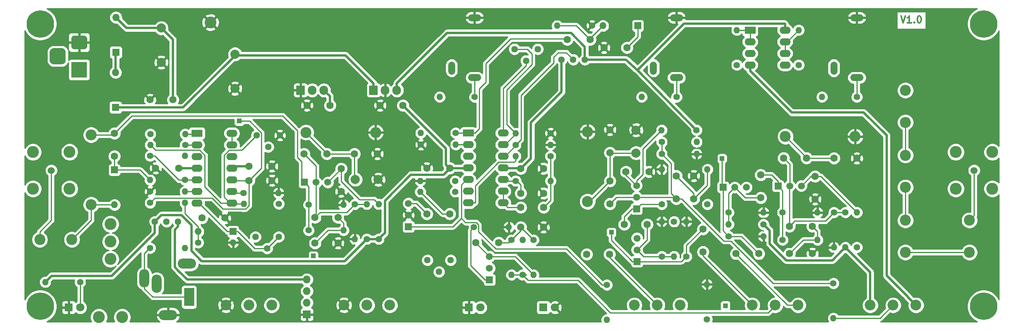
<source format=gbr>
G04 #@! TF.GenerationSoftware,KiCad,Pcbnew,5.1.5-5.1.5*
G04 #@! TF.CreationDate,2020-10-27T19:45:11+01:00*
G04 #@! TF.ProjectId,theresynth,74686572-6573-4796-9e74-682e6b696361,rev?*
G04 #@! TF.SameCoordinates,Original*
G04 #@! TF.FileFunction,Copper,L1,Top*
G04 #@! TF.FilePolarity,Positive*
%FSLAX46Y46*%
G04 Gerber Fmt 4.6, Leading zero omitted, Abs format (unit mm)*
G04 Created by KiCad (PCBNEW 5.1.5-5.1.5) date 2020-10-27 19:45:11*
%MOMM*%
%LPD*%
G04 APERTURE LIST*
%ADD10C,0.300000*%
%ADD11C,1.440000*%
%ADD12O,1.400000X1.400000*%
%ADD13C,1.400000*%
%ADD14O,1.500000X1.500000*%
%ADD15R,1.500000X1.500000*%
%ADD16O,1.700000X1.700000*%
%ADD17R,1.700000X1.700000*%
%ADD18C,0.800000*%
%ADD19C,6.000000*%
%ADD20R,1.000000X1.000000*%
%ADD21C,2.340000*%
%ADD22O,2.400000X1.600000*%
%ADD23R,2.400000X1.600000*%
%ADD24C,1.600000*%
%ADD25C,2.600000*%
%ADD26O,4.000000X2.200000*%
%ADD27O,2.200000X4.000000*%
%ADD28R,2.200000X4.000000*%
%ADD29O,1.905000X2.000000*%
%ADD30R,1.905000X2.000000*%
%ADD31C,2.000000*%
%ADD32C,1.800000*%
%ADD33R,1.800000X1.800000*%
%ADD34O,1.600000X1.600000*%
%ADD35R,1.600000X1.600000*%
%ADD36O,1.500000X2.900000*%
%ADD37O,2.900000X1.500000*%
%ADD38C,1.500000*%
%ADD39C,2.400000*%
%ADD40O,2.400000X2.400000*%
%ADD41C,1.524000*%
%ADD42C,0.100000*%
%ADD43R,3.500000X3.500000*%
%ADD44C,0.250000*%
%ADD45C,0.500000*%
%ADD46C,0.254000*%
G04 APERTURE END LIST*
D10*
X235934285Y-62068571D02*
X236434285Y-63568571D01*
X236934285Y-62068571D01*
X238220000Y-63568571D02*
X237362857Y-63568571D01*
X237791428Y-63568571D02*
X237791428Y-62068571D01*
X237648571Y-62282857D01*
X237505714Y-62425714D01*
X237362857Y-62497142D01*
X238862857Y-63425714D02*
X238934285Y-63497142D01*
X238862857Y-63568571D01*
X238791428Y-63497142D01*
X238862857Y-63425714D01*
X238862857Y-63568571D01*
X239862857Y-62068571D02*
X240005714Y-62068571D01*
X240148571Y-62140000D01*
X240220000Y-62211428D01*
X240291428Y-62354285D01*
X240362857Y-62640000D01*
X240362857Y-62997142D01*
X240291428Y-63282857D01*
X240220000Y-63425714D01*
X240148571Y-63497142D01*
X240005714Y-63568571D01*
X239862857Y-63568571D01*
X239720000Y-63497142D01*
X239648571Y-63425714D01*
X239577142Y-63282857D01*
X239505714Y-62997142D01*
X239505714Y-62640000D01*
X239577142Y-62354285D01*
X239648571Y-62211428D01*
X239720000Y-62140000D01*
X239862857Y-62068571D01*
D11*
X132530000Y-115420000D03*
X135070000Y-117960000D03*
X137610000Y-115420000D03*
X94980000Y-110320000D03*
X97520000Y-112860000D03*
X100060000Y-110320000D03*
X151550000Y-69300000D03*
X154090000Y-71840000D03*
X156630000Y-69300000D03*
X95250000Y-88140000D03*
X97790000Y-90680000D03*
X100330000Y-88140000D03*
D12*
X90120000Y-111570000D03*
D13*
X82500000Y-111570000D03*
D14*
X82480000Y-109170000D03*
D15*
X90100000Y-109170000D03*
D14*
X64200000Y-103320000D03*
D15*
X64200000Y-95700000D03*
D14*
X170870000Y-64200000D03*
D15*
X178490000Y-64200000D03*
D16*
X106200000Y-119650000D03*
X106200000Y-122190000D03*
X106200000Y-124730000D03*
D17*
X106200000Y-127270000D03*
D18*
X49590990Y-62209010D03*
X48000000Y-61550000D03*
X46409010Y-62209010D03*
X45750000Y-63800000D03*
X46409010Y-65390990D03*
X48000000Y-66050000D03*
X49590990Y-65390990D03*
X50250000Y-63800000D03*
D19*
X48000000Y-63800000D03*
D18*
X255590990Y-62209010D03*
X254000000Y-61550000D03*
X252409010Y-62209010D03*
X251750000Y-63800000D03*
X252409010Y-65390990D03*
X254000000Y-66050000D03*
X255590990Y-65390990D03*
X256250000Y-63800000D03*
D19*
X254000000Y-63800000D03*
D18*
X255590990Y-123909010D03*
X254000000Y-123250000D03*
X252409010Y-123909010D03*
X251750000Y-125500000D03*
X252409010Y-127090990D03*
X254000000Y-127750000D03*
X255590990Y-127090990D03*
X256250000Y-125500000D03*
D19*
X254000000Y-125500000D03*
D18*
X49590990Y-123909010D03*
X48000000Y-123250000D03*
X46409010Y-123909010D03*
X45750000Y-125500000D03*
X46409010Y-127090990D03*
X48000000Y-127750000D03*
X49590990Y-127090990D03*
X50250000Y-125500000D03*
D19*
X48000000Y-125500000D03*
D12*
X221200000Y-128090000D03*
D13*
X221200000Y-120470000D03*
D20*
X91430000Y-85040000D03*
X107630000Y-114480000D03*
X197600000Y-125350000D03*
X172710000Y-109340000D03*
X196880000Y-93200000D03*
D21*
X114320000Y-125250000D03*
X119320000Y-125250000D03*
X124320000Y-125250000D03*
D12*
X200100000Y-65150000D03*
D13*
X200100000Y-72770000D03*
D22*
X210620000Y-65170000D03*
X203000000Y-72790000D03*
X210620000Y-67710000D03*
X203000000Y-70250000D03*
X210620000Y-70250000D03*
X203000000Y-67710000D03*
X210620000Y-72790000D03*
D23*
X203000000Y-65170000D03*
D22*
X149080000Y-87660000D03*
X141460000Y-102900000D03*
X149080000Y-90200000D03*
X141460000Y-100360000D03*
X149080000Y-92740000D03*
X141460000Y-97820000D03*
X149080000Y-95280000D03*
X141460000Y-95280000D03*
X149080000Y-97820000D03*
X141460000Y-92740000D03*
X149080000Y-100360000D03*
X141460000Y-90200000D03*
X149080000Y-102900000D03*
D23*
X141460000Y-87660000D03*
D12*
X79630000Y-92650000D03*
D13*
X72010000Y-92650000D03*
D24*
X167300000Y-114140000D03*
X172300000Y-114140000D03*
D25*
X63340000Y-107550000D03*
X63340000Y-111360000D03*
X63340000Y-115170000D03*
X65880000Y-127870000D03*
X60800000Y-127870000D03*
D12*
X79640000Y-87860000D03*
D13*
X72020000Y-87860000D03*
D12*
X72020000Y-90244999D03*
D13*
X79640000Y-90244999D03*
D12*
X193680000Y-95580000D03*
D13*
X193680000Y-103200000D03*
D24*
X172400000Y-86940000D03*
X172400000Y-91940000D03*
D21*
X88530000Y-125250000D03*
X93530000Y-125250000D03*
X98530000Y-125250000D03*
D26*
X75910000Y-127380000D03*
D27*
X70710000Y-119380000D03*
X73410000Y-120580000D03*
D26*
X80010000Y-116180000D03*
D28*
X80510000Y-123480000D03*
D22*
X89830000Y-87700000D03*
X82210000Y-102940000D03*
X89830000Y-90240000D03*
X82210000Y-100400000D03*
X89830000Y-92780000D03*
X82210000Y-97860000D03*
X89830000Y-95320000D03*
X82210000Y-95320000D03*
X89830000Y-97860000D03*
X82210000Y-92780000D03*
X89830000Y-100400000D03*
X82210000Y-90240000D03*
X89830000Y-102940000D03*
D23*
X82210000Y-87700000D03*
D12*
X79620000Y-112770000D03*
D13*
X72000000Y-112770000D03*
D29*
X109910000Y-78280000D03*
X107370000Y-78280000D03*
D30*
X104830000Y-78280000D03*
D29*
X125850000Y-78280000D03*
X123310000Y-78280000D03*
D30*
X120770000Y-78280000D03*
D25*
X85160000Y-63490000D03*
D31*
X178100000Y-87000000D03*
X178100000Y-92000000D03*
X121800000Y-97800000D03*
X116800000Y-97800000D03*
D12*
X49080000Y-120200000D03*
D13*
X56700000Y-120200000D03*
D32*
X56740000Y-125750000D03*
D33*
X54200000Y-125750000D03*
D12*
X131100000Y-87640000D03*
D13*
X138720000Y-87640000D03*
D12*
X151810000Y-87720000D03*
D13*
X159430000Y-87720000D03*
D11*
X166920000Y-71600000D03*
X164380000Y-71600000D03*
X161840000Y-71600000D03*
D12*
X213600000Y-65150000D03*
D13*
X213600000Y-72770000D03*
D32*
X160380000Y-125750000D03*
D33*
X157840000Y-125750000D03*
D11*
X73020000Y-107000000D03*
X75560000Y-107000000D03*
X78100000Y-107000000D03*
D24*
X98600000Y-94900000D03*
X93600000Y-94900000D03*
X73200000Y-95300000D03*
X78200000Y-95300000D03*
X157900000Y-95400000D03*
X152900000Y-95400000D03*
X132400000Y-95300000D03*
X137400000Y-95300000D03*
X175900000Y-96100000D03*
X180900000Y-96100000D03*
X217200000Y-97100000D03*
X217200000Y-102100000D03*
D34*
X64500000Y-62380000D03*
D35*
X64500000Y-70000000D03*
D34*
X64450000Y-74430000D03*
D35*
X64450000Y-82050000D03*
D12*
X100020000Y-100750000D03*
D13*
X92400000Y-100750000D03*
D12*
X218680000Y-79770000D03*
D13*
X226300000Y-79770000D03*
D12*
X179320000Y-79770000D03*
D13*
X186940000Y-79770000D03*
D12*
X159410000Y-90220000D03*
D13*
X151790000Y-90220000D03*
D12*
X159420000Y-98100000D03*
D13*
X151800000Y-98100000D03*
D12*
X160870000Y-64200000D03*
D13*
X168490000Y-64200000D03*
D12*
X151780000Y-92700000D03*
D13*
X159400000Y-92700000D03*
D36*
X221293500Y-73450000D03*
D37*
X226310000Y-75550000D03*
X226310000Y-62450000D03*
D36*
X181913500Y-73450000D03*
D37*
X186930000Y-75550000D03*
X186930000Y-62450000D03*
D24*
X157900000Y-103900000D03*
X152900000Y-103900000D03*
X171090000Y-69000000D03*
X176090000Y-69000000D03*
X157900000Y-100800000D03*
X152900000Y-100800000D03*
X163070000Y-67220000D03*
X168070000Y-67220000D03*
D15*
X105700000Y-98400000D03*
D38*
X110780000Y-98400000D03*
X108240000Y-98400000D03*
D15*
X128400000Y-108100000D03*
D38*
X128400000Y-103020000D03*
X128400000Y-105560000D03*
D15*
X146100000Y-119700000D03*
D38*
X146100000Y-114620000D03*
X146100000Y-117160000D03*
D15*
X178300000Y-115700000D03*
D38*
X178300000Y-110620000D03*
X178300000Y-113160000D03*
D15*
X197100000Y-99500000D03*
D38*
X202180000Y-99500000D03*
X199640000Y-99500000D03*
D15*
X178200000Y-104200000D03*
D38*
X178200000Y-99120000D03*
X178200000Y-101660000D03*
D15*
X209100000Y-99200000D03*
D38*
X214180000Y-99200000D03*
X211640000Y-99200000D03*
D32*
X144140000Y-125750000D03*
D33*
X141600000Y-125750000D03*
D12*
X135210000Y-79770000D03*
D13*
X142830000Y-79770000D03*
D12*
X79620000Y-102900000D03*
D13*
X72000000Y-102900000D03*
D12*
X79620000Y-100400000D03*
D13*
X72000000Y-100400000D03*
D12*
X71980000Y-97900000D03*
D13*
X79600000Y-97900000D03*
D12*
X92480000Y-103100000D03*
D13*
X100100000Y-103100000D03*
D12*
X114220000Y-103300000D03*
D13*
X106600000Y-103300000D03*
D12*
X121900000Y-103180000D03*
D13*
X121900000Y-110800000D03*
D12*
X114220000Y-108900000D03*
D13*
X106600000Y-108900000D03*
D12*
X119300000Y-103180000D03*
D13*
X119300000Y-110800000D03*
D12*
X116700000Y-110820000D03*
D13*
X116700000Y-103200000D03*
D39*
X54900000Y-110900000D03*
X47900000Y-110900000D03*
D40*
X59100000Y-88060000D03*
D39*
X59100000Y-103300000D03*
D40*
X121240000Y-87500000D03*
D39*
X106000000Y-87500000D03*
D36*
X137823500Y-73450000D03*
D37*
X142840000Y-75550000D03*
X142840000Y-62450000D03*
D24*
X98600000Y-98000000D03*
X93600000Y-98000000D03*
X88300000Y-106200000D03*
X83300000Y-106200000D03*
X64200000Y-92700000D03*
X64200000Y-87700000D03*
X113700000Y-95400000D03*
X113700000Y-100400000D03*
X113000000Y-111700000D03*
X108000000Y-111700000D03*
X113000000Y-106100000D03*
X108000000Y-106100000D03*
X110600000Y-92200000D03*
X105600000Y-92200000D03*
X121600000Y-92200000D03*
X116600000Y-92200000D03*
D25*
X46400000Y-91800000D03*
X54400000Y-91800000D03*
X54400000Y-99800000D03*
X46400000Y-99800000D03*
D41*
X50400000Y-95800000D03*
G04 #@! TA.AperFunction,ComponentPad*
D42*
G36*
X52760765Y-69104213D02*
G01*
X52845704Y-69116813D01*
X52928999Y-69137677D01*
X53009848Y-69166605D01*
X53087472Y-69203319D01*
X53161124Y-69247464D01*
X53230094Y-69298616D01*
X53293718Y-69356282D01*
X53351384Y-69419906D01*
X53402536Y-69488876D01*
X53446681Y-69562528D01*
X53483395Y-69640152D01*
X53512323Y-69721001D01*
X53533187Y-69804296D01*
X53545787Y-69889235D01*
X53550000Y-69975000D01*
X53550000Y-71725000D01*
X53545787Y-71810765D01*
X53533187Y-71895704D01*
X53512323Y-71978999D01*
X53483395Y-72059848D01*
X53446681Y-72137472D01*
X53402536Y-72211124D01*
X53351384Y-72280094D01*
X53293718Y-72343718D01*
X53230094Y-72401384D01*
X53161124Y-72452536D01*
X53087472Y-72496681D01*
X53009848Y-72533395D01*
X52928999Y-72562323D01*
X52845704Y-72583187D01*
X52760765Y-72595787D01*
X52675000Y-72600000D01*
X50925000Y-72600000D01*
X50839235Y-72595787D01*
X50754296Y-72583187D01*
X50671001Y-72562323D01*
X50590152Y-72533395D01*
X50512528Y-72496681D01*
X50438876Y-72452536D01*
X50369906Y-72401384D01*
X50306282Y-72343718D01*
X50248616Y-72280094D01*
X50197464Y-72211124D01*
X50153319Y-72137472D01*
X50116605Y-72059848D01*
X50087677Y-71978999D01*
X50066813Y-71895704D01*
X50054213Y-71810765D01*
X50050000Y-71725000D01*
X50050000Y-69975000D01*
X50054213Y-69889235D01*
X50066813Y-69804296D01*
X50087677Y-69721001D01*
X50116605Y-69640152D01*
X50153319Y-69562528D01*
X50197464Y-69488876D01*
X50248616Y-69419906D01*
X50306282Y-69356282D01*
X50369906Y-69298616D01*
X50438876Y-69247464D01*
X50512528Y-69203319D01*
X50590152Y-69166605D01*
X50671001Y-69137677D01*
X50754296Y-69116813D01*
X50839235Y-69104213D01*
X50925000Y-69100000D01*
X52675000Y-69100000D01*
X52760765Y-69104213D01*
G37*
G04 #@! TD.AperFunction*
G04 #@! TA.AperFunction,ComponentPad*
G36*
X57573513Y-66353611D02*
G01*
X57646318Y-66364411D01*
X57717714Y-66382295D01*
X57787013Y-66407090D01*
X57853548Y-66438559D01*
X57916678Y-66476398D01*
X57975795Y-66520242D01*
X58030330Y-66569670D01*
X58079758Y-66624205D01*
X58123602Y-66683322D01*
X58161441Y-66746452D01*
X58192910Y-66812987D01*
X58217705Y-66882286D01*
X58235589Y-66953682D01*
X58246389Y-67026487D01*
X58250000Y-67100000D01*
X58250000Y-68600000D01*
X58246389Y-68673513D01*
X58235589Y-68746318D01*
X58217705Y-68817714D01*
X58192910Y-68887013D01*
X58161441Y-68953548D01*
X58123602Y-69016678D01*
X58079758Y-69075795D01*
X58030330Y-69130330D01*
X57975795Y-69179758D01*
X57916678Y-69223602D01*
X57853548Y-69261441D01*
X57787013Y-69292910D01*
X57717714Y-69317705D01*
X57646318Y-69335589D01*
X57573513Y-69346389D01*
X57500000Y-69350000D01*
X55500000Y-69350000D01*
X55426487Y-69346389D01*
X55353682Y-69335589D01*
X55282286Y-69317705D01*
X55212987Y-69292910D01*
X55146452Y-69261441D01*
X55083322Y-69223602D01*
X55024205Y-69179758D01*
X54969670Y-69130330D01*
X54920242Y-69075795D01*
X54876398Y-69016678D01*
X54838559Y-68953548D01*
X54807090Y-68887013D01*
X54782295Y-68817714D01*
X54764411Y-68746318D01*
X54753611Y-68673513D01*
X54750000Y-68600000D01*
X54750000Y-67100000D01*
X54753611Y-67026487D01*
X54764411Y-66953682D01*
X54782295Y-66882286D01*
X54807090Y-66812987D01*
X54838559Y-66746452D01*
X54876398Y-66683322D01*
X54920242Y-66624205D01*
X54969670Y-66569670D01*
X55024205Y-66520242D01*
X55083322Y-66476398D01*
X55146452Y-66438559D01*
X55212987Y-66407090D01*
X55282286Y-66382295D01*
X55353682Y-66364411D01*
X55426487Y-66353611D01*
X55500000Y-66350000D01*
X57500000Y-66350000D01*
X57573513Y-66353611D01*
G37*
G04 #@! TD.AperFunction*
D43*
X56500000Y-73850000D03*
D31*
X74420000Y-64720000D03*
X74420000Y-72220000D03*
X90520000Y-77920000D03*
X90520000Y-70420000D03*
D24*
X76960000Y-80380000D03*
X71960000Y-80380000D03*
X111250000Y-81590000D03*
X106250000Y-81590000D03*
X122200000Y-81620000D03*
X127200000Y-81620000D03*
X132400000Y-105300000D03*
X137400000Y-105300000D03*
D21*
X177720000Y-125250000D03*
X182720000Y-125250000D03*
X187720000Y-125250000D03*
X203470000Y-125250000D03*
X208470000Y-125250000D03*
X213470000Y-125250000D03*
X229220000Y-125250000D03*
X234220000Y-125250000D03*
X239220000Y-125250000D03*
D12*
X130980000Y-98100000D03*
D13*
X138600000Y-98100000D03*
D12*
X130980000Y-100470000D03*
D13*
X138600000Y-100470000D03*
D12*
X171710000Y-128440000D03*
D13*
X171710000Y-120820000D03*
D12*
X138730000Y-90190000D03*
D13*
X131110000Y-90190000D03*
D12*
X193580000Y-120700000D03*
D13*
X193580000Y-128320000D03*
D12*
X150320000Y-108200000D03*
D13*
X142700000Y-108200000D03*
D12*
X155700000Y-118620000D03*
D13*
X155700000Y-111000000D03*
D12*
X153300000Y-110980000D03*
D13*
X153300000Y-118600000D03*
D12*
X150900000Y-118620000D03*
D13*
X150900000Y-111000000D03*
D12*
X189100000Y-106980000D03*
D13*
X189100000Y-114600000D03*
D12*
X205920000Y-110200000D03*
D13*
X198300000Y-110200000D03*
D12*
X183700000Y-106980000D03*
D13*
X183700000Y-114600000D03*
D12*
X186400000Y-114600000D03*
D13*
X186400000Y-106980000D03*
D12*
X205920000Y-105000000D03*
D13*
X198300000Y-105000000D03*
D12*
X198280000Y-107600000D03*
D13*
X205900000Y-107600000D03*
D12*
X183700000Y-95580000D03*
D13*
X183700000Y-103200000D03*
D12*
X183680000Y-87000000D03*
D13*
X191300000Y-87000000D03*
D12*
X191320000Y-89600000D03*
D13*
X183700000Y-89600000D03*
D12*
X191320000Y-92200000D03*
D13*
X183700000Y-92200000D03*
D12*
X217720000Y-111000000D03*
D13*
X210100000Y-111000000D03*
D12*
X217720000Y-105000000D03*
D13*
X210100000Y-105000000D03*
D12*
X221300000Y-112620000D03*
D13*
X221300000Y-105000000D03*
D12*
X223800000Y-112620000D03*
D13*
X223800000Y-105000000D03*
D12*
X226300000Y-104980000D03*
D13*
X226300000Y-112600000D03*
D39*
X236900000Y-106700000D03*
X236900000Y-113700000D03*
X236900000Y-92500000D03*
X236900000Y-99500000D03*
X250900000Y-113700000D03*
X250900000Y-106700000D03*
D40*
X167500000Y-87360000D03*
D39*
X167500000Y-102600000D03*
X236900000Y-78300000D03*
X236900000Y-85300000D03*
D40*
X225940000Y-88400000D03*
D39*
X210700000Y-88400000D03*
D24*
X143100000Y-111600000D03*
X148100000Y-111600000D03*
X157900000Y-108200000D03*
X152900000Y-108200000D03*
X192700000Y-108600000D03*
X192700000Y-113600000D03*
X199900000Y-114000000D03*
X204900000Y-114000000D03*
X175500000Y-107600000D03*
X180500000Y-107600000D03*
X205300000Y-96800000D03*
X205300000Y-101800000D03*
X190700000Y-97000000D03*
X190700000Y-102000000D03*
X186900000Y-97000000D03*
X186900000Y-102000000D03*
X172400000Y-98100000D03*
X172400000Y-103100000D03*
X216600000Y-114000000D03*
X211600000Y-114000000D03*
X216600000Y-108000000D03*
X211600000Y-108000000D03*
X210300000Y-93100000D03*
X215300000Y-93100000D03*
X226300000Y-93150000D03*
X221300000Y-93150000D03*
D25*
X247900000Y-91800000D03*
X255900000Y-91800000D03*
X255900000Y-99800000D03*
X247900000Y-99800000D03*
D41*
X251900000Y-95800000D03*
D18*
X158900000Y-79370000D03*
X146630000Y-79370000D03*
X207500000Y-84170000D03*
X159600000Y-115770000D03*
X151000000Y-125670000D03*
D44*
X251900000Y-105700000D02*
X250900000Y-106700000D01*
X251900000Y-95800000D02*
X251900000Y-105700000D01*
X167900000Y-102600000D02*
X167500000Y-102600000D01*
X172400000Y-98100000D02*
X167900000Y-102600000D01*
X172400000Y-98100000D02*
X172400000Y-91900000D01*
X172500000Y-92000000D02*
X172400000Y-91900000D01*
X178100000Y-92000000D02*
X172500000Y-92000000D01*
X82120000Y-92700000D02*
X82200000Y-92780000D01*
X173840000Y-101660000D02*
X178200000Y-101660000D01*
X172400000Y-103100000D02*
X173840000Y-101660000D01*
X186560000Y-101660000D02*
X186900000Y-102000000D01*
X178200000Y-101660000D02*
X186560000Y-101660000D01*
X186100001Y-101200001D02*
X186900000Y-102000000D01*
X185774999Y-100874999D02*
X186100001Y-101200001D01*
X185774999Y-94274999D02*
X185774999Y-100874999D01*
X183700000Y-92200000D02*
X185774999Y-94274999D01*
X183700000Y-91210051D02*
X183700000Y-89600000D01*
X183700000Y-92200000D02*
X183700000Y-91210051D01*
X188031370Y-102000000D02*
X186900000Y-102000000D01*
X197256371Y-111225001D02*
X188031370Y-102000000D01*
X198790003Y-111225001D02*
X197256371Y-111225001D01*
X208035002Y-120470000D02*
X198790003Y-111225001D01*
X221200000Y-120470000D02*
X208035002Y-120470000D01*
X190700000Y-100800000D02*
X186900000Y-97000000D01*
X190700000Y-102000000D02*
X190700000Y-100800000D01*
X193680000Y-99020000D02*
X190700000Y-102000000D01*
X193680000Y-95580000D02*
X193680000Y-99020000D01*
X226300000Y-104968630D02*
X226300000Y-104980000D01*
X216280000Y-97100000D02*
X217200000Y-97100000D01*
X214180000Y-99200000D02*
X216280000Y-97100000D01*
X218420000Y-97100000D02*
X226300000Y-104980000D01*
X217200000Y-97100000D02*
X218420000Y-97100000D01*
X178200000Y-98700000D02*
X178200000Y-99120000D01*
X182980001Y-87699999D02*
X183680000Y-87000000D01*
X179574999Y-91105001D02*
X182980001Y-87699999D01*
X179574999Y-96684341D02*
X179574999Y-91105001D01*
X178200000Y-98059340D02*
X179574999Y-96684341D01*
X178200000Y-99120000D02*
X178200000Y-98059340D01*
X175900000Y-96820000D02*
X175900000Y-96100000D01*
X178200000Y-99120000D02*
X175900000Y-96820000D01*
X210100000Y-100200000D02*
X209100000Y-99200000D01*
X210100000Y-105000000D02*
X210100000Y-100200000D01*
X210100000Y-105989949D02*
X210100000Y-111000000D01*
X210100000Y-105000000D02*
X210100000Y-105989949D01*
X207700000Y-96800000D02*
X206431370Y-96800000D01*
X206431370Y-96800000D02*
X205300000Y-96800000D01*
X209100000Y-98200000D02*
X207700000Y-96800000D01*
X209100000Y-99200000D02*
X209100000Y-98200000D01*
X201940000Y-101800000D02*
X199640000Y-99500000D01*
X205300000Y-101800000D02*
X201940000Y-101800000D01*
X198280000Y-105020000D02*
X198300000Y-105000000D01*
X198280000Y-107600000D02*
X198280000Y-105020000D01*
X198300000Y-100840000D02*
X199640000Y-99500000D01*
X198300000Y-105000000D02*
X198300000Y-100840000D01*
X175500000Y-106468630D02*
X175500000Y-107600000D01*
X175500000Y-105900000D02*
X175500000Y-106468630D01*
X177200000Y-104200000D02*
X175500000Y-105900000D01*
X178200000Y-104200000D02*
X177200000Y-104200000D01*
X179200000Y-103200000D02*
X178200000Y-104200000D01*
X183700000Y-103200000D02*
X179200000Y-103200000D01*
X180500000Y-110960000D02*
X180500000Y-107600000D01*
X178300000Y-113160000D02*
X180500000Y-110960000D01*
X179740000Y-114600000D02*
X178300000Y-113160000D01*
X183700000Y-114600000D02*
X179740000Y-114600000D01*
X183700000Y-114600000D02*
X186400000Y-114600000D01*
X197100000Y-109000000D02*
X198300000Y-110200000D01*
X197100000Y-99500000D02*
X197100000Y-109000000D01*
X201100000Y-110200000D02*
X204900000Y-114000000D01*
X198300000Y-110200000D02*
X201100000Y-110200000D01*
X196880000Y-99280000D02*
X197100000Y-99500000D01*
X196880000Y-93200000D02*
X196880000Y-99280000D01*
X189100000Y-112200000D02*
X192700000Y-108600000D01*
X189100000Y-114600000D02*
X189100000Y-112200000D01*
X188000000Y-115700000D02*
X189100000Y-114600000D01*
X178300000Y-115700000D02*
X188000000Y-115700000D01*
X177300000Y-115700000D02*
X178300000Y-115700000D01*
X172710000Y-111110000D02*
X177300000Y-115700000D01*
X172710000Y-109340000D02*
X172710000Y-111110000D01*
X236900000Y-90802944D02*
X236900000Y-85300000D01*
X236900000Y-92500000D02*
X236900000Y-90802944D01*
X250900000Y-113700000D02*
X236900000Y-113700000D01*
X236900000Y-105002944D02*
X236900000Y-99500000D01*
X236900000Y-106700000D02*
X236900000Y-105002944D01*
X150300000Y-111600000D02*
X150900000Y-111000000D01*
X148100000Y-111600000D02*
X150300000Y-111600000D01*
X152900000Y-109000000D02*
X152900000Y-108200000D01*
X150900000Y-111000000D02*
X152900000Y-109000000D01*
X155000001Y-110300001D02*
X152900000Y-108200000D01*
X155700000Y-111000000D02*
X155000001Y-110300001D01*
D45*
X137480000Y-95320000D02*
X137400000Y-95400000D01*
X141300000Y-95320000D02*
X137480000Y-95320000D01*
X78220000Y-95320000D02*
X78200000Y-95300000D01*
X82200000Y-95320000D02*
X78220000Y-95320000D01*
X121900000Y-110800000D02*
X119300000Y-110800000D01*
X223100001Y-113319999D02*
X223800000Y-112620000D01*
X210903999Y-115450001D02*
X220969999Y-115450001D01*
X207270001Y-111816003D02*
X210903999Y-115450001D01*
X207270001Y-108970001D02*
X207270001Y-111816003D01*
X220969999Y-115450001D02*
X223100001Y-113319999D01*
X205900000Y-107600000D02*
X207270001Y-108970001D01*
X127999999Y-82419999D02*
X127200000Y-81620000D01*
X136600001Y-91020001D02*
X127999999Y-82419999D01*
X136600001Y-94600001D02*
X136600001Y-91020001D01*
X137400000Y-95400000D02*
X136600001Y-94600001D01*
X122599999Y-110100001D02*
X121900000Y-110800000D01*
X136050000Y-96750000D02*
X128903998Y-96750000D01*
X128903998Y-96750000D02*
X123250001Y-102403997D01*
X137400000Y-95400000D02*
X136050000Y-96750000D01*
X123250001Y-102403997D02*
X123250001Y-109449999D01*
X123250001Y-109449999D02*
X122599999Y-110100001D01*
X166920000Y-71600000D02*
X175900000Y-71600000D01*
X229220000Y-118040000D02*
X223800000Y-112620000D01*
X229220000Y-125250000D02*
X229220000Y-118040000D01*
X210469999Y-63719999D02*
X188550001Y-63719999D01*
X188550001Y-63719999D02*
X178400000Y-73870000D01*
X210620000Y-65170000D02*
X210620000Y-63870000D01*
X210620000Y-63870000D02*
X210469999Y-63719999D01*
X178400000Y-73870000D02*
X191300000Y-87000000D01*
X175900000Y-71600000D02*
X178400000Y-73870000D01*
X73020000Y-109460000D02*
X73020000Y-107000000D01*
X63630001Y-118849999D02*
X73020000Y-109460000D01*
X50430001Y-118849999D02*
X63630001Y-118849999D01*
X49080000Y-120200000D02*
X50430001Y-118849999D01*
X166920000Y-68790000D02*
X166920000Y-70581767D01*
X163899999Y-65769999D02*
X166920000Y-68790000D01*
X136860001Y-65769999D02*
X163899999Y-65769999D01*
X166920000Y-70581767D02*
X166920000Y-71600000D01*
X125850000Y-76780000D02*
X136860001Y-65769999D01*
X125850000Y-78280000D02*
X125850000Y-76780000D01*
X83260001Y-115630001D02*
X114469999Y-115630001D01*
X114469999Y-115630001D02*
X119300000Y-110800000D01*
X81029999Y-113399999D02*
X83260001Y-115630001D01*
X81029999Y-107799999D02*
X81029999Y-113399999D01*
X78800000Y-105570000D02*
X81029999Y-107799999D01*
X74450000Y-105570000D02*
X78800000Y-105570000D01*
X73020000Y-107000000D02*
X74450000Y-105570000D01*
D44*
X142000001Y-108899999D02*
X142700000Y-108200000D01*
X141974999Y-108925001D02*
X142000001Y-108899999D01*
X141974999Y-116574999D02*
X141974999Y-108925001D01*
X145100000Y-119700000D02*
X141974999Y-116574999D01*
X146100000Y-119700000D02*
X145100000Y-119700000D01*
X153280000Y-118620000D02*
X153300000Y-118600000D01*
X150900000Y-118620000D02*
X153280000Y-118620000D01*
X153300000Y-118600000D02*
X154162998Y-118600000D01*
X153300000Y-118600000D02*
X154525001Y-119825001D01*
X154525001Y-119825001D02*
X165455001Y-119825001D01*
X165455001Y-119825001D02*
X172500000Y-126870000D01*
X172500000Y-126870000D02*
X172527999Y-126885001D01*
X172527999Y-126885001D02*
X206974999Y-126885001D01*
X206974999Y-126885001D02*
X207300001Y-126559999D01*
X207300001Y-126559999D02*
X208470000Y-125390000D01*
X152880000Y-95320000D02*
X152900000Y-95300000D01*
D45*
X148940000Y-95300000D02*
X148920000Y-95320000D01*
X152900000Y-95300000D02*
X148940000Y-95300000D01*
X90240000Y-94900000D02*
X89820000Y-95320000D01*
X93600000Y-94900000D02*
X90240000Y-94900000D01*
X111250000Y-79620000D02*
X109910000Y-78280000D01*
X111250000Y-81590000D02*
X111250000Y-79620000D01*
X155125008Y-93174992D02*
X152900000Y-95400000D01*
X155125008Y-85375615D02*
X155125008Y-93174992D01*
X161840000Y-71600000D02*
X161840000Y-78660623D01*
X161840000Y-78660623D02*
X155125008Y-85375615D01*
X237399999Y-123429999D02*
X237399999Y-123369999D01*
X239220000Y-125250000D02*
X237399999Y-123429999D01*
X237399999Y-123369999D02*
X232800000Y-118770000D01*
X232800000Y-118770000D02*
X232800000Y-88170000D01*
X232800000Y-88170000D02*
X227800000Y-83170000D01*
X203000000Y-74090000D02*
X203000000Y-72790000D01*
X212080000Y-83170000D02*
X203000000Y-74090000D01*
X227800000Y-83170000D02*
X212080000Y-83170000D01*
X78100000Y-117644887D02*
X77359990Y-116904877D01*
X78100000Y-108018233D02*
X78100000Y-107000000D01*
X78100000Y-117670000D02*
X78100000Y-117644887D01*
X80080000Y-119650000D02*
X78100000Y-117670000D01*
X77359990Y-108758243D02*
X78100000Y-108018233D01*
X77359990Y-116904877D02*
X77359990Y-108758243D01*
X106200000Y-119650000D02*
X80080000Y-119650000D01*
D44*
X50400000Y-96877630D02*
X50400000Y-95800000D01*
X50400000Y-106702944D02*
X50400000Y-96877630D01*
X47900000Y-109202944D02*
X50400000Y-106702944D01*
X47900000Y-110900000D02*
X47900000Y-109202944D01*
X215300000Y-93000000D02*
X215300000Y-93100000D01*
X210700000Y-88400000D02*
X215300000Y-93000000D01*
X221250000Y-93100000D02*
X221300000Y-93150000D01*
X215300000Y-93100000D02*
X221250000Y-93100000D01*
X211640000Y-94440000D02*
X210300000Y-93100000D01*
X211640000Y-99200000D02*
X211640000Y-94440000D01*
X211600000Y-99240000D02*
X211640000Y-99200000D01*
X211600000Y-108000000D02*
X211600000Y-99240000D01*
X222810051Y-105000000D02*
X221300000Y-105000000D01*
X223800000Y-105000000D02*
X222810051Y-105000000D01*
X212725001Y-106874999D02*
X212399999Y-107200001D01*
X212399999Y-107200001D02*
X211600000Y-108000000D01*
X219425001Y-106874999D02*
X212725001Y-106874999D01*
X221300000Y-105000000D02*
X219425001Y-106874999D01*
X214600000Y-111000000D02*
X211600000Y-114000000D01*
X217720000Y-111000000D02*
X214600000Y-111000000D01*
X217720000Y-109120000D02*
X216600000Y-108000000D01*
X217720000Y-111000000D02*
X217720000Y-109120000D01*
X213470000Y-125250000D02*
X211150000Y-125250000D01*
X200699999Y-114799999D02*
X199900000Y-114000000D01*
X211150000Y-125250000D02*
X200699999Y-114799999D01*
X202920000Y-124840000D02*
X203470000Y-125390000D01*
X192700000Y-114480000D02*
X192700000Y-113600000D01*
X203470000Y-125250000D02*
X192700000Y-114480000D01*
X128400000Y-103020000D02*
X130120000Y-103020000D01*
X130120000Y-103020000D02*
X132400000Y-105300000D01*
X90300000Y-92300000D02*
X89820000Y-92780000D01*
X150080000Y-103900000D02*
X149080000Y-102900000D01*
X152900000Y-103900000D02*
X150080000Y-103900000D01*
X149080000Y-101850000D02*
X149080000Y-100360000D01*
X149080000Y-102900000D02*
X149080000Y-101850000D01*
X186940000Y-75560000D02*
X186930000Y-75550000D01*
X186940000Y-79770000D02*
X186940000Y-75560000D01*
X168070000Y-67000000D02*
X168070000Y-67220000D01*
X170870000Y-64200000D02*
X168070000Y-67000000D01*
X165050000Y-64200000D02*
X160870000Y-64200000D01*
X168070000Y-67220000D02*
X165050000Y-64200000D01*
X226300000Y-75560000D02*
X226310000Y-75550000D01*
X226300000Y-79770000D02*
X226300000Y-75560000D01*
X82160000Y-97900000D02*
X82200000Y-97860000D01*
X82170000Y-97900000D02*
X82210000Y-97860000D01*
X79600000Y-97900000D02*
X82170000Y-97900000D01*
X78610051Y-97900000D02*
X79600000Y-97900000D01*
X78249949Y-97900000D02*
X78610051Y-97900000D01*
X72999949Y-92650000D02*
X78249949Y-97900000D01*
X72010000Y-92650000D02*
X72999949Y-92650000D01*
X82210000Y-97860000D02*
X82610000Y-97860000D01*
D45*
X64450000Y-70050000D02*
X64500000Y-70000000D01*
X64450000Y-74430000D02*
X64450000Y-70050000D01*
D44*
X142830000Y-75560000D02*
X142840000Y-75550000D01*
X142830000Y-79770000D02*
X142830000Y-75560000D01*
X178490000Y-66600000D02*
X176090000Y-69000000D01*
X178490000Y-64200000D02*
X178490000Y-66600000D01*
X151790000Y-90430000D02*
X151790000Y-90220000D01*
X149480000Y-92740000D02*
X151790000Y-90430000D01*
X149080000Y-92740000D02*
X149480000Y-92740000D01*
X163660001Y-70880001D02*
X164380000Y-71600000D01*
X162850000Y-70070000D02*
X163660001Y-70880001D01*
X160100000Y-71070000D02*
X161100000Y-70070000D01*
X160100000Y-72270000D02*
X160100000Y-71070000D01*
X161100000Y-70070000D02*
X162850000Y-70070000D01*
X152960009Y-79409991D02*
X160100000Y-72270000D01*
X152960009Y-89049991D02*
X152960009Y-79409991D01*
X151790000Y-90220000D02*
X152960009Y-89049991D01*
X210620000Y-70250000D02*
X210620000Y-67710000D01*
X211040000Y-67710000D02*
X210620000Y-67710000D01*
X213600000Y-65150000D02*
X211040000Y-67710000D01*
X56740000Y-120240000D02*
X56700000Y-120200000D01*
X56740000Y-125750000D02*
X56740000Y-120240000D01*
X203000000Y-66660000D02*
X203000000Y-65170000D01*
X203000000Y-67710000D02*
X203000000Y-66660000D01*
X200120000Y-65170000D02*
X200100000Y-65150000D01*
X203000000Y-65170000D02*
X200120000Y-65170000D01*
X172300000Y-114830000D02*
X172300000Y-114140000D01*
X182720000Y-125250000D02*
X172300000Y-114830000D01*
X135810000Y-105300000D02*
X130980000Y-100470000D01*
X137400000Y-105300000D02*
X135810000Y-105300000D01*
X138740000Y-87660000D02*
X138720000Y-87640000D01*
X141460000Y-87660000D02*
X138740000Y-87660000D01*
X142910000Y-87660000D02*
X141460000Y-87660000D01*
X143855001Y-86714999D02*
X142910000Y-87660000D01*
X143855001Y-78014999D02*
X143855001Y-86714999D01*
X162910000Y-67060000D02*
X150710000Y-67060000D01*
X145300000Y-72470000D02*
X145300000Y-76570000D01*
X163070000Y-67220000D02*
X162910000Y-67060000D01*
X150710000Y-67060000D02*
X145300000Y-72470000D01*
X145300000Y-76570000D02*
X143855001Y-78014999D01*
X151760000Y-97860000D02*
X151800000Y-97900000D01*
X152900000Y-99000000D02*
X151800000Y-97900000D01*
X152900000Y-100600000D02*
X152900000Y-99000000D01*
X149360000Y-98100000D02*
X149080000Y-97820000D01*
X151800000Y-98100000D02*
X149360000Y-98100000D01*
X159420000Y-102380000D02*
X159420000Y-98100000D01*
X157900000Y-103900000D02*
X159420000Y-102380000D01*
X159420000Y-92720000D02*
X159400000Y-92700000D01*
X159420000Y-98100000D02*
X159420000Y-92720000D01*
X64200000Y-94650000D02*
X64200000Y-92700000D01*
X64200000Y-95700000D02*
X64200000Y-94650000D01*
X69780000Y-95700000D02*
X71980000Y-97900000D01*
X64200000Y-95700000D02*
X69780000Y-95700000D01*
X89960000Y-98000000D02*
X89820000Y-97860000D01*
X89970000Y-98000000D02*
X89830000Y-97860000D01*
X93600000Y-98000000D02*
X89970000Y-98000000D01*
X93600000Y-103460000D02*
X93600000Y-99131370D01*
X93405001Y-103652001D02*
X93407999Y-103652001D01*
X91882998Y-104180000D02*
X91887999Y-104185001D01*
X93600000Y-99131370D02*
X93600000Y-98000000D01*
X87910000Y-104180000D02*
X91882998Y-104180000D01*
X85544990Y-101814990D02*
X87910000Y-104180000D01*
X92872001Y-104185001D02*
X93405001Y-103652001D01*
X91887999Y-104185001D02*
X92872001Y-104185001D01*
X81344006Y-101814990D02*
X85544990Y-101814990D01*
X93407999Y-103652001D02*
X93600000Y-103460000D01*
X81338996Y-101820000D02*
X81344006Y-101814990D01*
X73080000Y-101820000D02*
X81338996Y-101820000D01*
X72000000Y-102900000D02*
X73080000Y-101820000D01*
X96295001Y-87638399D02*
X96295001Y-95304999D01*
X91430000Y-85040000D02*
X93696602Y-85040000D01*
X94399999Y-97200001D02*
X93600000Y-98000000D01*
X96295001Y-95304999D02*
X94399999Y-97200001D01*
X93696602Y-85040000D02*
X96295001Y-87638399D01*
D45*
X120770000Y-76780000D02*
X120770000Y-78280000D01*
X114660000Y-70670000D02*
X120770000Y-76780000D01*
X90580000Y-70670000D02*
X114660000Y-70670000D01*
X64450000Y-82050000D02*
X79200000Y-82050000D01*
X79200000Y-82050000D02*
X90580000Y-70670000D01*
X66840000Y-64720000D02*
X74420000Y-64720000D01*
X64500000Y-62380000D02*
X66840000Y-64720000D01*
X76960000Y-67260000D02*
X76960000Y-80380000D01*
X74420000Y-64720000D02*
X76960000Y-67260000D01*
D44*
X64180000Y-103300000D02*
X64200000Y-103320000D01*
X59100000Y-103300000D02*
X64180000Y-103300000D01*
X59100000Y-106700000D02*
X54900000Y-110900000D01*
X59100000Y-103300000D02*
X59100000Y-106700000D01*
X79660000Y-102940000D02*
X79620000Y-102900000D01*
X79620000Y-103889949D02*
X79620000Y-102900000D01*
X79620000Y-105249340D02*
X79620000Y-103889949D01*
X82480000Y-108109340D02*
X79620000Y-105249340D01*
X82480000Y-109170000D02*
X82480000Y-108109340D01*
X82480000Y-111550000D02*
X82500000Y-111570000D01*
X82480000Y-109170000D02*
X82480000Y-111550000D01*
X70710000Y-121630000D02*
X70710000Y-119380000D01*
X72560000Y-123480000D02*
X70710000Y-121630000D01*
X80510000Y-123480000D02*
X72560000Y-123480000D01*
X70710000Y-113960000D02*
X70710000Y-119380000D01*
X72000000Y-112670000D02*
X70710000Y-113960000D01*
X138740000Y-90200000D02*
X138730000Y-90190000D01*
X141460000Y-90200000D02*
X138740000Y-90200000D01*
X142910000Y-102900000D02*
X141460000Y-102900000D01*
X142985010Y-102824990D02*
X142910000Y-102900000D01*
X142985010Y-99101143D02*
X142985010Y-102824990D01*
X151514959Y-93954990D02*
X148131163Y-93954990D01*
X148131163Y-93954990D02*
X142985010Y-99101143D01*
X151780000Y-93689949D02*
X151514959Y-93954990D01*
X151780000Y-92700000D02*
X151780000Y-93689949D01*
X149480000Y-90200000D02*
X151810000Y-87870000D01*
X151810000Y-87870000D02*
X151810000Y-87720000D01*
X149080000Y-90200000D02*
X149480000Y-90200000D01*
X154330000Y-69300000D02*
X155370000Y-70340000D01*
X151550000Y-69300000D02*
X154330000Y-69300000D01*
X155370000Y-70340000D02*
X155370000Y-72680000D01*
X149850000Y-85760000D02*
X151810000Y-87720000D01*
X149850000Y-78200000D02*
X149850000Y-85760000D01*
X155370000Y-72680000D02*
X149850000Y-78200000D01*
X149080000Y-87660000D02*
X149080000Y-79000000D01*
X149080000Y-77868233D02*
X149080000Y-79000000D01*
X154090000Y-72858233D02*
X149080000Y-77868233D01*
X154090000Y-71840000D02*
X154090000Y-72858233D01*
X79644999Y-90240000D02*
X79640000Y-90244999D01*
X82210000Y-90240000D02*
X79644999Y-90240000D01*
X139934990Y-106254990D02*
X140850000Y-107170000D01*
X141060000Y-97820000D02*
X139934990Y-98945010D01*
X139934990Y-98945010D02*
X139934990Y-106254990D01*
X141460000Y-97820000D02*
X141060000Y-97820000D01*
X143192001Y-107174999D02*
X140850000Y-107170000D01*
X143725001Y-107707999D02*
X143192001Y-107174999D01*
X143725001Y-109186003D02*
X143725001Y-107707999D01*
X147463999Y-112925001D02*
X143725001Y-109186003D01*
X147759999Y-112925001D02*
X147463999Y-112925001D01*
X162870051Y-112970000D02*
X147804998Y-112970000D01*
X170720051Y-120820000D02*
X162870051Y-112970000D01*
X147804998Y-112970000D02*
X147759999Y-112925001D01*
X171710000Y-120820000D02*
X170720051Y-120820000D01*
X138089980Y-108100000D02*
X139934990Y-106254990D01*
X128400000Y-108100000D02*
X138089980Y-108100000D01*
X231380000Y-128090000D02*
X234220000Y-125250000D01*
X221200000Y-128090000D02*
X231380000Y-128090000D01*
X89960000Y-90100000D02*
X89820000Y-90240000D01*
X89773600Y-89649990D02*
X89773599Y-89649991D01*
X89820000Y-89649990D02*
X89773600Y-89649990D01*
X89830000Y-88750000D02*
X89830000Y-90240000D01*
X89830000Y-87700000D02*
X89830000Y-88750000D01*
X151700000Y-114620000D02*
X155700000Y-118620000D01*
X146100000Y-114620000D02*
X151700000Y-114620000D01*
X143100000Y-111620000D02*
X143100000Y-111600000D01*
X146100000Y-114620000D02*
X143100000Y-111620000D01*
X90050000Y-103160000D02*
X89830000Y-102940000D01*
X72719999Y-90944998D02*
X72020000Y-90244999D01*
X73140011Y-91365010D02*
X72719999Y-90944998D01*
X82786014Y-91365010D02*
X73140011Y-91365010D01*
X83935010Y-92514006D02*
X82786014Y-91365010D01*
X83935010Y-99405010D02*
X83935010Y-92514006D01*
X87470000Y-102940000D02*
X83935010Y-99405010D01*
X89830000Y-102940000D02*
X87470000Y-102940000D01*
X89990000Y-103100000D02*
X89830000Y-102940000D01*
X92480000Y-103100000D02*
X89990000Y-103100000D01*
X89430000Y-102940000D02*
X89830000Y-102940000D01*
X92024990Y-91365010D02*
X89253986Y-91365010D01*
X89253986Y-91365010D02*
X88104990Y-92514006D01*
X95250000Y-88140000D02*
X92024990Y-91365010D01*
X88104990Y-92514006D02*
X88104990Y-101614990D01*
X88104990Y-101614990D02*
X89430000Y-102940000D01*
X110600000Y-92100000D02*
X110600000Y-92200000D01*
X106000000Y-87500000D02*
X110600000Y-92100000D01*
X110600000Y-92200000D02*
X116600000Y-92200000D01*
X116600000Y-97600000D02*
X116800000Y-97800000D01*
X116600000Y-92200000D02*
X116600000Y-97600000D01*
X108240000Y-94840000D02*
X105600000Y-92200000D01*
X108240000Y-98400000D02*
X108240000Y-94840000D01*
X108240000Y-105860000D02*
X108000000Y-106100000D01*
X108240000Y-98400000D02*
X108240000Y-105860000D01*
X116000001Y-103899999D02*
X116700000Y-103200000D01*
X114925001Y-104974999D02*
X116000001Y-103899999D01*
X109125001Y-104974999D02*
X114925001Y-104974999D01*
X108000000Y-106100000D02*
X109125001Y-104974999D01*
X119280000Y-103200000D02*
X119300000Y-103180000D01*
X116700000Y-103200000D02*
X119280000Y-103200000D01*
X114220000Y-107320000D02*
X113000000Y-106100000D01*
X114220000Y-108900000D02*
X114220000Y-107320000D01*
X110800000Y-108900000D02*
X108000000Y-111700000D01*
X114220000Y-108900000D02*
X110800000Y-108900000D01*
X113700000Y-95480000D02*
X113700000Y-95400000D01*
X110780000Y-98400000D02*
X113700000Y-95480000D01*
X121200001Y-102480001D02*
X121900000Y-103180000D01*
X120874999Y-102154999D02*
X121200001Y-102480001D01*
X117684999Y-102154999D02*
X120874999Y-102154999D01*
X113700000Y-98170000D02*
X117684999Y-102154999D01*
X113700000Y-95400000D02*
X113700000Y-98170000D01*
X63840000Y-88060000D02*
X64200000Y-87700000D01*
X59100000Y-88060000D02*
X63840000Y-88060000D01*
X106600000Y-99300000D02*
X105700000Y-98400000D01*
X106600000Y-103300000D02*
X106600000Y-99300000D01*
X106600000Y-103300000D02*
X106600000Y-108900000D01*
X64999999Y-86900001D02*
X64200000Y-87700000D01*
X68020000Y-83880000D02*
X64999999Y-86900001D01*
X100930000Y-83880000D02*
X68020000Y-83880000D01*
X105080000Y-97780000D02*
X105080000Y-93900000D01*
X104150000Y-92970000D02*
X104150000Y-87100000D01*
X104150000Y-87100000D02*
X100930000Y-83880000D01*
X105700000Y-98400000D02*
X105080000Y-97780000D01*
X105080000Y-93900000D02*
X104150000Y-92970000D01*
X82210000Y-102940000D02*
X82210000Y-103465002D01*
X88840000Y-109170000D02*
X89100000Y-109170000D01*
X89100000Y-109170000D02*
X90100000Y-109170000D01*
X82610000Y-102940000D02*
X88840000Y-109170000D01*
X82210000Y-102940000D02*
X82610000Y-102940000D01*
X97520000Y-112860000D02*
X100060000Y-110320000D01*
X91100000Y-109170000D02*
X90100000Y-109170000D01*
X96610000Y-112870000D02*
X94800000Y-112870000D01*
X94800000Y-112870000D02*
X91100000Y-109170000D01*
X97520000Y-112860000D02*
X96620000Y-112860000D01*
X96620000Y-112860000D02*
X96610000Y-112870000D01*
X79620000Y-100400000D02*
X82210000Y-100400000D01*
X90170000Y-100750000D02*
X89820000Y-100400000D01*
X90180000Y-100750000D02*
X89830000Y-100400000D01*
X92400000Y-100750000D02*
X90180000Y-100750000D01*
X82050000Y-87860000D02*
X82210000Y-87700000D01*
X79640000Y-87860000D02*
X82050000Y-87860000D01*
D46*
G36*
X252278182Y-60578705D02*
G01*
X251682823Y-60976511D01*
X251176511Y-61482823D01*
X250778705Y-62078182D01*
X250504691Y-62739710D01*
X250365000Y-63441984D01*
X250365000Y-64158016D01*
X250504691Y-64860290D01*
X250778705Y-65521818D01*
X251176511Y-66117177D01*
X251682823Y-66623489D01*
X252278182Y-67021295D01*
X252939710Y-67295309D01*
X253641984Y-67435000D01*
X254358016Y-67435000D01*
X255060290Y-67295309D01*
X255721818Y-67021295D01*
X256317177Y-66623489D01*
X256823489Y-66117177D01*
X257221295Y-65521818D01*
X257340001Y-65235237D01*
X257340001Y-90503497D01*
X257133491Y-90296987D01*
X256816566Y-90085225D01*
X256464419Y-89939361D01*
X256090581Y-89865000D01*
X255709419Y-89865000D01*
X255335581Y-89939361D01*
X254983434Y-90085225D01*
X254666509Y-90296987D01*
X254396987Y-90566509D01*
X254185225Y-90883434D01*
X254039361Y-91235581D01*
X253965000Y-91609419D01*
X253965000Y-91990581D01*
X254039361Y-92364419D01*
X254185225Y-92716566D01*
X254396987Y-93033491D01*
X254666509Y-93303013D01*
X254983434Y-93514775D01*
X255335581Y-93660639D01*
X255709419Y-93735000D01*
X256090581Y-93735000D01*
X256464419Y-93660639D01*
X256816566Y-93514775D01*
X257133491Y-93303013D01*
X257340001Y-93096503D01*
X257340000Y-98503496D01*
X257133491Y-98296987D01*
X256816566Y-98085225D01*
X256464419Y-97939361D01*
X256090581Y-97865000D01*
X255709419Y-97865000D01*
X255335581Y-97939361D01*
X254983434Y-98085225D01*
X254666509Y-98296987D01*
X254396987Y-98566509D01*
X254185225Y-98883434D01*
X254039361Y-99235581D01*
X253965000Y-99609419D01*
X253965000Y-99990581D01*
X254039361Y-100364419D01*
X254185225Y-100716566D01*
X254396987Y-101033491D01*
X254666509Y-101303013D01*
X254983434Y-101514775D01*
X255335581Y-101660639D01*
X255709419Y-101735000D01*
X256090581Y-101735000D01*
X256464419Y-101660639D01*
X256816566Y-101514775D01*
X257133491Y-101303013D01*
X257340000Y-101096504D01*
X257340000Y-124064761D01*
X257221295Y-123778182D01*
X256823489Y-123182823D01*
X256317177Y-122676511D01*
X255721818Y-122278705D01*
X255060290Y-122004691D01*
X254358016Y-121865000D01*
X253641984Y-121865000D01*
X252939710Y-122004691D01*
X252278182Y-122278705D01*
X251682823Y-122676511D01*
X251176511Y-123182823D01*
X250778705Y-123778182D01*
X250504691Y-124439710D01*
X250365000Y-125141984D01*
X250365000Y-125858016D01*
X250504691Y-126560290D01*
X250778705Y-127221818D01*
X251176511Y-127817177D01*
X251682823Y-128323489D01*
X252278182Y-128721295D01*
X252564761Y-128840000D01*
X231518863Y-128840000D01*
X231528986Y-128839003D01*
X231672247Y-128795546D01*
X231804276Y-128724974D01*
X231920001Y-128630001D01*
X231943804Y-128600997D01*
X233598512Y-126946289D01*
X233693501Y-126985635D01*
X234042223Y-127055000D01*
X234397777Y-127055000D01*
X234746499Y-126985635D01*
X235074988Y-126849571D01*
X235370621Y-126652035D01*
X235622035Y-126400621D01*
X235819571Y-126104988D01*
X235955635Y-125776499D01*
X236025000Y-125427777D01*
X236025000Y-125072223D01*
X235955635Y-124723501D01*
X235819571Y-124395012D01*
X235622035Y-124099379D01*
X235370621Y-123847965D01*
X235074988Y-123650429D01*
X234746499Y-123514365D01*
X234397777Y-123445000D01*
X234042223Y-123445000D01*
X233693501Y-123514365D01*
X233365012Y-123650429D01*
X233069379Y-123847965D01*
X232817965Y-124099379D01*
X232620429Y-124395012D01*
X232484365Y-124723501D01*
X232415000Y-125072223D01*
X232415000Y-125427777D01*
X232484365Y-125776499D01*
X232523711Y-125871488D01*
X231065199Y-127330000D01*
X222297775Y-127330000D01*
X222236962Y-127238987D01*
X222051013Y-127053038D01*
X221832359Y-126906939D01*
X221589405Y-126806304D01*
X221331486Y-126755000D01*
X221068514Y-126755000D01*
X220810595Y-126806304D01*
X220567641Y-126906939D01*
X220348987Y-127053038D01*
X220163038Y-127238987D01*
X220016939Y-127457641D01*
X219916304Y-127700595D01*
X219865000Y-127958514D01*
X219865000Y-128221486D01*
X219916304Y-128479405D01*
X220016939Y-128722359D01*
X220095544Y-128840000D01*
X194809602Y-128840000D01*
X194863696Y-128709405D01*
X194915000Y-128451486D01*
X194915000Y-128188514D01*
X194863696Y-127930595D01*
X194763061Y-127687641D01*
X194734570Y-127645001D01*
X206937677Y-127645001D01*
X206974999Y-127648677D01*
X207012321Y-127645001D01*
X207012332Y-127645001D01*
X207123985Y-127634004D01*
X207267246Y-127590547D01*
X207399275Y-127519975D01*
X207515000Y-127425002D01*
X207538803Y-127395998D01*
X207948226Y-126986575D01*
X208292223Y-127055000D01*
X208647777Y-127055000D01*
X208996499Y-126985635D01*
X209324988Y-126849571D01*
X209620621Y-126652035D01*
X209872035Y-126400621D01*
X210069571Y-126104988D01*
X210205635Y-125776499D01*
X210271346Y-125446148D01*
X210586201Y-125761003D01*
X210609999Y-125790001D01*
X210638997Y-125813799D01*
X210725723Y-125884974D01*
X210854485Y-125953799D01*
X210857753Y-125955546D01*
X211001014Y-125999003D01*
X211112667Y-126010000D01*
X211112676Y-126010000D01*
X211149999Y-126013676D01*
X211187322Y-126010000D01*
X211831084Y-126010000D01*
X211870429Y-126104988D01*
X212067965Y-126400621D01*
X212319379Y-126652035D01*
X212615012Y-126849571D01*
X212943501Y-126985635D01*
X213292223Y-127055000D01*
X213647777Y-127055000D01*
X213996499Y-126985635D01*
X214324988Y-126849571D01*
X214620621Y-126652035D01*
X214872035Y-126400621D01*
X215069571Y-126104988D01*
X215205635Y-125776499D01*
X215275000Y-125427777D01*
X215275000Y-125072223D01*
X215205635Y-124723501D01*
X215069571Y-124395012D01*
X214872035Y-124099379D01*
X214620621Y-123847965D01*
X214324988Y-123650429D01*
X213996499Y-123514365D01*
X213647777Y-123445000D01*
X213292223Y-123445000D01*
X212943501Y-123514365D01*
X212615012Y-123650429D01*
X212319379Y-123847965D01*
X212067965Y-124099379D01*
X211870429Y-124395012D01*
X211831084Y-124490000D01*
X211464802Y-124490000D01*
X208204802Y-121230000D01*
X220102225Y-121230000D01*
X220163038Y-121321013D01*
X220348987Y-121506962D01*
X220567641Y-121653061D01*
X220810595Y-121753696D01*
X221068514Y-121805000D01*
X221331486Y-121805000D01*
X221589405Y-121753696D01*
X221832359Y-121653061D01*
X222051013Y-121506962D01*
X222236962Y-121321013D01*
X222383061Y-121102359D01*
X222483696Y-120859405D01*
X222535000Y-120601486D01*
X222535000Y-120338514D01*
X222483696Y-120080595D01*
X222383061Y-119837641D01*
X222236962Y-119618987D01*
X222051013Y-119433038D01*
X221832359Y-119286939D01*
X221589405Y-119186304D01*
X221331486Y-119135000D01*
X221068514Y-119135000D01*
X220810595Y-119186304D01*
X220567641Y-119286939D01*
X220348987Y-119433038D01*
X220163038Y-119618987D01*
X220102225Y-119710000D01*
X208349804Y-119710000D01*
X199599803Y-110960000D01*
X200785199Y-110960000D01*
X203501312Y-113676114D01*
X203465000Y-113858665D01*
X203465000Y-114141335D01*
X203520147Y-114418574D01*
X203628320Y-114679727D01*
X203785363Y-114914759D01*
X203985241Y-115114637D01*
X204220273Y-115271680D01*
X204481426Y-115379853D01*
X204758665Y-115435000D01*
X205041335Y-115435000D01*
X205318574Y-115379853D01*
X205579727Y-115271680D01*
X205814759Y-115114637D01*
X206014637Y-114914759D01*
X206171680Y-114679727D01*
X206279853Y-114418574D01*
X206335000Y-114141335D01*
X206335000Y-113858665D01*
X206279853Y-113581426D01*
X206171680Y-113320273D01*
X206014637Y-113085241D01*
X205814759Y-112885363D01*
X205579727Y-112728320D01*
X205318574Y-112620147D01*
X205041335Y-112565000D01*
X204758665Y-112565000D01*
X204576114Y-112601312D01*
X202508131Y-110533329D01*
X204627284Y-110533329D01*
X204659953Y-110641044D01*
X204770208Y-110878392D01*
X204924649Y-111089670D01*
X205117340Y-111266759D01*
X205340877Y-111402853D01*
X205586670Y-111492722D01*
X205793000Y-111370201D01*
X205793000Y-110327000D01*
X204750626Y-110327000D01*
X204627284Y-110533329D01*
X202508131Y-110533329D01*
X201663804Y-109689003D01*
X201640001Y-109659999D01*
X201524276Y-109565026D01*
X201392247Y-109494454D01*
X201248986Y-109450997D01*
X201137333Y-109440000D01*
X201137322Y-109440000D01*
X201100000Y-109436324D01*
X201062678Y-109440000D01*
X199397775Y-109440000D01*
X199336962Y-109348987D01*
X199151013Y-109163038D01*
X198932359Y-109016939D01*
X198689405Y-108916304D01*
X198597440Y-108898011D01*
X198669405Y-108883696D01*
X198912359Y-108783061D01*
X199131013Y-108636962D01*
X199316962Y-108451013D01*
X199463061Y-108232359D01*
X199563696Y-107989405D01*
X199615000Y-107731486D01*
X199615000Y-107468514D01*
X199563696Y-107210595D01*
X199463061Y-106967641D01*
X199316962Y-106748987D01*
X199131013Y-106563038D01*
X199040000Y-106502225D01*
X199040000Y-106111138D01*
X199151013Y-106036962D01*
X199336962Y-105851013D01*
X199483061Y-105632359D01*
X199583696Y-105389405D01*
X199635000Y-105131486D01*
X199635000Y-104868514D01*
X199594851Y-104666671D01*
X204627284Y-104666671D01*
X204750626Y-104873000D01*
X205793000Y-104873000D01*
X205793000Y-103829799D01*
X206047000Y-103829799D01*
X206047000Y-104873000D01*
X207089374Y-104873000D01*
X207212716Y-104666671D01*
X207180047Y-104558956D01*
X207069792Y-104321608D01*
X206915351Y-104110330D01*
X206722660Y-103933241D01*
X206499123Y-103797147D01*
X206253330Y-103707278D01*
X206047000Y-103829799D01*
X205793000Y-103829799D01*
X205586670Y-103707278D01*
X205340877Y-103797147D01*
X205117340Y-103933241D01*
X204924649Y-104110330D01*
X204770208Y-104321608D01*
X204659953Y-104558956D01*
X204627284Y-104666671D01*
X199594851Y-104666671D01*
X199583696Y-104610595D01*
X199483061Y-104367641D01*
X199336962Y-104148987D01*
X199151013Y-103963038D01*
X199060000Y-103902225D01*
X199060000Y-101154801D01*
X199358635Y-100856167D01*
X199503589Y-100885000D01*
X199776411Y-100885000D01*
X199921365Y-100856167D01*
X201376201Y-102311003D01*
X201399999Y-102340001D01*
X201515724Y-102434974D01*
X201647753Y-102505546D01*
X201791014Y-102549003D01*
X201902667Y-102560000D01*
X201902676Y-102560000D01*
X201939999Y-102563676D01*
X201977322Y-102560000D01*
X204081957Y-102560000D01*
X204185363Y-102714759D01*
X204385241Y-102914637D01*
X204620273Y-103071680D01*
X204881426Y-103179853D01*
X205158665Y-103235000D01*
X205441335Y-103235000D01*
X205718574Y-103179853D01*
X205979727Y-103071680D01*
X206214759Y-102914637D01*
X206414637Y-102714759D01*
X206571680Y-102479727D01*
X206679853Y-102218574D01*
X206735000Y-101941335D01*
X206735000Y-101658665D01*
X206679853Y-101381426D01*
X206571680Y-101120273D01*
X206414637Y-100885241D01*
X206214759Y-100685363D01*
X205979727Y-100528320D01*
X205718574Y-100420147D01*
X205441335Y-100365000D01*
X205158665Y-100365000D01*
X204881426Y-100420147D01*
X204620273Y-100528320D01*
X204385241Y-100685363D01*
X204185363Y-100885241D01*
X204081957Y-101040000D01*
X202254802Y-101040000D01*
X202099802Y-100885000D01*
X202316411Y-100885000D01*
X202583989Y-100831775D01*
X202836043Y-100727371D01*
X203062886Y-100575799D01*
X203255799Y-100382886D01*
X203407371Y-100156043D01*
X203511775Y-99903989D01*
X203565000Y-99636411D01*
X203565000Y-99363589D01*
X203511775Y-99096011D01*
X203407371Y-98843957D01*
X203255799Y-98617114D01*
X203062886Y-98424201D01*
X202836043Y-98272629D01*
X202583989Y-98168225D01*
X202316411Y-98115000D01*
X202043589Y-98115000D01*
X201776011Y-98168225D01*
X201523957Y-98272629D01*
X201297114Y-98424201D01*
X201104201Y-98617114D01*
X200952629Y-98843957D01*
X200910000Y-98946873D01*
X200867371Y-98843957D01*
X200715799Y-98617114D01*
X200522886Y-98424201D01*
X200296043Y-98272629D01*
X200043989Y-98168225D01*
X199776411Y-98115000D01*
X199503589Y-98115000D01*
X199236011Y-98168225D01*
X198983957Y-98272629D01*
X198757114Y-98424201D01*
X198564201Y-98617114D01*
X198486445Y-98733483D01*
X198475812Y-98625518D01*
X198439502Y-98505820D01*
X198380537Y-98395506D01*
X198301185Y-98298815D01*
X198204494Y-98219463D01*
X198094180Y-98160498D01*
X197974482Y-98124188D01*
X197850000Y-98111928D01*
X197640000Y-98111928D01*
X197640000Y-96658665D01*
X203865000Y-96658665D01*
X203865000Y-96941335D01*
X203920147Y-97218574D01*
X204028320Y-97479727D01*
X204185363Y-97714759D01*
X204385241Y-97914637D01*
X204620273Y-98071680D01*
X204881426Y-98179853D01*
X205158665Y-98235000D01*
X205441335Y-98235000D01*
X205718574Y-98179853D01*
X205979727Y-98071680D01*
X206214759Y-97914637D01*
X206414637Y-97714759D01*
X206518043Y-97560000D01*
X207385199Y-97560000D01*
X207865098Y-98039899D01*
X207819463Y-98095506D01*
X207760498Y-98205820D01*
X207724188Y-98325518D01*
X207711928Y-98450000D01*
X207711928Y-99950000D01*
X207724188Y-100074482D01*
X207760498Y-100194180D01*
X207819463Y-100304494D01*
X207898815Y-100401185D01*
X207995506Y-100480537D01*
X208105820Y-100539502D01*
X208225518Y-100575812D01*
X208350000Y-100588072D01*
X209340001Y-100588072D01*
X209340000Y-103902225D01*
X209248987Y-103963038D01*
X209063038Y-104148987D01*
X208916939Y-104367641D01*
X208816304Y-104610595D01*
X208765000Y-104868514D01*
X208765000Y-105131486D01*
X208816304Y-105389405D01*
X208916939Y-105632359D01*
X209063038Y-105851013D01*
X209248987Y-106036962D01*
X209340000Y-106097775D01*
X209340001Y-109902225D01*
X209248987Y-109963038D01*
X209063038Y-110148987D01*
X208916939Y-110367641D01*
X208816304Y-110610595D01*
X208765000Y-110868514D01*
X208765000Y-111131486D01*
X208816304Y-111389405D01*
X208916939Y-111632359D01*
X209063038Y-111851013D01*
X209248987Y-112036962D01*
X209467641Y-112183061D01*
X209710595Y-112283696D01*
X209968514Y-112335000D01*
X210231486Y-112335000D01*
X210489405Y-112283696D01*
X210732359Y-112183061D01*
X210951013Y-112036962D01*
X211136962Y-111851013D01*
X211283061Y-111632359D01*
X211383696Y-111389405D01*
X211435000Y-111131486D01*
X211435000Y-110868514D01*
X211383696Y-110610595D01*
X211283061Y-110367641D01*
X211136962Y-110148987D01*
X210951013Y-109963038D01*
X210860000Y-109902225D01*
X210860000Y-109231407D01*
X210920273Y-109271680D01*
X211181426Y-109379853D01*
X211458665Y-109435000D01*
X211741335Y-109435000D01*
X212018574Y-109379853D01*
X212279727Y-109271680D01*
X212514759Y-109114637D01*
X212714637Y-108914759D01*
X212871680Y-108679727D01*
X212979853Y-108418574D01*
X213035000Y-108141335D01*
X213035000Y-107858665D01*
X212998688Y-107676113D01*
X213039802Y-107634999D01*
X215209491Y-107634999D01*
X215165000Y-107858665D01*
X215165000Y-108141335D01*
X215220147Y-108418574D01*
X215328320Y-108679727D01*
X215485363Y-108914759D01*
X215685241Y-109114637D01*
X215920273Y-109271680D01*
X216181426Y-109379853D01*
X216458665Y-109435000D01*
X216741335Y-109435000D01*
X216923886Y-109398688D01*
X216960001Y-109434803D01*
X216960001Y-109902225D01*
X216868987Y-109963038D01*
X216683038Y-110148987D01*
X216622225Y-110240000D01*
X214637325Y-110240000D01*
X214600000Y-110236324D01*
X214562675Y-110240000D01*
X214562667Y-110240000D01*
X214451014Y-110250997D01*
X214307753Y-110294454D01*
X214175724Y-110365026D01*
X214059999Y-110459999D01*
X214036201Y-110488997D01*
X211923886Y-112601312D01*
X211741335Y-112565000D01*
X211458665Y-112565000D01*
X211181426Y-112620147D01*
X210920273Y-112728320D01*
X210685241Y-112885363D01*
X210485363Y-113085241D01*
X210328320Y-113320273D01*
X210239729Y-113534152D01*
X208155001Y-111449425D01*
X208155001Y-109013470D01*
X208159282Y-108970001D01*
X208155001Y-108926532D01*
X208155001Y-108926524D01*
X208142196Y-108796511D01*
X208138247Y-108783491D01*
X208119165Y-108720590D01*
X208091590Y-108629688D01*
X208009412Y-108475942D01*
X207970736Y-108428816D01*
X207926533Y-108374954D01*
X207926531Y-108374952D01*
X207898818Y-108341184D01*
X207865051Y-108313472D01*
X207235000Y-107683421D01*
X207235000Y-107468514D01*
X207183696Y-107210595D01*
X207083061Y-106967641D01*
X206936962Y-106748987D01*
X206751013Y-106563038D01*
X206532359Y-106416939D01*
X206289405Y-106316304D01*
X206047002Y-106268086D01*
X206047002Y-106170202D01*
X206253330Y-106292722D01*
X206499123Y-106202853D01*
X206722660Y-106066759D01*
X206915351Y-105889670D01*
X207069792Y-105678392D01*
X207180047Y-105441044D01*
X207212716Y-105333329D01*
X207089374Y-105127000D01*
X206047000Y-105127000D01*
X206047000Y-105147000D01*
X205793000Y-105147000D01*
X205793000Y-105127000D01*
X204750626Y-105127000D01*
X204627284Y-105333329D01*
X204659953Y-105441044D01*
X204770208Y-105678392D01*
X204924649Y-105889670D01*
X205117340Y-106066759D01*
X205340877Y-106202853D01*
X205586670Y-106292722D01*
X205792998Y-106170202D01*
X205792998Y-106265000D01*
X205768514Y-106265000D01*
X205510595Y-106316304D01*
X205267641Y-106416939D01*
X205048987Y-106563038D01*
X204863038Y-106748987D01*
X204716939Y-106967641D01*
X204616304Y-107210595D01*
X204565000Y-107468514D01*
X204565000Y-107731486D01*
X204616304Y-107989405D01*
X204716939Y-108232359D01*
X204863038Y-108451013D01*
X205048987Y-108636962D01*
X205267641Y-108783061D01*
X205510595Y-108883696D01*
X205768514Y-108935000D01*
X205792998Y-108935000D01*
X205792998Y-109029798D01*
X205586670Y-108907278D01*
X205340877Y-108997147D01*
X205117340Y-109133241D01*
X204924649Y-109310330D01*
X204770208Y-109521608D01*
X204659953Y-109758956D01*
X204627284Y-109866671D01*
X204750626Y-110073000D01*
X205793000Y-110073000D01*
X205793000Y-110053000D01*
X206047000Y-110053000D01*
X206047000Y-110073000D01*
X206067000Y-110073000D01*
X206067000Y-110327000D01*
X206047000Y-110327000D01*
X206047000Y-111370201D01*
X206253330Y-111492722D01*
X206385002Y-111444579D01*
X206385002Y-111772524D01*
X206380720Y-111816003D01*
X206397806Y-111989493D01*
X206448413Y-112156316D01*
X206530591Y-112310062D01*
X206613469Y-112411049D01*
X206613472Y-112411052D01*
X206641185Y-112444820D01*
X206674952Y-112472532D01*
X210247469Y-116045050D01*
X210275182Y-116078818D01*
X210308950Y-116106531D01*
X210308952Y-116106533D01*
X210330309Y-116124060D01*
X210409940Y-116189412D01*
X210563686Y-116271590D01*
X210730509Y-116322196D01*
X210860522Y-116335001D01*
X210860532Y-116335001D01*
X210903998Y-116339282D01*
X210947464Y-116335001D01*
X220926530Y-116335001D01*
X220969999Y-116339282D01*
X221013468Y-116335001D01*
X221013476Y-116335001D01*
X221143489Y-116322196D01*
X221310312Y-116271590D01*
X221464058Y-116189412D01*
X221598816Y-116078818D01*
X221626533Y-116045045D01*
X223716579Y-113955000D01*
X223883422Y-113955000D01*
X228335001Y-118406580D01*
X228335000Y-123670482D01*
X228069379Y-123847965D01*
X227817965Y-124099379D01*
X227620429Y-124395012D01*
X227484365Y-124723501D01*
X227415000Y-125072223D01*
X227415000Y-125427777D01*
X227484365Y-125776499D01*
X227620429Y-126104988D01*
X227817965Y-126400621D01*
X228069379Y-126652035D01*
X228365012Y-126849571D01*
X228693501Y-126985635D01*
X229042223Y-127055000D01*
X229397777Y-127055000D01*
X229746499Y-126985635D01*
X230074988Y-126849571D01*
X230370621Y-126652035D01*
X230622035Y-126400621D01*
X230819571Y-126104988D01*
X230955635Y-125776499D01*
X231025000Y-125427777D01*
X231025000Y-125072223D01*
X230955635Y-124723501D01*
X230819571Y-124395012D01*
X230622035Y-124099379D01*
X230370621Y-123847965D01*
X230105000Y-123670482D01*
X230105000Y-118083469D01*
X230109281Y-118040000D01*
X230105000Y-117996531D01*
X230105000Y-117996523D01*
X230092195Y-117866510D01*
X230080071Y-117826544D01*
X230041589Y-117699686D01*
X229959411Y-117545941D01*
X229876532Y-117444953D01*
X229876530Y-117444951D01*
X229848817Y-117411183D01*
X229815049Y-117383470D01*
X226366578Y-113935000D01*
X226431486Y-113935000D01*
X226689405Y-113883696D01*
X226932359Y-113783061D01*
X227151013Y-113636962D01*
X227336962Y-113451013D01*
X227483061Y-113232359D01*
X227583696Y-112989405D01*
X227635000Y-112731486D01*
X227635000Y-112468514D01*
X227583696Y-112210595D01*
X227483061Y-111967641D01*
X227336962Y-111748987D01*
X227151013Y-111563038D01*
X226932359Y-111416939D01*
X226689405Y-111316304D01*
X226431486Y-111265000D01*
X226168514Y-111265000D01*
X225910595Y-111316304D01*
X225667641Y-111416939D01*
X225448987Y-111563038D01*
X225263038Y-111748987D01*
X225116939Y-111967641D01*
X225045858Y-112139246D01*
X224983061Y-111987641D01*
X224836962Y-111768987D01*
X224651013Y-111583038D01*
X224432359Y-111436939D01*
X224189405Y-111336304D01*
X223931486Y-111285000D01*
X223668514Y-111285000D01*
X223410595Y-111336304D01*
X223167641Y-111436939D01*
X222948987Y-111583038D01*
X222763038Y-111768987D01*
X222616939Y-111987641D01*
X222546003Y-112158894D01*
X222502853Y-112040877D01*
X222366759Y-111817340D01*
X222189670Y-111624649D01*
X221978392Y-111470208D01*
X221741044Y-111359953D01*
X221633329Y-111327284D01*
X221427000Y-111450626D01*
X221427000Y-112493000D01*
X221447000Y-112493000D01*
X221447000Y-112747000D01*
X221427000Y-112747000D01*
X221427000Y-112767000D01*
X221173000Y-112767000D01*
X221173000Y-112747000D01*
X220129799Y-112747000D01*
X220007278Y-112953330D01*
X220097147Y-113199123D01*
X220233241Y-113422660D01*
X220410330Y-113615351D01*
X220621608Y-113769792D01*
X220858956Y-113880047D01*
X220966671Y-113912716D01*
X221172998Y-113789375D01*
X221172998Y-113955000D01*
X221213421Y-113955000D01*
X220603421Y-114565001D01*
X217920192Y-114565001D01*
X217957571Y-114486004D01*
X218026300Y-114211816D01*
X218040217Y-113929488D01*
X217998787Y-113649870D01*
X217903603Y-113383708D01*
X217836671Y-113258486D01*
X217592702Y-113186903D01*
X216779605Y-114000000D01*
X216793748Y-114014143D01*
X216614143Y-114193748D01*
X216600000Y-114179605D01*
X216585858Y-114193748D01*
X216406253Y-114014143D01*
X216420395Y-114000000D01*
X215607298Y-113186903D01*
X215363329Y-113258486D01*
X215242429Y-113513996D01*
X215173700Y-113788184D01*
X215159783Y-114070512D01*
X215201213Y-114350130D01*
X215278054Y-114565001D01*
X212919201Y-114565001D01*
X212979853Y-114418574D01*
X213035000Y-114141335D01*
X213035000Y-113858665D01*
X212998688Y-113676114D01*
X213667504Y-113007298D01*
X215786903Y-113007298D01*
X216600000Y-113820395D01*
X217413097Y-113007298D01*
X217341514Y-112763329D01*
X217086004Y-112642429D01*
X216811816Y-112573700D01*
X216529488Y-112559783D01*
X216249870Y-112601213D01*
X215983708Y-112696397D01*
X215858486Y-112763329D01*
X215786903Y-113007298D01*
X213667504Y-113007298D01*
X214914802Y-111760000D01*
X216622225Y-111760000D01*
X216683038Y-111851013D01*
X216868987Y-112036962D01*
X217087641Y-112183061D01*
X217330595Y-112283696D01*
X217588514Y-112335000D01*
X217851486Y-112335000D01*
X218094453Y-112286670D01*
X220007278Y-112286670D01*
X220129799Y-112493000D01*
X221173000Y-112493000D01*
X221173000Y-111450626D01*
X220966671Y-111327284D01*
X220858956Y-111359953D01*
X220621608Y-111470208D01*
X220410330Y-111624649D01*
X220233241Y-111817340D01*
X220097147Y-112040877D01*
X220007278Y-112286670D01*
X218094453Y-112286670D01*
X218109405Y-112283696D01*
X218352359Y-112183061D01*
X218571013Y-112036962D01*
X218756962Y-111851013D01*
X218903061Y-111632359D01*
X219003696Y-111389405D01*
X219055000Y-111131486D01*
X219055000Y-110868514D01*
X219003696Y-110610595D01*
X218903061Y-110367641D01*
X218756962Y-110148987D01*
X218571013Y-109963038D01*
X218480000Y-109902225D01*
X218480000Y-109157322D01*
X218483676Y-109119999D01*
X218480000Y-109082676D01*
X218480000Y-109082667D01*
X218469003Y-108971014D01*
X218425546Y-108827753D01*
X218354974Y-108695724D01*
X218260001Y-108579999D01*
X218231003Y-108556201D01*
X217998688Y-108323886D01*
X218035000Y-108141335D01*
X218035000Y-107858665D01*
X217990509Y-107634999D01*
X219387679Y-107634999D01*
X219425001Y-107638675D01*
X219462323Y-107634999D01*
X219462334Y-107634999D01*
X219573987Y-107624002D01*
X219717248Y-107580545D01*
X219849277Y-107509973D01*
X219965002Y-107415000D01*
X219988805Y-107385996D01*
X221061157Y-106313645D01*
X221168514Y-106335000D01*
X221431486Y-106335000D01*
X221689405Y-106283696D01*
X221932359Y-106183061D01*
X222151013Y-106036962D01*
X222336962Y-105851013D01*
X222397775Y-105760000D01*
X222702225Y-105760000D01*
X222763038Y-105851013D01*
X222948987Y-106036962D01*
X223167641Y-106183061D01*
X223410595Y-106283696D01*
X223668514Y-106335000D01*
X223931486Y-106335000D01*
X224189405Y-106283696D01*
X224432359Y-106183061D01*
X224651013Y-106036962D01*
X224836962Y-105851013D01*
X224983061Y-105632359D01*
X225054142Y-105460754D01*
X225116939Y-105612359D01*
X225263038Y-105831013D01*
X225448987Y-106016962D01*
X225667641Y-106163061D01*
X225910595Y-106263696D01*
X226168514Y-106315000D01*
X226431486Y-106315000D01*
X226689405Y-106263696D01*
X226932359Y-106163061D01*
X227151013Y-106016962D01*
X227336962Y-105831013D01*
X227483061Y-105612359D01*
X227583696Y-105369405D01*
X227635000Y-105111486D01*
X227635000Y-104848514D01*
X227583696Y-104590595D01*
X227483061Y-104347641D01*
X227336962Y-104128987D01*
X227151013Y-103943038D01*
X226932359Y-103796939D01*
X226689405Y-103696304D01*
X226431486Y-103645000D01*
X226168514Y-103645000D01*
X226061157Y-103666355D01*
X218983804Y-96589003D01*
X218960001Y-96559999D01*
X218844276Y-96465026D01*
X218712247Y-96394454D01*
X218568986Y-96350997D01*
X218457333Y-96340000D01*
X218457322Y-96340000D01*
X218420000Y-96336324D01*
X218415860Y-96336732D01*
X218314637Y-96185241D01*
X218114759Y-95985363D01*
X217879727Y-95828320D01*
X217618574Y-95720147D01*
X217341335Y-95665000D01*
X217058665Y-95665000D01*
X216781426Y-95720147D01*
X216520273Y-95828320D01*
X216285241Y-95985363D01*
X216085363Y-96185241D01*
X215928320Y-96420273D01*
X215925155Y-96427914D01*
X215855724Y-96465026D01*
X215855722Y-96465027D01*
X215855723Y-96465027D01*
X215768996Y-96536201D01*
X215768992Y-96536205D01*
X215739999Y-96559999D01*
X215716205Y-96588992D01*
X214461365Y-97843833D01*
X214316411Y-97815000D01*
X214043589Y-97815000D01*
X213776011Y-97868225D01*
X213523957Y-97972629D01*
X213297114Y-98124201D01*
X213104201Y-98317114D01*
X212952629Y-98543957D01*
X212910000Y-98646873D01*
X212867371Y-98543957D01*
X212715799Y-98317114D01*
X212522886Y-98124201D01*
X212400000Y-98042091D01*
X212400000Y-94477322D01*
X212403676Y-94439999D01*
X212400000Y-94402676D01*
X212400000Y-94402667D01*
X212389003Y-94291014D01*
X212345546Y-94147753D01*
X212274974Y-94015724D01*
X212180001Y-93899999D01*
X212151003Y-93876201D01*
X211698688Y-93423886D01*
X211735000Y-93241335D01*
X211735000Y-92958665D01*
X211679853Y-92681426D01*
X211571680Y-92420273D01*
X211414637Y-92185241D01*
X211214759Y-91985363D01*
X210979727Y-91828320D01*
X210718574Y-91720147D01*
X210441335Y-91665000D01*
X210158665Y-91665000D01*
X209881426Y-91720147D01*
X209620273Y-91828320D01*
X209385241Y-91985363D01*
X209185363Y-92185241D01*
X209028320Y-92420273D01*
X208920147Y-92681426D01*
X208865000Y-92958665D01*
X208865000Y-93241335D01*
X208920147Y-93518574D01*
X209028320Y-93779727D01*
X209185363Y-94014759D01*
X209385241Y-94214637D01*
X209620273Y-94371680D01*
X209881426Y-94479853D01*
X210158665Y-94535000D01*
X210441335Y-94535000D01*
X210623886Y-94498688D01*
X210880001Y-94754803D01*
X210880000Y-98042091D01*
X210757114Y-98124201D01*
X210564201Y-98317114D01*
X210486445Y-98433483D01*
X210475812Y-98325518D01*
X210439502Y-98205820D01*
X210380537Y-98095506D01*
X210301185Y-97998815D01*
X210204494Y-97919463D01*
X210094180Y-97860498D01*
X209974482Y-97824188D01*
X209850000Y-97811928D01*
X209754326Y-97811928D01*
X209734974Y-97775723D01*
X209663799Y-97688997D01*
X209640001Y-97659999D01*
X209611003Y-97636201D01*
X208263804Y-96289003D01*
X208240001Y-96259999D01*
X208124276Y-96165026D01*
X207992247Y-96094454D01*
X207848986Y-96050997D01*
X207737333Y-96040000D01*
X207737322Y-96040000D01*
X207700000Y-96036324D01*
X207662678Y-96040000D01*
X206518043Y-96040000D01*
X206414637Y-95885241D01*
X206214759Y-95685363D01*
X205979727Y-95528320D01*
X205718574Y-95420147D01*
X205441335Y-95365000D01*
X205158665Y-95365000D01*
X204881426Y-95420147D01*
X204620273Y-95528320D01*
X204385241Y-95685363D01*
X204185363Y-95885241D01*
X204028320Y-96120273D01*
X203920147Y-96381426D01*
X203865000Y-96658665D01*
X197640000Y-96658665D01*
X197640000Y-94281046D01*
X197734494Y-94230537D01*
X197831185Y-94151185D01*
X197910537Y-94054494D01*
X197969502Y-93944180D01*
X198005812Y-93824482D01*
X198018072Y-93700000D01*
X198018072Y-92700000D01*
X198005812Y-92575518D01*
X197969502Y-92455820D01*
X197910537Y-92345506D01*
X197831185Y-92248815D01*
X197734494Y-92169463D01*
X197624180Y-92110498D01*
X197504482Y-92074188D01*
X197380000Y-92061928D01*
X196380000Y-92061928D01*
X196255518Y-92074188D01*
X196135820Y-92110498D01*
X196025506Y-92169463D01*
X195928815Y-92248815D01*
X195849463Y-92345506D01*
X195790498Y-92455820D01*
X195754188Y-92575518D01*
X195741928Y-92700000D01*
X195741928Y-93700000D01*
X195754188Y-93824482D01*
X195790498Y-93944180D01*
X195849463Y-94054494D01*
X195928815Y-94151185D01*
X196025506Y-94230537D01*
X196120000Y-94281046D01*
X196120001Y-98156196D01*
X196105820Y-98160498D01*
X195995506Y-98219463D01*
X195898815Y-98298815D01*
X195819463Y-98395506D01*
X195760498Y-98505820D01*
X195724188Y-98625518D01*
X195711928Y-98750000D01*
X195711928Y-100250000D01*
X195724188Y-100374482D01*
X195760498Y-100494180D01*
X195819463Y-100604494D01*
X195898815Y-100701185D01*
X195995506Y-100780537D01*
X196105820Y-100839502D01*
X196225518Y-100875812D01*
X196340000Y-100887087D01*
X196340001Y-108962668D01*
X196336324Y-109000000D01*
X196340001Y-109037332D01*
X196340001Y-109037333D01*
X196350998Y-109148986D01*
X196362227Y-109186003D01*
X196392728Y-109286556D01*
X190536827Y-103430656D01*
X190558665Y-103435000D01*
X190841335Y-103435000D01*
X191118574Y-103379853D01*
X191379727Y-103271680D01*
X191614759Y-103114637D01*
X191660882Y-103068514D01*
X192345000Y-103068514D01*
X192345000Y-103331486D01*
X192396304Y-103589405D01*
X192496939Y-103832359D01*
X192643038Y-104051013D01*
X192828987Y-104236962D01*
X193047641Y-104383061D01*
X193290595Y-104483696D01*
X193548514Y-104535000D01*
X193811486Y-104535000D01*
X194069405Y-104483696D01*
X194312359Y-104383061D01*
X194531013Y-104236962D01*
X194716962Y-104051013D01*
X194863061Y-103832359D01*
X194963696Y-103589405D01*
X195015000Y-103331486D01*
X195015000Y-103068514D01*
X194963696Y-102810595D01*
X194863061Y-102567641D01*
X194716962Y-102348987D01*
X194531013Y-102163038D01*
X194312359Y-102016939D01*
X194069405Y-101916304D01*
X193811486Y-101865000D01*
X193548514Y-101865000D01*
X193290595Y-101916304D01*
X193047641Y-102016939D01*
X192828987Y-102163038D01*
X192643038Y-102348987D01*
X192496939Y-102567641D01*
X192396304Y-102810595D01*
X192345000Y-103068514D01*
X191660882Y-103068514D01*
X191814637Y-102914759D01*
X191971680Y-102679727D01*
X192079853Y-102418574D01*
X192135000Y-102141335D01*
X192135000Y-101858665D01*
X192098688Y-101676114D01*
X194191008Y-99583795D01*
X194220001Y-99560001D01*
X194243795Y-99531008D01*
X194243799Y-99531004D01*
X194314973Y-99444277D01*
X194316007Y-99442343D01*
X194385546Y-99312247D01*
X194429003Y-99168986D01*
X194440000Y-99057333D01*
X194440000Y-99057324D01*
X194443676Y-99020001D01*
X194440000Y-98982678D01*
X194440000Y-96677775D01*
X194531013Y-96616962D01*
X194716962Y-96431013D01*
X194863061Y-96212359D01*
X194963696Y-95969405D01*
X195015000Y-95711486D01*
X195015000Y-95448514D01*
X194963696Y-95190595D01*
X194863061Y-94947641D01*
X194716962Y-94728987D01*
X194531013Y-94543038D01*
X194312359Y-94396939D01*
X194069405Y-94296304D01*
X193811486Y-94245000D01*
X193548514Y-94245000D01*
X193290595Y-94296304D01*
X193047641Y-94396939D01*
X192828987Y-94543038D01*
X192643038Y-94728987D01*
X192496939Y-94947641D01*
X192396304Y-95190595D01*
X192345000Y-95448514D01*
X192345000Y-95711486D01*
X192396304Y-95969405D01*
X192496939Y-96212359D01*
X192643038Y-96431013D01*
X192828987Y-96616962D01*
X192920000Y-96677775D01*
X192920001Y-98705196D01*
X191296435Y-100328764D01*
X191291431Y-100322667D01*
X191240001Y-100259999D01*
X191211003Y-100236201D01*
X188967504Y-97992702D01*
X189886903Y-97992702D01*
X189958486Y-98236671D01*
X190213996Y-98357571D01*
X190488184Y-98426300D01*
X190770512Y-98440217D01*
X191050130Y-98398787D01*
X191316292Y-98303603D01*
X191441514Y-98236671D01*
X191513097Y-97992702D01*
X190700000Y-97179605D01*
X189886903Y-97992702D01*
X188967504Y-97992702D01*
X188298688Y-97323887D01*
X188335000Y-97141335D01*
X188335000Y-97070512D01*
X189259783Y-97070512D01*
X189301213Y-97350130D01*
X189396397Y-97616292D01*
X189463329Y-97741514D01*
X189707298Y-97813097D01*
X190520395Y-97000000D01*
X190879605Y-97000000D01*
X191692702Y-97813097D01*
X191936671Y-97741514D01*
X192057571Y-97486004D01*
X192126300Y-97211816D01*
X192140217Y-96929488D01*
X192098787Y-96649870D01*
X192003603Y-96383708D01*
X191936671Y-96258486D01*
X191692702Y-96186903D01*
X190879605Y-97000000D01*
X190520395Y-97000000D01*
X189707298Y-96186903D01*
X189463329Y-96258486D01*
X189342429Y-96513996D01*
X189273700Y-96788184D01*
X189259783Y-97070512D01*
X188335000Y-97070512D01*
X188335000Y-96858665D01*
X188279853Y-96581426D01*
X188171680Y-96320273D01*
X188014637Y-96085241D01*
X187936694Y-96007298D01*
X189886903Y-96007298D01*
X190700000Y-96820395D01*
X191513097Y-96007298D01*
X191441514Y-95763329D01*
X191186004Y-95642429D01*
X190911816Y-95573700D01*
X190629488Y-95559783D01*
X190349870Y-95601213D01*
X190083708Y-95696397D01*
X189958486Y-95763329D01*
X189886903Y-96007298D01*
X187936694Y-96007298D01*
X187814759Y-95885363D01*
X187579727Y-95728320D01*
X187318574Y-95620147D01*
X187041335Y-95565000D01*
X186758665Y-95565000D01*
X186534999Y-95609491D01*
X186534999Y-94312324D01*
X186538675Y-94274999D01*
X186534999Y-94237674D01*
X186534999Y-94237666D01*
X186524002Y-94126013D01*
X186480545Y-93982752D01*
X186409973Y-93850723D01*
X186315000Y-93734998D01*
X186286003Y-93711201D01*
X185108131Y-92533329D01*
X190027284Y-92533329D01*
X190059953Y-92641044D01*
X190170208Y-92878392D01*
X190324649Y-93089670D01*
X190517340Y-93266759D01*
X190740877Y-93402853D01*
X190986670Y-93492722D01*
X191193000Y-93370201D01*
X191193000Y-92327000D01*
X191447000Y-92327000D01*
X191447000Y-93370201D01*
X191653330Y-93492722D01*
X191899123Y-93402853D01*
X192122660Y-93266759D01*
X192315351Y-93089670D01*
X192469792Y-92878392D01*
X192580047Y-92641044D01*
X192612716Y-92533329D01*
X192489374Y-92327000D01*
X191447000Y-92327000D01*
X191193000Y-92327000D01*
X190150626Y-92327000D01*
X190027284Y-92533329D01*
X185108131Y-92533329D01*
X185013645Y-92438844D01*
X185035000Y-92331486D01*
X185035000Y-92068514D01*
X184983696Y-91810595D01*
X184883061Y-91567641D01*
X184736962Y-91348987D01*
X184551013Y-91163038D01*
X184460000Y-91102225D01*
X184460000Y-90697775D01*
X184551013Y-90636962D01*
X184736962Y-90451013D01*
X184883061Y-90232359D01*
X184983696Y-89989405D01*
X185035000Y-89731486D01*
X185035000Y-89468514D01*
X184983696Y-89210595D01*
X184883061Y-88967641D01*
X184736962Y-88748987D01*
X184551013Y-88563038D01*
X184332359Y-88416939D01*
X184089405Y-88316304D01*
X183997440Y-88298011D01*
X184069405Y-88283696D01*
X184312359Y-88183061D01*
X184531013Y-88036962D01*
X184716962Y-87851013D01*
X184863061Y-87632359D01*
X184963696Y-87389405D01*
X185015000Y-87131486D01*
X185015000Y-86868514D01*
X184963696Y-86610595D01*
X184863061Y-86367641D01*
X184716962Y-86148987D01*
X184531013Y-85963038D01*
X184312359Y-85816939D01*
X184069405Y-85716304D01*
X183811486Y-85665000D01*
X183548514Y-85665000D01*
X183290595Y-85716304D01*
X183047641Y-85816939D01*
X182828987Y-85963038D01*
X182643038Y-86148987D01*
X182496939Y-86367641D01*
X182396304Y-86610595D01*
X182345000Y-86868514D01*
X182345000Y-87131486D01*
X182366355Y-87238843D01*
X179063997Y-90541202D01*
X179034999Y-90565000D01*
X179011201Y-90593998D01*
X179011200Y-90593999D01*
X178985521Y-90625289D01*
X178874463Y-90551082D01*
X178576912Y-90427832D01*
X178261033Y-90365000D01*
X177938967Y-90365000D01*
X177623088Y-90427832D01*
X177325537Y-90551082D01*
X177057748Y-90730013D01*
X176830013Y-90957748D01*
X176651082Y-91225537D01*
X176645091Y-91240000D01*
X173658134Y-91240000D01*
X173514637Y-91025241D01*
X173314759Y-90825363D01*
X173079727Y-90668320D01*
X172818574Y-90560147D01*
X172541335Y-90505000D01*
X172258665Y-90505000D01*
X171981426Y-90560147D01*
X171720273Y-90668320D01*
X171485241Y-90825363D01*
X171285363Y-91025241D01*
X171128320Y-91260273D01*
X171020147Y-91521426D01*
X170965000Y-91798665D01*
X170965000Y-92081335D01*
X171020147Y-92358574D01*
X171128320Y-92619727D01*
X171285363Y-92854759D01*
X171485241Y-93054637D01*
X171640001Y-93158044D01*
X171640000Y-96881956D01*
X171485241Y-96985363D01*
X171285363Y-97185241D01*
X171128320Y-97420273D01*
X171020147Y-97681426D01*
X170965000Y-97958665D01*
X170965000Y-98241335D01*
X171001312Y-98423886D01*
X168418448Y-101006751D01*
X168369199Y-100973844D01*
X168035250Y-100835518D01*
X167680732Y-100765000D01*
X167319268Y-100765000D01*
X166964750Y-100835518D01*
X166630801Y-100973844D01*
X166330256Y-101174662D01*
X166074662Y-101430256D01*
X165873844Y-101730801D01*
X165735518Y-102064750D01*
X165665000Y-102419268D01*
X165665000Y-102780732D01*
X165735518Y-103135250D01*
X165873844Y-103469199D01*
X166074662Y-103769744D01*
X166330256Y-104025338D01*
X166630801Y-104226156D01*
X166964750Y-104364482D01*
X167319268Y-104435000D01*
X167680732Y-104435000D01*
X168035250Y-104364482D01*
X168369199Y-104226156D01*
X168669744Y-104025338D01*
X168925338Y-103769744D01*
X169126156Y-103469199D01*
X169264482Y-103135250D01*
X169335000Y-102780732D01*
X169335000Y-102419268D01*
X169305225Y-102269577D01*
X172076114Y-99498688D01*
X172258665Y-99535000D01*
X172541335Y-99535000D01*
X172818574Y-99479853D01*
X173079727Y-99371680D01*
X173314759Y-99214637D01*
X173514637Y-99014759D01*
X173671680Y-98779727D01*
X173779853Y-98518574D01*
X173835000Y-98241335D01*
X173835000Y-97958665D01*
X173779853Y-97681426D01*
X173671680Y-97420273D01*
X173514637Y-97185241D01*
X173314759Y-96985363D01*
X173160000Y-96881957D01*
X173160000Y-93158043D01*
X173314759Y-93054637D01*
X173514637Y-92854759D01*
X173577953Y-92760000D01*
X176645091Y-92760000D01*
X176651082Y-92774463D01*
X176830013Y-93042252D01*
X177057748Y-93269987D01*
X177325537Y-93448918D01*
X177623088Y-93572168D01*
X177938967Y-93635000D01*
X178261033Y-93635000D01*
X178576912Y-93572168D01*
X178815000Y-93473549D01*
X178814999Y-96369539D01*
X177688998Y-97495541D01*
X177667767Y-97512965D01*
X177076690Y-96921889D01*
X177171680Y-96779727D01*
X177279853Y-96518574D01*
X177335000Y-96241335D01*
X177335000Y-95958665D01*
X177279853Y-95681426D01*
X177171680Y-95420273D01*
X177014637Y-95185241D01*
X176814759Y-94985363D01*
X176579727Y-94828320D01*
X176318574Y-94720147D01*
X176041335Y-94665000D01*
X175758665Y-94665000D01*
X175481426Y-94720147D01*
X175220273Y-94828320D01*
X174985241Y-94985363D01*
X174785363Y-95185241D01*
X174628320Y-95420273D01*
X174520147Y-95681426D01*
X174465000Y-95958665D01*
X174465000Y-96241335D01*
X174520147Y-96518574D01*
X174628320Y-96779727D01*
X174785363Y-97014759D01*
X174985241Y-97214637D01*
X175220273Y-97371680D01*
X175481426Y-97479853D01*
X175485952Y-97480753D01*
X176843833Y-98838635D01*
X176815000Y-98983589D01*
X176815000Y-99256411D01*
X176868225Y-99523989D01*
X176972629Y-99776043D01*
X177124201Y-100002886D01*
X177317114Y-100195799D01*
X177543957Y-100347371D01*
X177646873Y-100390000D01*
X177543957Y-100432629D01*
X177317114Y-100584201D01*
X177124201Y-100777114D01*
X177042091Y-100900000D01*
X173877333Y-100900000D01*
X173840000Y-100896323D01*
X173802667Y-100900000D01*
X173691014Y-100910997D01*
X173547753Y-100954454D01*
X173415724Y-101025026D01*
X173299999Y-101119999D01*
X173276201Y-101148997D01*
X172723886Y-101701312D01*
X172541335Y-101665000D01*
X172258665Y-101665000D01*
X171981426Y-101720147D01*
X171720273Y-101828320D01*
X171485241Y-101985363D01*
X171285363Y-102185241D01*
X171128320Y-102420273D01*
X171020147Y-102681426D01*
X170965000Y-102958665D01*
X170965000Y-103241335D01*
X171020147Y-103518574D01*
X171128320Y-103779727D01*
X171285363Y-104014759D01*
X171485241Y-104214637D01*
X171720273Y-104371680D01*
X171981426Y-104479853D01*
X172258665Y-104535000D01*
X172541335Y-104535000D01*
X172818574Y-104479853D01*
X173079727Y-104371680D01*
X173314759Y-104214637D01*
X173514637Y-104014759D01*
X173671680Y-103779727D01*
X173779853Y-103518574D01*
X173835000Y-103241335D01*
X173835000Y-102958665D01*
X173798688Y-102776114D01*
X174154802Y-102420000D01*
X177042091Y-102420000D01*
X177124201Y-102542886D01*
X177317114Y-102735799D01*
X177433483Y-102813555D01*
X177325518Y-102824188D01*
X177205820Y-102860498D01*
X177095506Y-102919463D01*
X176998815Y-102998815D01*
X176919463Y-103095506D01*
X176860498Y-103205820D01*
X176824188Y-103325518D01*
X176811928Y-103450000D01*
X176811928Y-103545674D01*
X176775723Y-103565026D01*
X176703526Y-103624277D01*
X176659999Y-103659999D01*
X176636201Y-103688997D01*
X174989003Y-105336196D01*
X174959999Y-105359999D01*
X174920808Y-105407754D01*
X174865026Y-105475724D01*
X174807307Y-105583708D01*
X174794454Y-105607754D01*
X174750997Y-105751015D01*
X174740000Y-105862668D01*
X174740000Y-105862678D01*
X174736324Y-105900000D01*
X174740000Y-105937322D01*
X174740000Y-106381957D01*
X174585241Y-106485363D01*
X174385363Y-106685241D01*
X174228320Y-106920273D01*
X174120147Y-107181426D01*
X174065000Y-107458665D01*
X174065000Y-107741335D01*
X174120147Y-108018574D01*
X174228320Y-108279727D01*
X174385363Y-108514759D01*
X174585241Y-108714637D01*
X174820273Y-108871680D01*
X175081426Y-108979853D01*
X175358665Y-109035000D01*
X175641335Y-109035000D01*
X175918574Y-108979853D01*
X176179727Y-108871680D01*
X176414759Y-108714637D01*
X176614637Y-108514759D01*
X176771680Y-108279727D01*
X176879853Y-108018574D01*
X176935000Y-107741335D01*
X176935000Y-107458665D01*
X176879853Y-107181426D01*
X176771680Y-106920273D01*
X176614637Y-106685241D01*
X176414759Y-106485363D01*
X176260000Y-106381957D01*
X176260000Y-106214801D01*
X177039900Y-105434902D01*
X177095506Y-105480537D01*
X177205820Y-105539502D01*
X177325518Y-105575812D01*
X177450000Y-105588072D01*
X178950000Y-105588072D01*
X179074482Y-105575812D01*
X179194180Y-105539502D01*
X179304494Y-105480537D01*
X179401185Y-105401185D01*
X179480537Y-105304494D01*
X179539502Y-105194180D01*
X179575812Y-105074482D01*
X179588072Y-104950000D01*
X179588072Y-103960000D01*
X182602225Y-103960000D01*
X182663038Y-104051013D01*
X182848987Y-104236962D01*
X183067641Y-104383061D01*
X183310595Y-104483696D01*
X183568514Y-104535000D01*
X183831486Y-104535000D01*
X184089405Y-104483696D01*
X184332359Y-104383061D01*
X184551013Y-104236962D01*
X184736962Y-104051013D01*
X184883061Y-103832359D01*
X184983696Y-103589405D01*
X185035000Y-103331486D01*
X185035000Y-103068514D01*
X184983696Y-102810595D01*
X184883061Y-102567641D01*
X184784411Y-102420000D01*
X185520738Y-102420000D01*
X185628320Y-102679727D01*
X185785363Y-102914759D01*
X185985241Y-103114637D01*
X186220273Y-103271680D01*
X186481426Y-103379853D01*
X186758665Y-103435000D01*
X187041335Y-103435000D01*
X187318574Y-103379853D01*
X187579727Y-103271680D01*
X187814759Y-103114637D01*
X187942982Y-102986414D01*
X192207384Y-107250816D01*
X192020273Y-107328320D01*
X191785241Y-107485363D01*
X191585363Y-107685241D01*
X191428320Y-107920273D01*
X191320147Y-108181426D01*
X191265000Y-108458665D01*
X191265000Y-108741335D01*
X191301312Y-108923886D01*
X188588998Y-111636201D01*
X188560000Y-111659999D01*
X188536202Y-111688997D01*
X188536201Y-111688998D01*
X188465026Y-111775724D01*
X188394454Y-111907754D01*
X188371611Y-111983061D01*
X188350998Y-112051014D01*
X188343120Y-112131002D01*
X188336324Y-112200000D01*
X188340001Y-112237332D01*
X188340000Y-113502225D01*
X188248987Y-113563038D01*
X188063038Y-113748987D01*
X187916939Y-113967641D01*
X187816304Y-114210595D01*
X187765000Y-114468514D01*
X187765000Y-114731486D01*
X187786355Y-114838844D01*
X187695590Y-114929608D01*
X187735000Y-114731486D01*
X187735000Y-114468514D01*
X187683696Y-114210595D01*
X187583061Y-113967641D01*
X187436962Y-113748987D01*
X187251013Y-113563038D01*
X187032359Y-113416939D01*
X186789405Y-113316304D01*
X186531486Y-113265000D01*
X186268514Y-113265000D01*
X186010595Y-113316304D01*
X185767641Y-113416939D01*
X185548987Y-113563038D01*
X185363038Y-113748987D01*
X185302225Y-113840000D01*
X184797775Y-113840000D01*
X184736962Y-113748987D01*
X184551013Y-113563038D01*
X184332359Y-113416939D01*
X184089405Y-113316304D01*
X183831486Y-113265000D01*
X183568514Y-113265000D01*
X183310595Y-113316304D01*
X183067641Y-113416939D01*
X182848987Y-113563038D01*
X182663038Y-113748987D01*
X182602225Y-113840000D01*
X180054802Y-113840000D01*
X179656167Y-113441365D01*
X179685000Y-113296411D01*
X179685000Y-113023589D01*
X179656167Y-112878635D01*
X181011004Y-111523798D01*
X181040001Y-111500001D01*
X181134974Y-111384276D01*
X181205546Y-111252247D01*
X181249003Y-111108986D01*
X181260000Y-110997333D01*
X181260000Y-110997323D01*
X181263676Y-110960000D01*
X181260000Y-110922677D01*
X181260000Y-108818043D01*
X181414759Y-108714637D01*
X181614637Y-108514759D01*
X181771680Y-108279727D01*
X181879853Y-108018574D01*
X181935000Y-107741335D01*
X181935000Y-107458665D01*
X181906091Y-107313330D01*
X182407278Y-107313330D01*
X182497147Y-107559123D01*
X182633241Y-107782660D01*
X182810330Y-107975351D01*
X183021608Y-108129792D01*
X183258956Y-108240047D01*
X183366671Y-108272716D01*
X183573000Y-108149374D01*
X183573000Y-107107000D01*
X183827000Y-107107000D01*
X183827000Y-108149374D01*
X184033329Y-108272716D01*
X184141044Y-108240047D01*
X184378392Y-108129792D01*
X184589670Y-107975351D01*
X184766759Y-107782660D01*
X184902853Y-107559123D01*
X184992722Y-107313330D01*
X184870201Y-107107000D01*
X183827000Y-107107000D01*
X183573000Y-107107000D01*
X182529799Y-107107000D01*
X182407278Y-107313330D01*
X181906091Y-107313330D01*
X181879853Y-107181426D01*
X181771680Y-106920273D01*
X181614637Y-106685241D01*
X181576066Y-106646670D01*
X182407278Y-106646670D01*
X182529799Y-106853000D01*
X183573000Y-106853000D01*
X183573000Y-105810626D01*
X183827000Y-105810626D01*
X183827000Y-106853000D01*
X184870201Y-106853000D01*
X184872864Y-106848514D01*
X185065000Y-106848514D01*
X185065000Y-107111486D01*
X185116304Y-107369405D01*
X185216939Y-107612359D01*
X185363038Y-107831013D01*
X185548987Y-108016962D01*
X185767641Y-108163061D01*
X186010595Y-108263696D01*
X186268514Y-108315000D01*
X186531486Y-108315000D01*
X186789405Y-108263696D01*
X187032359Y-108163061D01*
X187251013Y-108016962D01*
X187436962Y-107831013D01*
X187583061Y-107612359D01*
X187683696Y-107369405D01*
X187694850Y-107313330D01*
X187807278Y-107313330D01*
X187897147Y-107559123D01*
X188033241Y-107782660D01*
X188210330Y-107975351D01*
X188421608Y-108129792D01*
X188658956Y-108240047D01*
X188766671Y-108272716D01*
X188973000Y-108149374D01*
X188973000Y-107107000D01*
X189227000Y-107107000D01*
X189227000Y-108149374D01*
X189433329Y-108272716D01*
X189541044Y-108240047D01*
X189778392Y-108129792D01*
X189989670Y-107975351D01*
X190166759Y-107782660D01*
X190302853Y-107559123D01*
X190392722Y-107313330D01*
X190270201Y-107107000D01*
X189227000Y-107107000D01*
X188973000Y-107107000D01*
X187929799Y-107107000D01*
X187807278Y-107313330D01*
X187694850Y-107313330D01*
X187735000Y-107111486D01*
X187735000Y-106848514D01*
X187694851Y-106646670D01*
X187807278Y-106646670D01*
X187929799Y-106853000D01*
X188973000Y-106853000D01*
X188973000Y-105810626D01*
X189227000Y-105810626D01*
X189227000Y-106853000D01*
X190270201Y-106853000D01*
X190392722Y-106646670D01*
X190302853Y-106400877D01*
X190166759Y-106177340D01*
X189989670Y-105984649D01*
X189778392Y-105830208D01*
X189541044Y-105719953D01*
X189433329Y-105687284D01*
X189227000Y-105810626D01*
X188973000Y-105810626D01*
X188766671Y-105687284D01*
X188658956Y-105719953D01*
X188421608Y-105830208D01*
X188210330Y-105984649D01*
X188033241Y-106177340D01*
X187897147Y-106400877D01*
X187807278Y-106646670D01*
X187694851Y-106646670D01*
X187683696Y-106590595D01*
X187583061Y-106347641D01*
X187436962Y-106128987D01*
X187251013Y-105943038D01*
X187032359Y-105796939D01*
X186789405Y-105696304D01*
X186531486Y-105645000D01*
X186268514Y-105645000D01*
X186010595Y-105696304D01*
X185767641Y-105796939D01*
X185548987Y-105943038D01*
X185363038Y-106128987D01*
X185216939Y-106347641D01*
X185116304Y-106590595D01*
X185065000Y-106848514D01*
X184872864Y-106848514D01*
X184992722Y-106646670D01*
X184902853Y-106400877D01*
X184766759Y-106177340D01*
X184589670Y-105984649D01*
X184378392Y-105830208D01*
X184141044Y-105719953D01*
X184033329Y-105687284D01*
X183827000Y-105810626D01*
X183573000Y-105810626D01*
X183366671Y-105687284D01*
X183258956Y-105719953D01*
X183021608Y-105830208D01*
X182810330Y-105984649D01*
X182633241Y-106177340D01*
X182497147Y-106400877D01*
X182407278Y-106646670D01*
X181576066Y-106646670D01*
X181414759Y-106485363D01*
X181179727Y-106328320D01*
X180918574Y-106220147D01*
X180641335Y-106165000D01*
X180358665Y-106165000D01*
X180081426Y-106220147D01*
X179820273Y-106328320D01*
X179585241Y-106485363D01*
X179385363Y-106685241D01*
X179228320Y-106920273D01*
X179120147Y-107181426D01*
X179065000Y-107458665D01*
X179065000Y-107741335D01*
X179120147Y-108018574D01*
X179228320Y-108279727D01*
X179385363Y-108514759D01*
X179585241Y-108714637D01*
X179740001Y-108818044D01*
X179740000Y-110645198D01*
X179685000Y-110700198D01*
X179685000Y-110483589D01*
X179631775Y-110216011D01*
X179527371Y-109963957D01*
X179375799Y-109737114D01*
X179182886Y-109544201D01*
X178956043Y-109392629D01*
X178703989Y-109288225D01*
X178436411Y-109235000D01*
X178163589Y-109235000D01*
X177896011Y-109288225D01*
X177643957Y-109392629D01*
X177417114Y-109544201D01*
X177224201Y-109737114D01*
X177072629Y-109963957D01*
X176968225Y-110216011D01*
X176915000Y-110483589D01*
X176915000Y-110756411D01*
X176968225Y-111023989D01*
X177072629Y-111276043D01*
X177224201Y-111502886D01*
X177417114Y-111695799D01*
X177643957Y-111847371D01*
X177746873Y-111890000D01*
X177643957Y-111932629D01*
X177417114Y-112084201D01*
X177224201Y-112277114D01*
X177072629Y-112503957D01*
X176968225Y-112756011D01*
X176915000Y-113023589D01*
X176915000Y-113296411D01*
X176968225Y-113563989D01*
X177072629Y-113816043D01*
X177224201Y-114042886D01*
X177417114Y-114235799D01*
X177533483Y-114313555D01*
X177425518Y-114324188D01*
X177305820Y-114360498D01*
X177195506Y-114419463D01*
X177139900Y-114465098D01*
X173470000Y-110795199D01*
X173470000Y-110421046D01*
X173564494Y-110370537D01*
X173661185Y-110291185D01*
X173740537Y-110194494D01*
X173799502Y-110084180D01*
X173835812Y-109964482D01*
X173848072Y-109840000D01*
X173848072Y-108840000D01*
X173835812Y-108715518D01*
X173799502Y-108595820D01*
X173740537Y-108485506D01*
X173661185Y-108388815D01*
X173564494Y-108309463D01*
X173454180Y-108250498D01*
X173334482Y-108214188D01*
X173210000Y-108201928D01*
X172210000Y-108201928D01*
X172085518Y-108214188D01*
X171965820Y-108250498D01*
X171855506Y-108309463D01*
X171758815Y-108388815D01*
X171679463Y-108485506D01*
X171620498Y-108595820D01*
X171584188Y-108715518D01*
X171571928Y-108840000D01*
X171571928Y-109840000D01*
X171584188Y-109964482D01*
X171620498Y-110084180D01*
X171679463Y-110194494D01*
X171758815Y-110291185D01*
X171855506Y-110370537D01*
X171950001Y-110421046D01*
X171950001Y-111072668D01*
X171946324Y-111110000D01*
X171950001Y-111147333D01*
X171960998Y-111258986D01*
X171971637Y-111294059D01*
X172004454Y-111402246D01*
X172075026Y-111534276D01*
X172145379Y-111620000D01*
X172170000Y-111650001D01*
X172198998Y-111673799D01*
X176736201Y-116211003D01*
X176759999Y-116240001D01*
X176875724Y-116334974D01*
X176911928Y-116354326D01*
X176911928Y-116450000D01*
X176924188Y-116574482D01*
X176960498Y-116694180D01*
X177019463Y-116804494D01*
X177098815Y-116901185D01*
X177195506Y-116980537D01*
X177305820Y-117039502D01*
X177425518Y-117075812D01*
X177550000Y-117088072D01*
X179050000Y-117088072D01*
X179174482Y-117075812D01*
X179294180Y-117039502D01*
X179404494Y-116980537D01*
X179501185Y-116901185D01*
X179580537Y-116804494D01*
X179639502Y-116694180D01*
X179675812Y-116574482D01*
X179687087Y-116460000D01*
X187962678Y-116460000D01*
X188000000Y-116463676D01*
X188037322Y-116460000D01*
X188037333Y-116460000D01*
X188148986Y-116449003D01*
X188292247Y-116405546D01*
X188424276Y-116334974D01*
X188540001Y-116240001D01*
X188563804Y-116210998D01*
X188861156Y-115913645D01*
X188968514Y-115935000D01*
X189231486Y-115935000D01*
X189489405Y-115883696D01*
X189732359Y-115783061D01*
X189951013Y-115636962D01*
X190136962Y-115451013D01*
X190283061Y-115232359D01*
X190383696Y-114989405D01*
X190435000Y-114731486D01*
X190435000Y-114468514D01*
X190383696Y-114210595D01*
X190283061Y-113967641D01*
X190136962Y-113748987D01*
X189951013Y-113563038D01*
X189860000Y-113502225D01*
X189860000Y-112514801D01*
X192376114Y-109998688D01*
X192558665Y-110035000D01*
X192841335Y-110035000D01*
X193118574Y-109979853D01*
X193379727Y-109871680D01*
X193614759Y-109714637D01*
X193814637Y-109514759D01*
X193971680Y-109279727D01*
X194049184Y-109092616D01*
X196692571Y-111736003D01*
X196716370Y-111765002D01*
X196804054Y-111836962D01*
X196832095Y-111859975D01*
X196964124Y-111930547D01*
X197107385Y-111974004D01*
X197256371Y-111988678D01*
X197293704Y-111985001D01*
X198475202Y-111985001D01*
X199219223Y-112729022D01*
X198985241Y-112885363D01*
X198785363Y-113085241D01*
X198628320Y-113320273D01*
X198520147Y-113581426D01*
X198465000Y-113858665D01*
X198465000Y-114141335D01*
X198520147Y-114418574D01*
X198628320Y-114679727D01*
X198785363Y-114914759D01*
X198985241Y-115114637D01*
X199220273Y-115271680D01*
X199481426Y-115379853D01*
X199758665Y-115435000D01*
X200041335Y-115435000D01*
X200223887Y-115398688D01*
X208273852Y-123448654D01*
X207943501Y-123514365D01*
X207615012Y-123650429D01*
X207319379Y-123847965D01*
X207067965Y-124099379D01*
X206870429Y-124395012D01*
X206734365Y-124723501D01*
X206665000Y-125072223D01*
X206665000Y-125427777D01*
X206734365Y-125776499D01*
X206814716Y-125970483D01*
X206660198Y-126125001D01*
X205056199Y-126125001D01*
X205069571Y-126104988D01*
X205205635Y-125776499D01*
X205275000Y-125427777D01*
X205275000Y-125072223D01*
X205205635Y-124723501D01*
X205069571Y-124395012D01*
X204872035Y-124099379D01*
X204620621Y-123847965D01*
X204324988Y-123650429D01*
X203996499Y-123514365D01*
X203647777Y-123445000D01*
X203292223Y-123445000D01*
X202943501Y-123514365D01*
X202848512Y-123553710D01*
X193812099Y-114517297D01*
X193814637Y-114514759D01*
X193971680Y-114279727D01*
X194079853Y-114018574D01*
X194135000Y-113741335D01*
X194135000Y-113458665D01*
X194079853Y-113181426D01*
X193971680Y-112920273D01*
X193814637Y-112685241D01*
X193614759Y-112485363D01*
X193379727Y-112328320D01*
X193118574Y-112220147D01*
X192841335Y-112165000D01*
X192558665Y-112165000D01*
X192281426Y-112220147D01*
X192020273Y-112328320D01*
X191785241Y-112485363D01*
X191585363Y-112685241D01*
X191428320Y-112920273D01*
X191320147Y-113181426D01*
X191265000Y-113458665D01*
X191265000Y-113741335D01*
X191320147Y-114018574D01*
X191428320Y-114279727D01*
X191585363Y-114514759D01*
X191785241Y-114714637D01*
X192020273Y-114871680D01*
X192055375Y-114886220D01*
X192065026Y-114904276D01*
X192094344Y-114940000D01*
X192159999Y-115020001D01*
X192189003Y-115043804D01*
X201773710Y-124628512D01*
X201734365Y-124723501D01*
X201665000Y-125072223D01*
X201665000Y-125427777D01*
X201734365Y-125776499D01*
X201870429Y-126104988D01*
X201883801Y-126125001D01*
X198673028Y-126125001D01*
X198689502Y-126094180D01*
X198725812Y-125974482D01*
X198738072Y-125850000D01*
X198738072Y-124850000D01*
X198725812Y-124725518D01*
X198689502Y-124605820D01*
X198630537Y-124495506D01*
X198551185Y-124398815D01*
X198454494Y-124319463D01*
X198344180Y-124260498D01*
X198224482Y-124224188D01*
X198100000Y-124211928D01*
X197100000Y-124211928D01*
X196975518Y-124224188D01*
X196855820Y-124260498D01*
X196745506Y-124319463D01*
X196648815Y-124398815D01*
X196569463Y-124495506D01*
X196510498Y-124605820D01*
X196474188Y-124725518D01*
X196461928Y-124850000D01*
X196461928Y-125850000D01*
X196474188Y-125974482D01*
X196510498Y-126094180D01*
X196526972Y-126125001D01*
X189306199Y-126125001D01*
X189319571Y-126104988D01*
X189455635Y-125776499D01*
X189525000Y-125427777D01*
X189525000Y-125072223D01*
X189455635Y-124723501D01*
X189319571Y-124395012D01*
X189122035Y-124099379D01*
X188870621Y-123847965D01*
X188574988Y-123650429D01*
X188246499Y-123514365D01*
X187897777Y-123445000D01*
X187542223Y-123445000D01*
X187193501Y-123514365D01*
X186865012Y-123650429D01*
X186569379Y-123847965D01*
X186317965Y-124099379D01*
X186120429Y-124395012D01*
X185984365Y-124723501D01*
X185915000Y-125072223D01*
X185915000Y-125427777D01*
X185984365Y-125776499D01*
X186120429Y-126104988D01*
X186133801Y-126125001D01*
X184306199Y-126125001D01*
X184319571Y-126104988D01*
X184455635Y-125776499D01*
X184525000Y-125427777D01*
X184525000Y-125072223D01*
X184455635Y-124723501D01*
X184319571Y-124395012D01*
X184122035Y-124099379D01*
X183870621Y-123847965D01*
X183574988Y-123650429D01*
X183246499Y-123514365D01*
X182897777Y-123445000D01*
X182542223Y-123445000D01*
X182193501Y-123514365D01*
X182098512Y-123553710D01*
X179578132Y-121033330D01*
X192287278Y-121033330D01*
X192377147Y-121279123D01*
X192513241Y-121502660D01*
X192690330Y-121695351D01*
X192901608Y-121849792D01*
X193138956Y-121960047D01*
X193246671Y-121992716D01*
X193453000Y-121869374D01*
X193453000Y-120827000D01*
X193707000Y-120827000D01*
X193707000Y-121869374D01*
X193913329Y-121992716D01*
X194021044Y-121960047D01*
X194258392Y-121849792D01*
X194469670Y-121695351D01*
X194646759Y-121502660D01*
X194782853Y-121279123D01*
X194872722Y-121033330D01*
X194750201Y-120827000D01*
X193707000Y-120827000D01*
X193453000Y-120827000D01*
X192409799Y-120827000D01*
X192287278Y-121033330D01*
X179578132Y-121033330D01*
X178911472Y-120366670D01*
X192287278Y-120366670D01*
X192409799Y-120573000D01*
X193453000Y-120573000D01*
X193453000Y-119530626D01*
X193707000Y-119530626D01*
X193707000Y-120573000D01*
X194750201Y-120573000D01*
X194872722Y-120366670D01*
X194782853Y-120120877D01*
X194646759Y-119897340D01*
X194469670Y-119704649D01*
X194258392Y-119550208D01*
X194021044Y-119439953D01*
X193913329Y-119407284D01*
X193707000Y-119530626D01*
X193453000Y-119530626D01*
X193246671Y-119407284D01*
X193138956Y-119439953D01*
X192901608Y-119550208D01*
X192690330Y-119704649D01*
X192513241Y-119897340D01*
X192377147Y-120120877D01*
X192287278Y-120366670D01*
X178911472Y-120366670D01*
X173488707Y-114943906D01*
X173571680Y-114819727D01*
X173679853Y-114558574D01*
X173735000Y-114281335D01*
X173735000Y-113998665D01*
X173679853Y-113721426D01*
X173571680Y-113460273D01*
X173414637Y-113225241D01*
X173214759Y-113025363D01*
X172979727Y-112868320D01*
X172718574Y-112760147D01*
X172441335Y-112705000D01*
X172158665Y-112705000D01*
X171881426Y-112760147D01*
X171620273Y-112868320D01*
X171385241Y-113025363D01*
X171185363Y-113225241D01*
X171028320Y-113460273D01*
X170920147Y-113721426D01*
X170865000Y-113998665D01*
X170865000Y-114281335D01*
X170920147Y-114558574D01*
X171028320Y-114819727D01*
X171185363Y-115054759D01*
X171385241Y-115254637D01*
X171620273Y-115411680D01*
X171881426Y-115519853D01*
X171923402Y-115528203D01*
X181023710Y-124628512D01*
X180984365Y-124723501D01*
X180915000Y-125072223D01*
X180915000Y-125427777D01*
X180984365Y-125776499D01*
X181120429Y-126104988D01*
X181133801Y-126125001D01*
X179306199Y-126125001D01*
X179319571Y-126104988D01*
X179455635Y-125776499D01*
X179525000Y-125427777D01*
X179525000Y-125072223D01*
X179455635Y-124723501D01*
X179319571Y-124395012D01*
X179122035Y-124099379D01*
X178870621Y-123847965D01*
X178574988Y-123650429D01*
X178246499Y-123514365D01*
X177897777Y-123445000D01*
X177542223Y-123445000D01*
X177193501Y-123514365D01*
X176865012Y-123650429D01*
X176569379Y-123847965D01*
X176317965Y-124099379D01*
X176120429Y-124395012D01*
X175984365Y-124723501D01*
X175915000Y-125072223D01*
X175915000Y-125427777D01*
X175984365Y-125776499D01*
X176120429Y-126104988D01*
X176133801Y-126125001D01*
X172829803Y-126125001D01*
X166018805Y-119314004D01*
X165995002Y-119285000D01*
X165879277Y-119190027D01*
X165747248Y-119119455D01*
X165603987Y-119075998D01*
X165492334Y-119065001D01*
X165492323Y-119065001D01*
X165455001Y-119061325D01*
X165417679Y-119065001D01*
X156960667Y-119065001D01*
X156983696Y-119009405D01*
X157035000Y-118751486D01*
X157035000Y-118488514D01*
X156983696Y-118230595D01*
X156883061Y-117987641D01*
X156736962Y-117768987D01*
X156551013Y-117583038D01*
X156332359Y-117436939D01*
X156089405Y-117336304D01*
X155831486Y-117285000D01*
X155568514Y-117285000D01*
X155461157Y-117306355D01*
X152263804Y-114109003D01*
X152240001Y-114079999D01*
X152124276Y-113985026D01*
X151992247Y-113914454D01*
X151848986Y-113870997D01*
X151737333Y-113860000D01*
X151737322Y-113860000D01*
X151700000Y-113856324D01*
X151662678Y-113860000D01*
X147257909Y-113860000D01*
X147175799Y-113737114D01*
X146982886Y-113544201D01*
X146756043Y-113392629D01*
X146503989Y-113288225D01*
X146236411Y-113235000D01*
X145963589Y-113235000D01*
X145818635Y-113263833D01*
X144495370Y-111940568D01*
X144535000Y-111741335D01*
X144535000Y-111458665D01*
X144479853Y-111181426D01*
X144371680Y-110920273D01*
X144345926Y-110881729D01*
X146900199Y-113436003D01*
X146923998Y-113465002D01*
X147039723Y-113559975D01*
X147171752Y-113630547D01*
X147315013Y-113674004D01*
X147426666Y-113685001D01*
X147426674Y-113685001D01*
X147463999Y-113688677D01*
X147501324Y-113685001D01*
X147543920Y-113685001D01*
X147656012Y-113719003D01*
X147767665Y-113730000D01*
X147767675Y-113730000D01*
X147804997Y-113733676D01*
X147842320Y-113730000D01*
X162555250Y-113730000D01*
X170156256Y-121331008D01*
X170180050Y-121360001D01*
X170209043Y-121383795D01*
X170209047Y-121383799D01*
X170279736Y-121441811D01*
X170295775Y-121454974D01*
X170427804Y-121525546D01*
X170571065Y-121569003D01*
X170607260Y-121572568D01*
X170673038Y-121671013D01*
X170858987Y-121856962D01*
X171077641Y-122003061D01*
X171320595Y-122103696D01*
X171578514Y-122155000D01*
X171841486Y-122155000D01*
X172099405Y-122103696D01*
X172342359Y-122003061D01*
X172561013Y-121856962D01*
X172746962Y-121671013D01*
X172893061Y-121452359D01*
X172993696Y-121209405D01*
X173045000Y-120951486D01*
X173045000Y-120688514D01*
X172993696Y-120430595D01*
X172893061Y-120187641D01*
X172746962Y-119968987D01*
X172561013Y-119783038D01*
X172342359Y-119636939D01*
X172099405Y-119536304D01*
X171841486Y-119485000D01*
X171578514Y-119485000D01*
X171320595Y-119536304D01*
X171077641Y-119636939D01*
X170858987Y-119783038D01*
X170808439Y-119833586D01*
X164973518Y-113998665D01*
X165865000Y-113998665D01*
X165865000Y-114281335D01*
X165920147Y-114558574D01*
X166028320Y-114819727D01*
X166185363Y-115054759D01*
X166385241Y-115254637D01*
X166620273Y-115411680D01*
X166881426Y-115519853D01*
X167158665Y-115575000D01*
X167441335Y-115575000D01*
X167718574Y-115519853D01*
X167979727Y-115411680D01*
X168214759Y-115254637D01*
X168414637Y-115054759D01*
X168571680Y-114819727D01*
X168679853Y-114558574D01*
X168735000Y-114281335D01*
X168735000Y-113998665D01*
X168679853Y-113721426D01*
X168571680Y-113460273D01*
X168414637Y-113225241D01*
X168214759Y-113025363D01*
X167979727Y-112868320D01*
X167718574Y-112760147D01*
X167441335Y-112705000D01*
X167158665Y-112705000D01*
X166881426Y-112760147D01*
X166620273Y-112868320D01*
X166385241Y-113025363D01*
X166185363Y-113225241D01*
X166028320Y-113460273D01*
X165920147Y-113721426D01*
X165865000Y-113998665D01*
X164973518Y-113998665D01*
X163433855Y-112459003D01*
X163410052Y-112429999D01*
X163294327Y-112335026D01*
X163162298Y-112264454D01*
X163019037Y-112220997D01*
X162907384Y-112210000D01*
X162907373Y-112210000D01*
X162870051Y-112206324D01*
X162832729Y-112210000D01*
X156267323Y-112210000D01*
X156332359Y-112183061D01*
X156551013Y-112036962D01*
X156736962Y-111851013D01*
X156883061Y-111632359D01*
X156983696Y-111389405D01*
X157035000Y-111131486D01*
X157035000Y-110868514D01*
X156983696Y-110610595D01*
X156883061Y-110367641D01*
X156736962Y-110148987D01*
X156551013Y-109963038D01*
X156332359Y-109816939D01*
X156089405Y-109716304D01*
X155831486Y-109665000D01*
X155568514Y-109665000D01*
X155461157Y-109686355D01*
X154967504Y-109192702D01*
X157086903Y-109192702D01*
X157158486Y-109436671D01*
X157413996Y-109557571D01*
X157688184Y-109626300D01*
X157970512Y-109640217D01*
X158250130Y-109598787D01*
X158516292Y-109503603D01*
X158641514Y-109436671D01*
X158713097Y-109192702D01*
X157900000Y-108379605D01*
X157086903Y-109192702D01*
X154967504Y-109192702D01*
X154298688Y-108523886D01*
X154335000Y-108341335D01*
X154335000Y-108270512D01*
X156459783Y-108270512D01*
X156501213Y-108550130D01*
X156596397Y-108816292D01*
X156663329Y-108941514D01*
X156907298Y-109013097D01*
X157720395Y-108200000D01*
X158079605Y-108200000D01*
X158892702Y-109013097D01*
X159136671Y-108941514D01*
X159257571Y-108686004D01*
X159326300Y-108411816D01*
X159340217Y-108129488D01*
X159298787Y-107849870D01*
X159203603Y-107583708D01*
X159136671Y-107458486D01*
X158892702Y-107386903D01*
X158079605Y-108200000D01*
X157720395Y-108200000D01*
X156907298Y-107386903D01*
X156663329Y-107458486D01*
X156542429Y-107713996D01*
X156473700Y-107988184D01*
X156459783Y-108270512D01*
X154335000Y-108270512D01*
X154335000Y-108058665D01*
X154279853Y-107781426D01*
X154171680Y-107520273D01*
X154014637Y-107285241D01*
X153936694Y-107207298D01*
X157086903Y-107207298D01*
X157900000Y-108020395D01*
X158713097Y-107207298D01*
X158641514Y-106963329D01*
X158386004Y-106842429D01*
X158111816Y-106773700D01*
X157829488Y-106759783D01*
X157549870Y-106801213D01*
X157283708Y-106896397D01*
X157158486Y-106963329D01*
X157086903Y-107207298D01*
X153936694Y-107207298D01*
X153814759Y-107085363D01*
X153579727Y-106928320D01*
X153318574Y-106820147D01*
X153041335Y-106765000D01*
X152758665Y-106765000D01*
X152481426Y-106820147D01*
X152220273Y-106928320D01*
X151985241Y-107085363D01*
X151785363Y-107285241D01*
X151628320Y-107520273D01*
X151553302Y-107701382D01*
X151469792Y-107521608D01*
X151315351Y-107310330D01*
X151122660Y-107133241D01*
X150899123Y-106997147D01*
X150653330Y-106907278D01*
X150447000Y-107029799D01*
X150447000Y-108073000D01*
X150467000Y-108073000D01*
X150467000Y-108327000D01*
X150447000Y-108327000D01*
X150447000Y-109370201D01*
X150653330Y-109492722D01*
X150899123Y-109402853D01*
X151122660Y-109266759D01*
X151315351Y-109089670D01*
X151469792Y-108878392D01*
X151553302Y-108698618D01*
X151628320Y-108879727D01*
X151755353Y-109069845D01*
X151138844Y-109686355D01*
X151031486Y-109665000D01*
X150768514Y-109665000D01*
X150510595Y-109716304D01*
X150267641Y-109816939D01*
X150048987Y-109963038D01*
X149863038Y-110148987D01*
X149716939Y-110367641D01*
X149616304Y-110610595D01*
X149570672Y-110840000D01*
X149318043Y-110840000D01*
X149214637Y-110685241D01*
X149014759Y-110485363D01*
X148779727Y-110328320D01*
X148518574Y-110220147D01*
X148241335Y-110165000D01*
X147958665Y-110165000D01*
X147681426Y-110220147D01*
X147420273Y-110328320D01*
X147185241Y-110485363D01*
X146985363Y-110685241D01*
X146828320Y-110920273D01*
X146742137Y-111128337D01*
X144485001Y-108871202D01*
X144485001Y-108533329D01*
X149027284Y-108533329D01*
X149059953Y-108641044D01*
X149170208Y-108878392D01*
X149324649Y-109089670D01*
X149517340Y-109266759D01*
X149740877Y-109402853D01*
X149986670Y-109492722D01*
X150193000Y-109370201D01*
X150193000Y-108327000D01*
X149150626Y-108327000D01*
X149027284Y-108533329D01*
X144485001Y-108533329D01*
X144485001Y-107866671D01*
X149027284Y-107866671D01*
X149150626Y-108073000D01*
X150193000Y-108073000D01*
X150193000Y-107029799D01*
X149986670Y-106907278D01*
X149740877Y-106997147D01*
X149517340Y-107133241D01*
X149324649Y-107310330D01*
X149170208Y-107521608D01*
X149059953Y-107758956D01*
X149027284Y-107866671D01*
X144485001Y-107866671D01*
X144485001Y-107745322D01*
X144488677Y-107707999D01*
X144485001Y-107670676D01*
X144485001Y-107670666D01*
X144474004Y-107559013D01*
X144430547Y-107415752D01*
X144359975Y-107283723D01*
X144265002Y-107167998D01*
X144236003Y-107144199D01*
X143756375Y-106664572D01*
X143733153Y-106636152D01*
X143703577Y-106611774D01*
X143703003Y-106611200D01*
X143674684Y-106587959D01*
X143617631Y-106540933D01*
X143616914Y-106540548D01*
X143616277Y-106540025D01*
X143550633Y-106504937D01*
X143485752Y-106470079D01*
X143484972Y-106469841D01*
X143484247Y-106469453D01*
X143413432Y-106447973D01*
X143342585Y-106426316D01*
X143341766Y-106426234D01*
X143340986Y-106425997D01*
X143267529Y-106418762D01*
X143230955Y-106415081D01*
X143230138Y-106415079D01*
X143192001Y-106411323D01*
X143155482Y-106414920D01*
X141165474Y-106410673D01*
X140694990Y-105940189D01*
X140694990Y-104288846D01*
X140778691Y-104314236D01*
X140989508Y-104335000D01*
X141930492Y-104335000D01*
X142141309Y-104314236D01*
X142411808Y-104232182D01*
X142661101Y-104098932D01*
X142879608Y-103919608D01*
X143058932Y-103701101D01*
X143092157Y-103638941D01*
X143202247Y-103605546D01*
X143334276Y-103534974D01*
X143450001Y-103440001D01*
X143473804Y-103410997D01*
X143496007Y-103388794D01*
X143525011Y-103364991D01*
X143619984Y-103249266D01*
X143690556Y-103117237D01*
X143734013Y-102973976D01*
X143745010Y-102862323D01*
X143745010Y-102862313D01*
X143748686Y-102824991D01*
X143745010Y-102787668D01*
X143745010Y-99415944D01*
X147343472Y-95817482D01*
X147347818Y-95831808D01*
X147481068Y-96081101D01*
X147660392Y-96299608D01*
X147878899Y-96478932D01*
X148011858Y-96550000D01*
X147878899Y-96621068D01*
X147660392Y-96800392D01*
X147481068Y-97018899D01*
X147347818Y-97268192D01*
X147265764Y-97538691D01*
X147238057Y-97820000D01*
X147265764Y-98101309D01*
X147347818Y-98371808D01*
X147481068Y-98621101D01*
X147660392Y-98839608D01*
X147878899Y-99018932D01*
X148011858Y-99090000D01*
X147878899Y-99161068D01*
X147660392Y-99340392D01*
X147481068Y-99558899D01*
X147347818Y-99808192D01*
X147265764Y-100078691D01*
X147238057Y-100360000D01*
X147265764Y-100641309D01*
X147347818Y-100911808D01*
X147481068Y-101161101D01*
X147660392Y-101379608D01*
X147878899Y-101558932D01*
X148011858Y-101630000D01*
X147878899Y-101701068D01*
X147660392Y-101880392D01*
X147481068Y-102098899D01*
X147347818Y-102348192D01*
X147265764Y-102618691D01*
X147238057Y-102900000D01*
X147265764Y-103181309D01*
X147347818Y-103451808D01*
X147481068Y-103701101D01*
X147660392Y-103919608D01*
X147878899Y-104098932D01*
X148128192Y-104232182D01*
X148398691Y-104314236D01*
X148609508Y-104335000D01*
X149440198Y-104335000D01*
X149516200Y-104411002D01*
X149539999Y-104440001D01*
X149568996Y-104463798D01*
X149568997Y-104463799D01*
X149655724Y-104534974D01*
X149787753Y-104605546D01*
X149931014Y-104649003D01*
X150080000Y-104663677D01*
X150117333Y-104660000D01*
X151681957Y-104660000D01*
X151785363Y-104814759D01*
X151985241Y-105014637D01*
X152220273Y-105171680D01*
X152481426Y-105279853D01*
X152758665Y-105335000D01*
X153041335Y-105335000D01*
X153318574Y-105279853D01*
X153579727Y-105171680D01*
X153814759Y-105014637D01*
X154014637Y-104814759D01*
X154171680Y-104579727D01*
X154279853Y-104318574D01*
X154335000Y-104041335D01*
X154335000Y-103758665D01*
X156465000Y-103758665D01*
X156465000Y-104041335D01*
X156520147Y-104318574D01*
X156628320Y-104579727D01*
X156785363Y-104814759D01*
X156985241Y-105014637D01*
X157220273Y-105171680D01*
X157481426Y-105279853D01*
X157758665Y-105335000D01*
X158041335Y-105335000D01*
X158318574Y-105279853D01*
X158579727Y-105171680D01*
X158814759Y-105014637D01*
X159014637Y-104814759D01*
X159171680Y-104579727D01*
X159279853Y-104318574D01*
X159335000Y-104041335D01*
X159335000Y-103758665D01*
X159298688Y-103576114D01*
X159931004Y-102943798D01*
X159960001Y-102920001D01*
X160054974Y-102804276D01*
X160125546Y-102672247D01*
X160169003Y-102528986D01*
X160180000Y-102417333D01*
X160180000Y-102417332D01*
X160183677Y-102380000D01*
X160180000Y-102342667D01*
X160180000Y-99197775D01*
X160271013Y-99136962D01*
X160456962Y-98951013D01*
X160603061Y-98732359D01*
X160703696Y-98489405D01*
X160755000Y-98231486D01*
X160755000Y-97968514D01*
X160703696Y-97710595D01*
X160603061Y-97467641D01*
X160456962Y-97248987D01*
X160271013Y-97063038D01*
X160180000Y-97002225D01*
X160180000Y-93784411D01*
X160251013Y-93736962D01*
X160436962Y-93551013D01*
X160583061Y-93332359D01*
X160683696Y-93089405D01*
X160735000Y-92831486D01*
X160735000Y-92568514D01*
X160683696Y-92310595D01*
X160583061Y-92067641D01*
X160436962Y-91848987D01*
X160251013Y-91663038D01*
X160032359Y-91516939D01*
X159891440Y-91458569D01*
X159989123Y-91422853D01*
X160212660Y-91286759D01*
X160405351Y-91109670D01*
X160559792Y-90898392D01*
X160670047Y-90661044D01*
X160702716Y-90553329D01*
X160579374Y-90347000D01*
X159537000Y-90347000D01*
X159537000Y-90367000D01*
X159283000Y-90367000D01*
X159283000Y-90347000D01*
X158240626Y-90347000D01*
X158117284Y-90553329D01*
X158149953Y-90661044D01*
X158260208Y-90898392D01*
X158414649Y-91109670D01*
X158607340Y-91286759D01*
X158830877Y-91422853D01*
X158917937Y-91454684D01*
X158767641Y-91516939D01*
X158548987Y-91663038D01*
X158363038Y-91848987D01*
X158216939Y-92067641D01*
X158116304Y-92310595D01*
X158065000Y-92568514D01*
X158065000Y-92831486D01*
X158116304Y-93089405D01*
X158216939Y-93332359D01*
X158363038Y-93551013D01*
X158548987Y-93736962D01*
X158660001Y-93811139D01*
X158660001Y-94226335D01*
X158641514Y-94163329D01*
X158386004Y-94042429D01*
X158111816Y-93973700D01*
X157829488Y-93959783D01*
X157549870Y-94001213D01*
X157283708Y-94096397D01*
X157158486Y-94163329D01*
X157086903Y-94407298D01*
X157900000Y-95220395D01*
X157914143Y-95206253D01*
X158093748Y-95385858D01*
X158079605Y-95400000D01*
X158093748Y-95414143D01*
X157914143Y-95593748D01*
X157900000Y-95579605D01*
X157086903Y-96392702D01*
X157158486Y-96636671D01*
X157413996Y-96757571D01*
X157688184Y-96826300D01*
X157970512Y-96840217D01*
X158250130Y-96798787D01*
X158516292Y-96703603D01*
X158641514Y-96636671D01*
X158660000Y-96573666D01*
X158660000Y-97002225D01*
X158568987Y-97063038D01*
X158383038Y-97248987D01*
X158236939Y-97467641D01*
X158136304Y-97710595D01*
X158085000Y-97968514D01*
X158085000Y-98231486D01*
X158136304Y-98489405D01*
X158236939Y-98732359D01*
X158383038Y-98951013D01*
X158568987Y-99136962D01*
X158660001Y-99197775D01*
X158660001Y-99626335D01*
X158641514Y-99563329D01*
X158386004Y-99442429D01*
X158111816Y-99373700D01*
X157829488Y-99359783D01*
X157549870Y-99401213D01*
X157283708Y-99496397D01*
X157158486Y-99563329D01*
X157086903Y-99807298D01*
X157900000Y-100620395D01*
X157914143Y-100606253D01*
X158093748Y-100785858D01*
X158079605Y-100800000D01*
X158093748Y-100814143D01*
X157914143Y-100993748D01*
X157900000Y-100979605D01*
X157086903Y-101792702D01*
X157158486Y-102036671D01*
X157413996Y-102157571D01*
X157688184Y-102226300D01*
X157970512Y-102240217D01*
X158250130Y-102198787D01*
X158516292Y-102103603D01*
X158641514Y-102036671D01*
X158660000Y-101973667D01*
X158660000Y-102065198D01*
X158223886Y-102501312D01*
X158041335Y-102465000D01*
X157758665Y-102465000D01*
X157481426Y-102520147D01*
X157220273Y-102628320D01*
X156985241Y-102785363D01*
X156785363Y-102985241D01*
X156628320Y-103220273D01*
X156520147Y-103481426D01*
X156465000Y-103758665D01*
X154335000Y-103758665D01*
X154279853Y-103481426D01*
X154171680Y-103220273D01*
X154014637Y-102985241D01*
X153814759Y-102785363D01*
X153579727Y-102628320D01*
X153318574Y-102520147D01*
X153041335Y-102465000D01*
X152758665Y-102465000D01*
X152481426Y-102520147D01*
X152220273Y-102628320D01*
X151985241Y-102785363D01*
X151785363Y-102985241D01*
X151681957Y-103140000D01*
X150898305Y-103140000D01*
X150921943Y-102900000D01*
X150894236Y-102618691D01*
X150812182Y-102348192D01*
X150678932Y-102098899D01*
X150499608Y-101880392D01*
X150281101Y-101701068D01*
X150148142Y-101630000D01*
X150281101Y-101558932D01*
X150499608Y-101379608D01*
X150678932Y-101161101D01*
X150812182Y-100911808D01*
X150894236Y-100641309D01*
X150921943Y-100360000D01*
X150894236Y-100078691D01*
X150812182Y-99808192D01*
X150678932Y-99558899D01*
X150499608Y-99340392D01*
X150281101Y-99161068D01*
X150148142Y-99090000D01*
X150281101Y-99018932D01*
X150474760Y-98860000D01*
X150702225Y-98860000D01*
X150763038Y-98951013D01*
X150948987Y-99136962D01*
X151167641Y-99283061D01*
X151410595Y-99383696D01*
X151668514Y-99435000D01*
X151931486Y-99435000D01*
X152140001Y-99393523D01*
X152140001Y-99581956D01*
X151985241Y-99685363D01*
X151785363Y-99885241D01*
X151628320Y-100120273D01*
X151520147Y-100381426D01*
X151465000Y-100658665D01*
X151465000Y-100941335D01*
X151520147Y-101218574D01*
X151628320Y-101479727D01*
X151785363Y-101714759D01*
X151985241Y-101914637D01*
X152220273Y-102071680D01*
X152481426Y-102179853D01*
X152758665Y-102235000D01*
X153041335Y-102235000D01*
X153318574Y-102179853D01*
X153579727Y-102071680D01*
X153814759Y-101914637D01*
X154014637Y-101714759D01*
X154171680Y-101479727D01*
X154279853Y-101218574D01*
X154335000Y-100941335D01*
X154335000Y-100870512D01*
X156459783Y-100870512D01*
X156501213Y-101150130D01*
X156596397Y-101416292D01*
X156663329Y-101541514D01*
X156907298Y-101613097D01*
X157720395Y-100800000D01*
X156907298Y-99986903D01*
X156663329Y-100058486D01*
X156542429Y-100313996D01*
X156473700Y-100588184D01*
X156459783Y-100870512D01*
X154335000Y-100870512D01*
X154335000Y-100658665D01*
X154279853Y-100381426D01*
X154171680Y-100120273D01*
X154014637Y-99885241D01*
X153814759Y-99685363D01*
X153660000Y-99581957D01*
X153660000Y-99037323D01*
X153663676Y-99000000D01*
X153660000Y-98962677D01*
X153660000Y-98962667D01*
X153649003Y-98851014D01*
X153605546Y-98707753D01*
X153590566Y-98679727D01*
X153534974Y-98575723D01*
X153463799Y-98488997D01*
X153440001Y-98459999D01*
X153411003Y-98436201D01*
X153135000Y-98160198D01*
X153135000Y-97968514D01*
X153083696Y-97710595D01*
X152983061Y-97467641D01*
X152836962Y-97248987D01*
X152651013Y-97063038D01*
X152432359Y-96916939D01*
X152189405Y-96816304D01*
X151931486Y-96765000D01*
X151668514Y-96765000D01*
X151410595Y-96816304D01*
X151167641Y-96916939D01*
X150948987Y-97063038D01*
X150788374Y-97223651D01*
X150678932Y-97018899D01*
X150499608Y-96800392D01*
X150281101Y-96621068D01*
X150148142Y-96550000D01*
X150281101Y-96478932D01*
X150499608Y-96299608D01*
X150593664Y-96185000D01*
X151698661Y-96185000D01*
X151785363Y-96314759D01*
X151985241Y-96514637D01*
X152220273Y-96671680D01*
X152481426Y-96779853D01*
X152758665Y-96835000D01*
X153041335Y-96835000D01*
X153318574Y-96779853D01*
X153579727Y-96671680D01*
X153814759Y-96514637D01*
X154014637Y-96314759D01*
X154171680Y-96079727D01*
X154279853Y-95818574D01*
X154335000Y-95541335D01*
X154335000Y-95470512D01*
X156459783Y-95470512D01*
X156501213Y-95750130D01*
X156596397Y-96016292D01*
X156663329Y-96141514D01*
X156907298Y-96213097D01*
X157720395Y-95400000D01*
X156907298Y-94586903D01*
X156663329Y-94658486D01*
X156542429Y-94913996D01*
X156473700Y-95188184D01*
X156459783Y-95470512D01*
X154335000Y-95470512D01*
X154335000Y-95258665D01*
X154328017Y-95223561D01*
X155720057Y-93831522D01*
X155753825Y-93803809D01*
X155790101Y-93759608D01*
X155864418Y-93669052D01*
X155867790Y-93662744D01*
X155946597Y-93515305D01*
X155997203Y-93348482D01*
X156010008Y-93218469D01*
X156010008Y-93218459D01*
X156014289Y-93174993D01*
X156010008Y-93131527D01*
X156010008Y-89886671D01*
X158117284Y-89886671D01*
X158240626Y-90093000D01*
X159283000Y-90093000D01*
X159283000Y-90073000D01*
X159537000Y-90073000D01*
X159537000Y-90093000D01*
X160579374Y-90093000D01*
X160702716Y-89886671D01*
X160670047Y-89778956D01*
X160559792Y-89541608D01*
X160405351Y-89330330D01*
X160212660Y-89153241D01*
X159989123Y-89017147D01*
X159879520Y-88977073D01*
X160011366Y-88928935D01*
X160112203Y-88875037D01*
X160171664Y-88641269D01*
X159430000Y-87899605D01*
X158688336Y-88641269D01*
X158747797Y-88875037D01*
X158955434Y-88971606D01*
X158830877Y-89017147D01*
X158607340Y-89153241D01*
X158414649Y-89330330D01*
X158260208Y-89541608D01*
X158149953Y-89778956D01*
X158117284Y-89886671D01*
X156010008Y-89886671D01*
X156010008Y-87794473D01*
X158090610Y-87794473D01*
X158130875Y-88054344D01*
X158221065Y-88301366D01*
X158274963Y-88402203D01*
X158508731Y-88461664D01*
X159250395Y-87720000D01*
X159609605Y-87720000D01*
X160351269Y-88461664D01*
X160585037Y-88402203D01*
X160695934Y-88163758D01*
X160758183Y-87908260D01*
X160764003Y-87771806D01*
X165711801Y-87771806D01*
X165826500Y-88112754D01*
X166005511Y-88424774D01*
X166241954Y-88695875D01*
X166526743Y-88915639D01*
X166848934Y-89075621D01*
X167088195Y-89148195D01*
X167373000Y-89031432D01*
X167373000Y-87487000D01*
X167627000Y-87487000D01*
X167627000Y-89031432D01*
X167911805Y-89148195D01*
X168151066Y-89075621D01*
X168473257Y-88915639D01*
X168758046Y-88695875D01*
X168994489Y-88424774D01*
X169173500Y-88112754D01*
X169234071Y-87932702D01*
X171586903Y-87932702D01*
X171658486Y-88176671D01*
X171913996Y-88297571D01*
X172188184Y-88366300D01*
X172470512Y-88380217D01*
X172750130Y-88338787D01*
X173016292Y-88243603D01*
X173141514Y-88176671D01*
X173153619Y-88135413D01*
X177144192Y-88135413D01*
X177239956Y-88399814D01*
X177529571Y-88540704D01*
X177841108Y-88622384D01*
X178162595Y-88641718D01*
X178481675Y-88597961D01*
X178786088Y-88492795D01*
X178960044Y-88399814D01*
X179055808Y-88135413D01*
X178100000Y-87179605D01*
X177144192Y-88135413D01*
X173153619Y-88135413D01*
X173213097Y-87932702D01*
X172400000Y-87119605D01*
X171586903Y-87932702D01*
X169234071Y-87932702D01*
X169288199Y-87771806D01*
X169171854Y-87487000D01*
X167627000Y-87487000D01*
X167373000Y-87487000D01*
X165828146Y-87487000D01*
X165711801Y-87771806D01*
X160764003Y-87771806D01*
X160769390Y-87645527D01*
X160729125Y-87385656D01*
X160638935Y-87138634D01*
X160585037Y-87037797D01*
X160351269Y-86978336D01*
X159609605Y-87720000D01*
X159250395Y-87720000D01*
X158508731Y-86978336D01*
X158274963Y-87037797D01*
X158164066Y-87276242D01*
X158101817Y-87531740D01*
X158090610Y-87794473D01*
X156010008Y-87794473D01*
X156010008Y-86798731D01*
X158688336Y-86798731D01*
X159430000Y-87540395D01*
X160022201Y-86948194D01*
X165711801Y-86948194D01*
X165828146Y-87233000D01*
X167373000Y-87233000D01*
X167373000Y-85688568D01*
X167627000Y-85688568D01*
X167627000Y-87233000D01*
X169171854Y-87233000D01*
X169262741Y-87010512D01*
X170959783Y-87010512D01*
X171001213Y-87290130D01*
X171096397Y-87556292D01*
X171163329Y-87681514D01*
X171407298Y-87753097D01*
X172220395Y-86940000D01*
X172579605Y-86940000D01*
X173392702Y-87753097D01*
X173636671Y-87681514D01*
X173757571Y-87426004D01*
X173826300Y-87151816D01*
X173830698Y-87062595D01*
X176458282Y-87062595D01*
X176502039Y-87381675D01*
X176607205Y-87686088D01*
X176700186Y-87860044D01*
X176964587Y-87955808D01*
X177920395Y-87000000D01*
X178279605Y-87000000D01*
X179235413Y-87955808D01*
X179499814Y-87860044D01*
X179640704Y-87570429D01*
X179722384Y-87258892D01*
X179741718Y-86937405D01*
X179697961Y-86618325D01*
X179592795Y-86313912D01*
X179499814Y-86139956D01*
X179235413Y-86044192D01*
X178279605Y-87000000D01*
X177920395Y-87000000D01*
X176964587Y-86044192D01*
X176700186Y-86139956D01*
X176559296Y-86429571D01*
X176477616Y-86741108D01*
X176458282Y-87062595D01*
X173830698Y-87062595D01*
X173840217Y-86869488D01*
X173798787Y-86589870D01*
X173703603Y-86323708D01*
X173636671Y-86198486D01*
X173392702Y-86126903D01*
X172579605Y-86940000D01*
X172220395Y-86940000D01*
X171407298Y-86126903D01*
X171163329Y-86198486D01*
X171042429Y-86453996D01*
X170973700Y-86728184D01*
X170959783Y-87010512D01*
X169262741Y-87010512D01*
X169288199Y-86948194D01*
X169173500Y-86607246D01*
X168994489Y-86295226D01*
X168758046Y-86024125D01*
X168658487Y-85947298D01*
X171586903Y-85947298D01*
X172400000Y-86760395D01*
X173213097Y-85947298D01*
X173188829Y-85864587D01*
X177144192Y-85864587D01*
X178100000Y-86820395D01*
X179055808Y-85864587D01*
X178960044Y-85600186D01*
X178670429Y-85459296D01*
X178358892Y-85377616D01*
X178037405Y-85358282D01*
X177718325Y-85402039D01*
X177413912Y-85507205D01*
X177239956Y-85600186D01*
X177144192Y-85864587D01*
X173188829Y-85864587D01*
X173141514Y-85703329D01*
X172886004Y-85582429D01*
X172611816Y-85513700D01*
X172329488Y-85499783D01*
X172049870Y-85541213D01*
X171783708Y-85636397D01*
X171658486Y-85703329D01*
X171586903Y-85947298D01*
X168658487Y-85947298D01*
X168473257Y-85804361D01*
X168151066Y-85644379D01*
X167911805Y-85571805D01*
X167627000Y-85688568D01*
X167373000Y-85688568D01*
X167088195Y-85571805D01*
X166848934Y-85644379D01*
X166526743Y-85804361D01*
X166241954Y-86024125D01*
X166005511Y-86295226D01*
X165826500Y-86607246D01*
X165711801Y-86948194D01*
X160022201Y-86948194D01*
X160171664Y-86798731D01*
X160112203Y-86564963D01*
X159873758Y-86454066D01*
X159618260Y-86391817D01*
X159355527Y-86380610D01*
X159095656Y-86420875D01*
X158848634Y-86511065D01*
X158747797Y-86564963D01*
X158688336Y-86798731D01*
X156010008Y-86798731D01*
X156010008Y-85742193D01*
X162113687Y-79638514D01*
X177985000Y-79638514D01*
X177985000Y-79901486D01*
X178036304Y-80159405D01*
X178136939Y-80402359D01*
X178283038Y-80621013D01*
X178468987Y-80806962D01*
X178687641Y-80953061D01*
X178930595Y-81053696D01*
X179188514Y-81105000D01*
X179451486Y-81105000D01*
X179709405Y-81053696D01*
X179952359Y-80953061D01*
X180171013Y-80806962D01*
X180356962Y-80621013D01*
X180503061Y-80402359D01*
X180603696Y-80159405D01*
X180655000Y-79901486D01*
X180655000Y-79638514D01*
X180603696Y-79380595D01*
X180503061Y-79137641D01*
X180356962Y-78918987D01*
X180171013Y-78733038D01*
X179952359Y-78586939D01*
X179709405Y-78486304D01*
X179451486Y-78435000D01*
X179188514Y-78435000D01*
X178930595Y-78486304D01*
X178687641Y-78586939D01*
X178468987Y-78733038D01*
X178283038Y-78918987D01*
X178136939Y-79137641D01*
X178036304Y-79380595D01*
X177985000Y-79638514D01*
X162113687Y-79638514D01*
X162435049Y-79317153D01*
X162468817Y-79289440D01*
X162523271Y-79223089D01*
X162579411Y-79154682D01*
X162599154Y-79117745D01*
X162661589Y-79000936D01*
X162712195Y-78834113D01*
X162725000Y-78704100D01*
X162725000Y-78704092D01*
X162729281Y-78660623D01*
X162725000Y-78617154D01*
X162725000Y-72631259D01*
X162892497Y-72463762D01*
X163040785Y-72241833D01*
X163110000Y-72074734D01*
X163179215Y-72241833D01*
X163327503Y-72463762D01*
X163516238Y-72652497D01*
X163738167Y-72800785D01*
X163984761Y-72902928D01*
X164246544Y-72955000D01*
X164513456Y-72955000D01*
X164775239Y-72902928D01*
X165021833Y-72800785D01*
X165243762Y-72652497D01*
X165432497Y-72463762D01*
X165580785Y-72241833D01*
X165650000Y-72074734D01*
X165719215Y-72241833D01*
X165867503Y-72463762D01*
X166056238Y-72652497D01*
X166278167Y-72800785D01*
X166524761Y-72902928D01*
X166786544Y-72955000D01*
X167053456Y-72955000D01*
X167315239Y-72902928D01*
X167561833Y-72800785D01*
X167783762Y-72652497D01*
X167951259Y-72485000D01*
X175558158Y-72485000D01*
X177757049Y-74481595D01*
X177771183Y-74498817D01*
X177801924Y-74524045D01*
X189965000Y-86903984D01*
X189965000Y-87131486D01*
X190016304Y-87389405D01*
X190116939Y-87632359D01*
X190263038Y-87851013D01*
X190448987Y-88036962D01*
X190667641Y-88183061D01*
X190910595Y-88283696D01*
X191002560Y-88301989D01*
X190930595Y-88316304D01*
X190687641Y-88416939D01*
X190468987Y-88563038D01*
X190283038Y-88748987D01*
X190136939Y-88967641D01*
X190036304Y-89210595D01*
X189985000Y-89468514D01*
X189985000Y-89731486D01*
X190036304Y-89989405D01*
X190136939Y-90232359D01*
X190283038Y-90451013D01*
X190468987Y-90636962D01*
X190687641Y-90783061D01*
X190930595Y-90883696D01*
X191188514Y-90935000D01*
X191192998Y-90935000D01*
X191192998Y-91029798D01*
X190986670Y-90907278D01*
X190740877Y-90997147D01*
X190517340Y-91133241D01*
X190324649Y-91310330D01*
X190170208Y-91521608D01*
X190059953Y-91758956D01*
X190027284Y-91866671D01*
X190150626Y-92073000D01*
X191193000Y-92073000D01*
X191193000Y-92053000D01*
X191447000Y-92053000D01*
X191447000Y-92073000D01*
X192489374Y-92073000D01*
X192612716Y-91866671D01*
X192580047Y-91758956D01*
X192469792Y-91521608D01*
X192315351Y-91310330D01*
X192122660Y-91133241D01*
X191899123Y-90997147D01*
X191653330Y-90907278D01*
X191447002Y-91029798D01*
X191447002Y-90935000D01*
X191451486Y-90935000D01*
X191709405Y-90883696D01*
X191952359Y-90783061D01*
X192171013Y-90636962D01*
X192356962Y-90451013D01*
X192503061Y-90232359D01*
X192603696Y-89989405D01*
X192655000Y-89731486D01*
X192655000Y-89468514D01*
X192603696Y-89210595D01*
X192503061Y-88967641D01*
X192356962Y-88748987D01*
X192171013Y-88563038D01*
X191952359Y-88416939D01*
X191709405Y-88316304D01*
X191617440Y-88298011D01*
X191689405Y-88283696D01*
X191844947Y-88219268D01*
X208865000Y-88219268D01*
X208865000Y-88580732D01*
X208935518Y-88935250D01*
X209073844Y-89269199D01*
X209274662Y-89569744D01*
X209530256Y-89825338D01*
X209830801Y-90026156D01*
X210164750Y-90164482D01*
X210519268Y-90235000D01*
X210880732Y-90235000D01*
X211235250Y-90164482D01*
X211344449Y-90119250D01*
X213917903Y-92692706D01*
X213865000Y-92958665D01*
X213865000Y-93241335D01*
X213920147Y-93518574D01*
X214028320Y-93779727D01*
X214185363Y-94014759D01*
X214385241Y-94214637D01*
X214620273Y-94371680D01*
X214881426Y-94479853D01*
X215158665Y-94535000D01*
X215441335Y-94535000D01*
X215718574Y-94479853D01*
X215979727Y-94371680D01*
X216214759Y-94214637D01*
X216414637Y-94014759D01*
X216518043Y-93860000D01*
X220048548Y-93860000D01*
X220185363Y-94064759D01*
X220385241Y-94264637D01*
X220620273Y-94421680D01*
X220881426Y-94529853D01*
X221158665Y-94585000D01*
X221441335Y-94585000D01*
X221718574Y-94529853D01*
X221979727Y-94421680D01*
X222214759Y-94264637D01*
X222336694Y-94142702D01*
X225486903Y-94142702D01*
X225558486Y-94386671D01*
X225813996Y-94507571D01*
X226088184Y-94576300D01*
X226370512Y-94590217D01*
X226650130Y-94548787D01*
X226916292Y-94453603D01*
X227041514Y-94386671D01*
X227113097Y-94142702D01*
X226300000Y-93329605D01*
X225486903Y-94142702D01*
X222336694Y-94142702D01*
X222414637Y-94064759D01*
X222571680Y-93829727D01*
X222679853Y-93568574D01*
X222735000Y-93291335D01*
X222735000Y-93220512D01*
X224859783Y-93220512D01*
X224901213Y-93500130D01*
X224996397Y-93766292D01*
X225063329Y-93891514D01*
X225307298Y-93963097D01*
X226120395Y-93150000D01*
X226479605Y-93150000D01*
X227292702Y-93963097D01*
X227536671Y-93891514D01*
X227657571Y-93636004D01*
X227726300Y-93361816D01*
X227740217Y-93079488D01*
X227698787Y-92799870D01*
X227603603Y-92533708D01*
X227536671Y-92408486D01*
X227292702Y-92336903D01*
X226479605Y-93150000D01*
X226120395Y-93150000D01*
X225307298Y-92336903D01*
X225063329Y-92408486D01*
X224942429Y-92663996D01*
X224873700Y-92938184D01*
X224859783Y-93220512D01*
X222735000Y-93220512D01*
X222735000Y-93008665D01*
X222679853Y-92731426D01*
X222571680Y-92470273D01*
X222414637Y-92235241D01*
X222336694Y-92157298D01*
X225486903Y-92157298D01*
X226300000Y-92970395D01*
X227113097Y-92157298D01*
X227041514Y-91913329D01*
X226786004Y-91792429D01*
X226511816Y-91723700D01*
X226229488Y-91709783D01*
X225949870Y-91751213D01*
X225683708Y-91846397D01*
X225558486Y-91913329D01*
X225486903Y-92157298D01*
X222336694Y-92157298D01*
X222214759Y-92035363D01*
X221979727Y-91878320D01*
X221718574Y-91770147D01*
X221441335Y-91715000D01*
X221158665Y-91715000D01*
X220881426Y-91770147D01*
X220620273Y-91878320D01*
X220385241Y-92035363D01*
X220185363Y-92235241D01*
X220115365Y-92340000D01*
X216518043Y-92340000D01*
X216414637Y-92185241D01*
X216214759Y-91985363D01*
X215979727Y-91828320D01*
X215718574Y-91720147D01*
X215441335Y-91665000D01*
X215158665Y-91665000D01*
X215059523Y-91684721D01*
X212419250Y-89044449D01*
X212464482Y-88935250D01*
X212489036Y-88811805D01*
X224151805Y-88811805D01*
X224224379Y-89051066D01*
X224384361Y-89373257D01*
X224604125Y-89658046D01*
X224875226Y-89894489D01*
X225187246Y-90073500D01*
X225528194Y-90188199D01*
X225813000Y-90071854D01*
X225813000Y-88527000D01*
X226067000Y-88527000D01*
X226067000Y-90071854D01*
X226351806Y-90188199D01*
X226692754Y-90073500D01*
X227004774Y-89894489D01*
X227275875Y-89658046D01*
X227495639Y-89373257D01*
X227655621Y-89051066D01*
X227728195Y-88811805D01*
X227611432Y-88527000D01*
X226067000Y-88527000D01*
X225813000Y-88527000D01*
X224268568Y-88527000D01*
X224151805Y-88811805D01*
X212489036Y-88811805D01*
X212535000Y-88580732D01*
X212535000Y-88219268D01*
X212489037Y-87988195D01*
X224151805Y-87988195D01*
X224268568Y-88273000D01*
X225813000Y-88273000D01*
X225813000Y-86728146D01*
X226067000Y-86728146D01*
X226067000Y-88273000D01*
X227611432Y-88273000D01*
X227728195Y-87988195D01*
X227655621Y-87748934D01*
X227495639Y-87426743D01*
X227275875Y-87141954D01*
X227004774Y-86905511D01*
X226692754Y-86726500D01*
X226351806Y-86611801D01*
X226067000Y-86728146D01*
X225813000Y-86728146D01*
X225528194Y-86611801D01*
X225187246Y-86726500D01*
X224875226Y-86905511D01*
X224604125Y-87141954D01*
X224384361Y-87426743D01*
X224224379Y-87748934D01*
X224151805Y-87988195D01*
X212489037Y-87988195D01*
X212464482Y-87864750D01*
X212326156Y-87530801D01*
X212125338Y-87230256D01*
X211869744Y-86974662D01*
X211569199Y-86773844D01*
X211235250Y-86635518D01*
X210880732Y-86565000D01*
X210519268Y-86565000D01*
X210164750Y-86635518D01*
X209830801Y-86773844D01*
X209530256Y-86974662D01*
X209274662Y-87230256D01*
X209073844Y-87530801D01*
X208935518Y-87864750D01*
X208865000Y-88219268D01*
X191844947Y-88219268D01*
X191932359Y-88183061D01*
X192151013Y-88036962D01*
X192336962Y-87851013D01*
X192483061Y-87632359D01*
X192583696Y-87389405D01*
X192635000Y-87131486D01*
X192635000Y-86868514D01*
X192583696Y-86610595D01*
X192483061Y-86367641D01*
X192336962Y-86148987D01*
X192151013Y-85963038D01*
X191932359Y-85816939D01*
X191689405Y-85716304D01*
X191431486Y-85665000D01*
X191229051Y-85665000D01*
X186734456Y-81090269D01*
X186808514Y-81105000D01*
X187071486Y-81105000D01*
X187329405Y-81053696D01*
X187572359Y-80953061D01*
X187791013Y-80806962D01*
X187976962Y-80621013D01*
X188123061Y-80402359D01*
X188223696Y-80159405D01*
X188275000Y-79901486D01*
X188275000Y-79638514D01*
X188223696Y-79380595D01*
X188123061Y-79137641D01*
X187976962Y-78918987D01*
X187791013Y-78733038D01*
X187700000Y-78672225D01*
X187700000Y-76934807D01*
X187901507Y-76914960D01*
X188162581Y-76835764D01*
X188403188Y-76707157D01*
X188614081Y-76534081D01*
X188787157Y-76323188D01*
X188915764Y-76082581D01*
X188994960Y-75821507D01*
X189021701Y-75550000D01*
X188994960Y-75278493D01*
X188915764Y-75017419D01*
X188787157Y-74776812D01*
X188614081Y-74565919D01*
X188403188Y-74392843D01*
X188162581Y-74264236D01*
X187901507Y-74185040D01*
X187698037Y-74165000D01*
X186161963Y-74165000D01*
X185958493Y-74185040D01*
X185697419Y-74264236D01*
X185456812Y-74392843D01*
X185245919Y-74565919D01*
X185072843Y-74776812D01*
X184944236Y-75017419D01*
X184865040Y-75278493D01*
X184838299Y-75550000D01*
X184865040Y-75821507D01*
X184944236Y-76082581D01*
X185072843Y-76323188D01*
X185245919Y-76534081D01*
X185456812Y-76707157D01*
X185697419Y-76835764D01*
X185958493Y-76914960D01*
X186161963Y-76935000D01*
X186180001Y-76935000D01*
X186180000Y-78672225D01*
X186088987Y-78733038D01*
X185903038Y-78918987D01*
X185756939Y-79137641D01*
X185656304Y-79380595D01*
X185605000Y-79638514D01*
X185605000Y-79901486D01*
X185614774Y-79950624D01*
X179646073Y-73875505D01*
X180528500Y-72993078D01*
X180528500Y-74218036D01*
X180548540Y-74421506D01*
X180627736Y-74682580D01*
X180756343Y-74923187D01*
X180929419Y-75134080D01*
X181140312Y-75307157D01*
X181380919Y-75435764D01*
X181641993Y-75514960D01*
X181913500Y-75541701D01*
X182185006Y-75514960D01*
X182446080Y-75435764D01*
X182686687Y-75307157D01*
X182897580Y-75134081D01*
X183070657Y-74923188D01*
X183199264Y-74682581D01*
X183278460Y-74421507D01*
X183298500Y-74218037D01*
X183298500Y-72681963D01*
X183278460Y-72478493D01*
X183199264Y-72217419D01*
X183070657Y-71976812D01*
X182897581Y-71765919D01*
X182686688Y-71592843D01*
X182446081Y-71464236D01*
X182185007Y-71385040D01*
X182140884Y-71380694D01*
X188916580Y-64604999D01*
X198880754Y-64604999D01*
X198816304Y-64760595D01*
X198765000Y-65018514D01*
X198765000Y-65281486D01*
X198816304Y-65539405D01*
X198916939Y-65782359D01*
X199063038Y-66001013D01*
X199248987Y-66186962D01*
X199467641Y-66333061D01*
X199710595Y-66433696D01*
X199968514Y-66485000D01*
X200231486Y-66485000D01*
X200489405Y-66433696D01*
X200732359Y-66333061D01*
X200951013Y-66186962D01*
X201136962Y-66001013D01*
X201161928Y-65963649D01*
X201161928Y-65970000D01*
X201174188Y-66094482D01*
X201210498Y-66214180D01*
X201269463Y-66324494D01*
X201348815Y-66421185D01*
X201445506Y-66500537D01*
X201555820Y-66559502D01*
X201675518Y-66595812D01*
X201693482Y-66597581D01*
X201580392Y-66690392D01*
X201401068Y-66908899D01*
X201267818Y-67158192D01*
X201185764Y-67428691D01*
X201158057Y-67710000D01*
X201185764Y-67991309D01*
X201267818Y-68261808D01*
X201401068Y-68511101D01*
X201580392Y-68729608D01*
X201798899Y-68908932D01*
X201931858Y-68980000D01*
X201798899Y-69051068D01*
X201580392Y-69230392D01*
X201401068Y-69448899D01*
X201267818Y-69698192D01*
X201185764Y-69968691D01*
X201158057Y-70250000D01*
X201185764Y-70531309D01*
X201267818Y-70801808D01*
X201401068Y-71051101D01*
X201580392Y-71269608D01*
X201798899Y-71448932D01*
X201931858Y-71520000D01*
X201798899Y-71591068D01*
X201580392Y-71770392D01*
X201401068Y-71988899D01*
X201299871Y-72178225D01*
X201283061Y-72137641D01*
X201136962Y-71918987D01*
X200951013Y-71733038D01*
X200732359Y-71586939D01*
X200489405Y-71486304D01*
X200231486Y-71435000D01*
X199968514Y-71435000D01*
X199710595Y-71486304D01*
X199467641Y-71586939D01*
X199248987Y-71733038D01*
X199063038Y-71918987D01*
X198916939Y-72137641D01*
X198816304Y-72380595D01*
X198765000Y-72638514D01*
X198765000Y-72901486D01*
X198816304Y-73159405D01*
X198916939Y-73402359D01*
X199063038Y-73621013D01*
X199248987Y-73806962D01*
X199467641Y-73953061D01*
X199710595Y-74053696D01*
X199968514Y-74105000D01*
X200231486Y-74105000D01*
X200489405Y-74053696D01*
X200732359Y-73953061D01*
X200951013Y-73806962D01*
X201136962Y-73621013D01*
X201283061Y-73402359D01*
X201290537Y-73384311D01*
X201401068Y-73591101D01*
X201580392Y-73809608D01*
X201798899Y-73988932D01*
X202048192Y-74122182D01*
X202115911Y-74142724D01*
X202124014Y-74225000D01*
X202127805Y-74263490D01*
X202135442Y-74288665D01*
X202178411Y-74430312D01*
X202260589Y-74584058D01*
X202371183Y-74718817D01*
X202404956Y-74746534D01*
X211423470Y-83765049D01*
X211451183Y-83798817D01*
X211484951Y-83826530D01*
X211484953Y-83826532D01*
X211550104Y-83880000D01*
X211585941Y-83909411D01*
X211739687Y-83991589D01*
X211906510Y-84042195D01*
X212036523Y-84055000D01*
X212036533Y-84055000D01*
X212079999Y-84059281D01*
X212123465Y-84055000D01*
X227433422Y-84055000D01*
X231915001Y-88536580D01*
X231915000Y-118726531D01*
X231910719Y-118770000D01*
X231915000Y-118813469D01*
X231915000Y-118813476D01*
X231919739Y-118861589D01*
X231927805Y-118943490D01*
X231941734Y-118989405D01*
X231978411Y-119110312D01*
X232060589Y-119264058D01*
X232171183Y-119398817D01*
X232204956Y-119426534D01*
X236612488Y-123834067D01*
X236660588Y-123924057D01*
X236771182Y-124058816D01*
X236804955Y-124086533D01*
X237477323Y-124758902D01*
X237415000Y-125072223D01*
X237415000Y-125427777D01*
X237484365Y-125776499D01*
X237620429Y-126104988D01*
X237817965Y-126400621D01*
X238069379Y-126652035D01*
X238365012Y-126849571D01*
X238693501Y-126985635D01*
X239042223Y-127055000D01*
X239397777Y-127055000D01*
X239746499Y-126985635D01*
X240074988Y-126849571D01*
X240370621Y-126652035D01*
X240622035Y-126400621D01*
X240819571Y-126104988D01*
X240955635Y-125776499D01*
X241025000Y-125427777D01*
X241025000Y-125072223D01*
X240955635Y-124723501D01*
X240819571Y-124395012D01*
X240622035Y-124099379D01*
X240370621Y-123847965D01*
X240074988Y-123650429D01*
X239746499Y-123514365D01*
X239397777Y-123445000D01*
X239042223Y-123445000D01*
X238728902Y-123507323D01*
X238187512Y-122965934D01*
X238139410Y-122875940D01*
X238028816Y-122741182D01*
X237995048Y-122713469D01*
X233685000Y-118403422D01*
X233685000Y-113519268D01*
X235065000Y-113519268D01*
X235065000Y-113880732D01*
X235135518Y-114235250D01*
X235273844Y-114569199D01*
X235474662Y-114869744D01*
X235730256Y-115125338D01*
X236030801Y-115326156D01*
X236364750Y-115464482D01*
X236719268Y-115535000D01*
X237080732Y-115535000D01*
X237435250Y-115464482D01*
X237769199Y-115326156D01*
X238069744Y-115125338D01*
X238325338Y-114869744D01*
X238526156Y-114569199D01*
X238571388Y-114460000D01*
X249228612Y-114460000D01*
X249273844Y-114569199D01*
X249474662Y-114869744D01*
X249730256Y-115125338D01*
X250030801Y-115326156D01*
X250364750Y-115464482D01*
X250719268Y-115535000D01*
X251080732Y-115535000D01*
X251435250Y-115464482D01*
X251769199Y-115326156D01*
X252069744Y-115125338D01*
X252325338Y-114869744D01*
X252526156Y-114569199D01*
X252664482Y-114235250D01*
X252735000Y-113880732D01*
X252735000Y-113519268D01*
X252664482Y-113164750D01*
X252526156Y-112830801D01*
X252325338Y-112530256D01*
X252069744Y-112274662D01*
X251769199Y-112073844D01*
X251435250Y-111935518D01*
X251080732Y-111865000D01*
X250719268Y-111865000D01*
X250364750Y-111935518D01*
X250030801Y-112073844D01*
X249730256Y-112274662D01*
X249474662Y-112530256D01*
X249273844Y-112830801D01*
X249228612Y-112940000D01*
X238571388Y-112940000D01*
X238526156Y-112830801D01*
X238325338Y-112530256D01*
X238069744Y-112274662D01*
X237769199Y-112073844D01*
X237435250Y-111935518D01*
X237080732Y-111865000D01*
X236719268Y-111865000D01*
X236364750Y-111935518D01*
X236030801Y-112073844D01*
X235730256Y-112274662D01*
X235474662Y-112530256D01*
X235273844Y-112830801D01*
X235135518Y-113164750D01*
X235065000Y-113519268D01*
X233685000Y-113519268D01*
X233685000Y-99319268D01*
X235065000Y-99319268D01*
X235065000Y-99680732D01*
X235135518Y-100035250D01*
X235273844Y-100369199D01*
X235474662Y-100669744D01*
X235730256Y-100925338D01*
X236030801Y-101126156D01*
X236140001Y-101171388D01*
X236140000Y-105028612D01*
X236030801Y-105073844D01*
X235730256Y-105274662D01*
X235474662Y-105530256D01*
X235273844Y-105830801D01*
X235135518Y-106164750D01*
X235065000Y-106519268D01*
X235065000Y-106880732D01*
X235135518Y-107235250D01*
X235273844Y-107569199D01*
X235474662Y-107869744D01*
X235730256Y-108125338D01*
X236030801Y-108326156D01*
X236364750Y-108464482D01*
X236719268Y-108535000D01*
X237080732Y-108535000D01*
X237435250Y-108464482D01*
X237769199Y-108326156D01*
X238069744Y-108125338D01*
X238325338Y-107869744D01*
X238526156Y-107569199D01*
X238664482Y-107235250D01*
X238735000Y-106880732D01*
X238735000Y-106519268D01*
X249065000Y-106519268D01*
X249065000Y-106880732D01*
X249135518Y-107235250D01*
X249273844Y-107569199D01*
X249474662Y-107869744D01*
X249730256Y-108125338D01*
X250030801Y-108326156D01*
X250364750Y-108464482D01*
X250719268Y-108535000D01*
X251080732Y-108535000D01*
X251435250Y-108464482D01*
X251769199Y-108326156D01*
X252069744Y-108125338D01*
X252325338Y-107869744D01*
X252526156Y-107569199D01*
X252664482Y-107235250D01*
X252735000Y-106880732D01*
X252735000Y-106519268D01*
X252664482Y-106164750D01*
X252598494Y-106005440D01*
X252605546Y-105992247D01*
X252649003Y-105848986D01*
X252660000Y-105737333D01*
X252663677Y-105700000D01*
X252660000Y-105662667D01*
X252660000Y-96972341D01*
X252790535Y-96885120D01*
X252985120Y-96690535D01*
X253138005Y-96461727D01*
X253243314Y-96207490D01*
X253297000Y-95937592D01*
X253297000Y-95662408D01*
X253243314Y-95392510D01*
X253138005Y-95138273D01*
X252985120Y-94909465D01*
X252790535Y-94714880D01*
X252561727Y-94561995D01*
X252307490Y-94456686D01*
X252037592Y-94403000D01*
X251762408Y-94403000D01*
X251492510Y-94456686D01*
X251238273Y-94561995D01*
X251009465Y-94714880D01*
X250814880Y-94909465D01*
X250661995Y-95138273D01*
X250556686Y-95392510D01*
X250503000Y-95662408D01*
X250503000Y-95937592D01*
X250556686Y-96207490D01*
X250661995Y-96461727D01*
X250814880Y-96690535D01*
X251009465Y-96885120D01*
X251140000Y-96972341D01*
X251140001Y-104876789D01*
X251080732Y-104865000D01*
X250719268Y-104865000D01*
X250364750Y-104935518D01*
X250030801Y-105073844D01*
X249730256Y-105274662D01*
X249474662Y-105530256D01*
X249273844Y-105830801D01*
X249135518Y-106164750D01*
X249065000Y-106519268D01*
X238735000Y-106519268D01*
X238664482Y-106164750D01*
X238526156Y-105830801D01*
X238325338Y-105530256D01*
X238069744Y-105274662D01*
X237769199Y-105073844D01*
X237660000Y-105028612D01*
X237660000Y-101171388D01*
X237769199Y-101126156D01*
X238069744Y-100925338D01*
X238325338Y-100669744D01*
X238526156Y-100369199D01*
X238664482Y-100035250D01*
X238735000Y-99680732D01*
X238735000Y-99609419D01*
X245965000Y-99609419D01*
X245965000Y-99990581D01*
X246039361Y-100364419D01*
X246185225Y-100716566D01*
X246396987Y-101033491D01*
X246666509Y-101303013D01*
X246983434Y-101514775D01*
X247335581Y-101660639D01*
X247709419Y-101735000D01*
X248090581Y-101735000D01*
X248464419Y-101660639D01*
X248816566Y-101514775D01*
X249133491Y-101303013D01*
X249403013Y-101033491D01*
X249614775Y-100716566D01*
X249760639Y-100364419D01*
X249835000Y-99990581D01*
X249835000Y-99609419D01*
X249760639Y-99235581D01*
X249614775Y-98883434D01*
X249403013Y-98566509D01*
X249133491Y-98296987D01*
X248816566Y-98085225D01*
X248464419Y-97939361D01*
X248090581Y-97865000D01*
X247709419Y-97865000D01*
X247335581Y-97939361D01*
X246983434Y-98085225D01*
X246666509Y-98296987D01*
X246396987Y-98566509D01*
X246185225Y-98883434D01*
X246039361Y-99235581D01*
X245965000Y-99609419D01*
X238735000Y-99609419D01*
X238735000Y-99319268D01*
X238664482Y-98964750D01*
X238526156Y-98630801D01*
X238325338Y-98330256D01*
X238069744Y-98074662D01*
X237769199Y-97873844D01*
X237435250Y-97735518D01*
X237080732Y-97665000D01*
X236719268Y-97665000D01*
X236364750Y-97735518D01*
X236030801Y-97873844D01*
X235730256Y-98074662D01*
X235474662Y-98330256D01*
X235273844Y-98630801D01*
X235135518Y-98964750D01*
X235065000Y-99319268D01*
X233685000Y-99319268D01*
X233685000Y-88213469D01*
X233689281Y-88170000D01*
X233685000Y-88126531D01*
X233685000Y-88126523D01*
X233672195Y-87996510D01*
X233621589Y-87829687D01*
X233539411Y-87675941D01*
X233528517Y-87662667D01*
X233456532Y-87574953D01*
X233456530Y-87574951D01*
X233428817Y-87541183D01*
X233395049Y-87513470D01*
X231000847Y-85119268D01*
X235065000Y-85119268D01*
X235065000Y-85480732D01*
X235135518Y-85835250D01*
X235273844Y-86169199D01*
X235474662Y-86469744D01*
X235730256Y-86725338D01*
X236030801Y-86926156D01*
X236140001Y-86971388D01*
X236140000Y-90828612D01*
X236030801Y-90873844D01*
X235730256Y-91074662D01*
X235474662Y-91330256D01*
X235273844Y-91630801D01*
X235135518Y-91964750D01*
X235065000Y-92319268D01*
X235065000Y-92680732D01*
X235135518Y-93035250D01*
X235273844Y-93369199D01*
X235474662Y-93669744D01*
X235730256Y-93925338D01*
X236030801Y-94126156D01*
X236364750Y-94264482D01*
X236719268Y-94335000D01*
X237080732Y-94335000D01*
X237435250Y-94264482D01*
X237769199Y-94126156D01*
X238069744Y-93925338D01*
X238325338Y-93669744D01*
X238526156Y-93369199D01*
X238664482Y-93035250D01*
X238735000Y-92680732D01*
X238735000Y-92319268D01*
X238664482Y-91964750D01*
X238526156Y-91630801D01*
X238511869Y-91609419D01*
X245965000Y-91609419D01*
X245965000Y-91990581D01*
X246039361Y-92364419D01*
X246185225Y-92716566D01*
X246396987Y-93033491D01*
X246666509Y-93303013D01*
X246983434Y-93514775D01*
X247335581Y-93660639D01*
X247709419Y-93735000D01*
X248090581Y-93735000D01*
X248464419Y-93660639D01*
X248816566Y-93514775D01*
X249133491Y-93303013D01*
X249403013Y-93033491D01*
X249614775Y-92716566D01*
X249760639Y-92364419D01*
X249835000Y-91990581D01*
X249835000Y-91609419D01*
X249760639Y-91235581D01*
X249614775Y-90883434D01*
X249403013Y-90566509D01*
X249133491Y-90296987D01*
X248816566Y-90085225D01*
X248464419Y-89939361D01*
X248090581Y-89865000D01*
X247709419Y-89865000D01*
X247335581Y-89939361D01*
X246983434Y-90085225D01*
X246666509Y-90296987D01*
X246396987Y-90566509D01*
X246185225Y-90883434D01*
X246039361Y-91235581D01*
X245965000Y-91609419D01*
X238511869Y-91609419D01*
X238325338Y-91330256D01*
X238069744Y-91074662D01*
X237769199Y-90873844D01*
X237660000Y-90828612D01*
X237660000Y-86971388D01*
X237769199Y-86926156D01*
X238069744Y-86725338D01*
X238325338Y-86469744D01*
X238526156Y-86169199D01*
X238664482Y-85835250D01*
X238735000Y-85480732D01*
X238735000Y-85119268D01*
X238664482Y-84764750D01*
X238526156Y-84430801D01*
X238325338Y-84130256D01*
X238069744Y-83874662D01*
X237769199Y-83673844D01*
X237435250Y-83535518D01*
X237080732Y-83465000D01*
X236719268Y-83465000D01*
X236364750Y-83535518D01*
X236030801Y-83673844D01*
X235730256Y-83874662D01*
X235474662Y-84130256D01*
X235273844Y-84430801D01*
X235135518Y-84764750D01*
X235065000Y-85119268D01*
X231000847Y-85119268D01*
X228456534Y-82574956D01*
X228428817Y-82541183D01*
X228294059Y-82430589D01*
X228140313Y-82348411D01*
X227973490Y-82297805D01*
X227843477Y-82285000D01*
X227843469Y-82285000D01*
X227800000Y-82280719D01*
X227756531Y-82285000D01*
X212446579Y-82285000D01*
X209800093Y-79638514D01*
X217345000Y-79638514D01*
X217345000Y-79901486D01*
X217396304Y-80159405D01*
X217496939Y-80402359D01*
X217643038Y-80621013D01*
X217828987Y-80806962D01*
X218047641Y-80953061D01*
X218290595Y-81053696D01*
X218548514Y-81105000D01*
X218811486Y-81105000D01*
X219069405Y-81053696D01*
X219312359Y-80953061D01*
X219531013Y-80806962D01*
X219716962Y-80621013D01*
X219863061Y-80402359D01*
X219963696Y-80159405D01*
X220015000Y-79901486D01*
X220015000Y-79638514D01*
X219963696Y-79380595D01*
X219863061Y-79137641D01*
X219716962Y-78918987D01*
X219531013Y-78733038D01*
X219312359Y-78586939D01*
X219069405Y-78486304D01*
X218811486Y-78435000D01*
X218548514Y-78435000D01*
X218290595Y-78486304D01*
X218047641Y-78586939D01*
X217828987Y-78733038D01*
X217643038Y-78918987D01*
X217496939Y-79137641D01*
X217396304Y-79380595D01*
X217345000Y-79638514D01*
X209800093Y-79638514D01*
X205711579Y-75550000D01*
X224218299Y-75550000D01*
X224245040Y-75821507D01*
X224324236Y-76082581D01*
X224452843Y-76323188D01*
X224625919Y-76534081D01*
X224836812Y-76707157D01*
X225077419Y-76835764D01*
X225338493Y-76914960D01*
X225540001Y-76934807D01*
X225540000Y-78672225D01*
X225448987Y-78733038D01*
X225263038Y-78918987D01*
X225116939Y-79137641D01*
X225016304Y-79380595D01*
X224965000Y-79638514D01*
X224965000Y-79901486D01*
X225016304Y-80159405D01*
X225116939Y-80402359D01*
X225263038Y-80621013D01*
X225448987Y-80806962D01*
X225667641Y-80953061D01*
X225910595Y-81053696D01*
X226168514Y-81105000D01*
X226431486Y-81105000D01*
X226689405Y-81053696D01*
X226932359Y-80953061D01*
X227151013Y-80806962D01*
X227336962Y-80621013D01*
X227483061Y-80402359D01*
X227583696Y-80159405D01*
X227635000Y-79901486D01*
X227635000Y-79638514D01*
X227583696Y-79380595D01*
X227483061Y-79137641D01*
X227336962Y-78918987D01*
X227151013Y-78733038D01*
X227060000Y-78672225D01*
X227060000Y-78119268D01*
X235065000Y-78119268D01*
X235065000Y-78480732D01*
X235135518Y-78835250D01*
X235273844Y-79169199D01*
X235474662Y-79469744D01*
X235730256Y-79725338D01*
X236030801Y-79926156D01*
X236364750Y-80064482D01*
X236719268Y-80135000D01*
X237080732Y-80135000D01*
X237435250Y-80064482D01*
X237769199Y-79926156D01*
X238069744Y-79725338D01*
X238325338Y-79469744D01*
X238526156Y-79169199D01*
X238664482Y-78835250D01*
X238735000Y-78480732D01*
X238735000Y-78119268D01*
X238664482Y-77764750D01*
X238526156Y-77430801D01*
X238325338Y-77130256D01*
X238069744Y-76874662D01*
X237769199Y-76673844D01*
X237435250Y-76535518D01*
X237080732Y-76465000D01*
X236719268Y-76465000D01*
X236364750Y-76535518D01*
X236030801Y-76673844D01*
X235730256Y-76874662D01*
X235474662Y-77130256D01*
X235273844Y-77430801D01*
X235135518Y-77764750D01*
X235065000Y-78119268D01*
X227060000Y-78119268D01*
X227060000Y-76935000D01*
X227078037Y-76935000D01*
X227281507Y-76914960D01*
X227542581Y-76835764D01*
X227783188Y-76707157D01*
X227994081Y-76534081D01*
X228167157Y-76323188D01*
X228295764Y-76082581D01*
X228374960Y-75821507D01*
X228401701Y-75550000D01*
X228374960Y-75278493D01*
X228295764Y-75017419D01*
X228167157Y-74776812D01*
X227994081Y-74565919D01*
X227783188Y-74392843D01*
X227542581Y-74264236D01*
X227281507Y-74185040D01*
X227078037Y-74165000D01*
X225541963Y-74165000D01*
X225338493Y-74185040D01*
X225077419Y-74264236D01*
X224836812Y-74392843D01*
X224625919Y-74565919D01*
X224452843Y-74776812D01*
X224324236Y-75017419D01*
X224245040Y-75278493D01*
X224218299Y-75550000D01*
X205711579Y-75550000D01*
X204168132Y-74006554D01*
X204201101Y-73988932D01*
X204419608Y-73809608D01*
X204598932Y-73591101D01*
X204732182Y-73341808D01*
X204814236Y-73071309D01*
X204841943Y-72790000D01*
X204814236Y-72508691D01*
X204732182Y-72238192D01*
X204598932Y-71988899D01*
X204419608Y-71770392D01*
X204201101Y-71591068D01*
X204068142Y-71520000D01*
X204201101Y-71448932D01*
X204419608Y-71269608D01*
X204598932Y-71051101D01*
X204732182Y-70801808D01*
X204814236Y-70531309D01*
X204841943Y-70250000D01*
X204814236Y-69968691D01*
X204732182Y-69698192D01*
X204598932Y-69448899D01*
X204419608Y-69230392D01*
X204201101Y-69051068D01*
X204068142Y-68980000D01*
X204201101Y-68908932D01*
X204419608Y-68729608D01*
X204598932Y-68511101D01*
X204732182Y-68261808D01*
X204814236Y-67991309D01*
X204841943Y-67710000D01*
X204814236Y-67428691D01*
X204732182Y-67158192D01*
X204598932Y-66908899D01*
X204419608Y-66690392D01*
X204306518Y-66597581D01*
X204324482Y-66595812D01*
X204444180Y-66559502D01*
X204554494Y-66500537D01*
X204651185Y-66421185D01*
X204730537Y-66324494D01*
X204789502Y-66214180D01*
X204825812Y-66094482D01*
X204838072Y-65970000D01*
X204838072Y-64604999D01*
X208894870Y-64604999D01*
X208887818Y-64618192D01*
X208805764Y-64888691D01*
X208778057Y-65170000D01*
X208805764Y-65451309D01*
X208887818Y-65721808D01*
X209021068Y-65971101D01*
X209200392Y-66189608D01*
X209418899Y-66368932D01*
X209551858Y-66440000D01*
X209418899Y-66511068D01*
X209200392Y-66690392D01*
X209021068Y-66908899D01*
X208887818Y-67158192D01*
X208805764Y-67428691D01*
X208778057Y-67710000D01*
X208805764Y-67991309D01*
X208887818Y-68261808D01*
X209021068Y-68511101D01*
X209200392Y-68729608D01*
X209418899Y-68908932D01*
X209551858Y-68980000D01*
X209418899Y-69051068D01*
X209200392Y-69230392D01*
X209021068Y-69448899D01*
X208887818Y-69698192D01*
X208805764Y-69968691D01*
X208778057Y-70250000D01*
X208805764Y-70531309D01*
X208887818Y-70801808D01*
X209021068Y-71051101D01*
X209200392Y-71269608D01*
X209418899Y-71448932D01*
X209551858Y-71520000D01*
X209418899Y-71591068D01*
X209200392Y-71770392D01*
X209021068Y-71988899D01*
X208887818Y-72238192D01*
X208805764Y-72508691D01*
X208778057Y-72790000D01*
X208805764Y-73071309D01*
X208887818Y-73341808D01*
X209021068Y-73591101D01*
X209200392Y-73809608D01*
X209418899Y-73988932D01*
X209668192Y-74122182D01*
X209938691Y-74204236D01*
X210149508Y-74225000D01*
X211090492Y-74225000D01*
X211301309Y-74204236D01*
X211571808Y-74122182D01*
X211821101Y-73988932D01*
X212039608Y-73809608D01*
X212218932Y-73591101D01*
X212352182Y-73341808D01*
X212368955Y-73286515D01*
X212416939Y-73402359D01*
X212563038Y-73621013D01*
X212748987Y-73806962D01*
X212967641Y-73953061D01*
X213210595Y-74053696D01*
X213468514Y-74105000D01*
X213731486Y-74105000D01*
X213989405Y-74053696D01*
X214232359Y-73953061D01*
X214451013Y-73806962D01*
X214636962Y-73621013D01*
X214783061Y-73402359D01*
X214883696Y-73159405D01*
X214935000Y-72901486D01*
X214935000Y-72681963D01*
X219908500Y-72681963D01*
X219908500Y-74218036D01*
X219928540Y-74421506D01*
X220007736Y-74682580D01*
X220136343Y-74923187D01*
X220309419Y-75134080D01*
X220520312Y-75307157D01*
X220760919Y-75435764D01*
X221021993Y-75514960D01*
X221293500Y-75541701D01*
X221565006Y-75514960D01*
X221826080Y-75435764D01*
X222066687Y-75307157D01*
X222277580Y-75134081D01*
X222450657Y-74923188D01*
X222579264Y-74682581D01*
X222658460Y-74421507D01*
X222678500Y-74218037D01*
X222678500Y-72681963D01*
X222658460Y-72478493D01*
X222579264Y-72217419D01*
X222450657Y-71976812D01*
X222277581Y-71765919D01*
X222066688Y-71592843D01*
X221826081Y-71464236D01*
X221565007Y-71385040D01*
X221293500Y-71358299D01*
X221021994Y-71385040D01*
X220760920Y-71464236D01*
X220520313Y-71592843D01*
X220309420Y-71765919D01*
X220136344Y-71976812D01*
X220007737Y-72217419D01*
X219928540Y-72478493D01*
X219908500Y-72681963D01*
X214935000Y-72681963D01*
X214935000Y-72638514D01*
X214883696Y-72380595D01*
X214783061Y-72137641D01*
X214636962Y-71918987D01*
X214451013Y-71733038D01*
X214232359Y-71586939D01*
X213989405Y-71486304D01*
X213731486Y-71435000D01*
X213468514Y-71435000D01*
X213210595Y-71486304D01*
X212967641Y-71586939D01*
X212748987Y-71733038D01*
X212563038Y-71918987D01*
X212416939Y-72137641D01*
X212361950Y-72270395D01*
X212352182Y-72238192D01*
X212218932Y-71988899D01*
X212039608Y-71770392D01*
X211821101Y-71591068D01*
X211688142Y-71520000D01*
X211821101Y-71448932D01*
X212039608Y-71269608D01*
X212218932Y-71051101D01*
X212352182Y-70801808D01*
X212434236Y-70531309D01*
X212461943Y-70250000D01*
X212434236Y-69968691D01*
X212352182Y-69698192D01*
X212218932Y-69448899D01*
X212039608Y-69230392D01*
X211821101Y-69051068D01*
X211688142Y-68980000D01*
X211821101Y-68908932D01*
X212039608Y-68729608D01*
X212218932Y-68511101D01*
X212352182Y-68261808D01*
X212434236Y-67991309D01*
X212461943Y-67710000D01*
X212434236Y-67428691D01*
X212425363Y-67399439D01*
X213361157Y-66463645D01*
X213468514Y-66485000D01*
X213731486Y-66485000D01*
X213989405Y-66433696D01*
X214232359Y-66333061D01*
X214451013Y-66186962D01*
X214636962Y-66001013D01*
X214783061Y-65782359D01*
X214883696Y-65539405D01*
X214935000Y-65281486D01*
X214935000Y-65018514D01*
X214883696Y-64760595D01*
X214783061Y-64517641D01*
X214636962Y-64298987D01*
X214451013Y-64113038D01*
X214232359Y-63966939D01*
X213989405Y-63866304D01*
X213731486Y-63815000D01*
X213468514Y-63815000D01*
X213210595Y-63866304D01*
X212967641Y-63966939D01*
X212748987Y-64113038D01*
X212563038Y-64298987D01*
X212416939Y-64517641D01*
X212361950Y-64650395D01*
X212352182Y-64618192D01*
X212218932Y-64368899D01*
X212039608Y-64150392D01*
X211821101Y-63971068D01*
X211571808Y-63837818D01*
X211504089Y-63817276D01*
X211492195Y-63696510D01*
X211441589Y-63529687D01*
X211359411Y-63375941D01*
X211248817Y-63241183D01*
X211215044Y-63213466D01*
X211126533Y-63124955D01*
X211098816Y-63091182D01*
X210964058Y-62980588D01*
X210810312Y-62898410D01*
X210643489Y-62847804D01*
X210513476Y-62834999D01*
X210513468Y-62834999D01*
X210469999Y-62830718D01*
X210426530Y-62834999D01*
X188963650Y-62834999D01*
X188972318Y-62791185D01*
X224267682Y-62791185D01*
X224281827Y-62862684D01*
X224387858Y-63113868D01*
X224540855Y-63339540D01*
X224734939Y-63531028D01*
X224962651Y-63680972D01*
X225215240Y-63783611D01*
X225483000Y-63835000D01*
X226183000Y-63835000D01*
X226183000Y-62577000D01*
X226437000Y-62577000D01*
X226437000Y-63835000D01*
X227137000Y-63835000D01*
X227404760Y-63783611D01*
X227657349Y-63680972D01*
X227885061Y-63531028D01*
X228079145Y-63339540D01*
X228232142Y-63113868D01*
X228338173Y-62862684D01*
X228352318Y-62791185D01*
X228229656Y-62577000D01*
X226437000Y-62577000D01*
X226183000Y-62577000D01*
X224390344Y-62577000D01*
X224267682Y-62791185D01*
X188972318Y-62791185D01*
X188849656Y-62577000D01*
X187057000Y-62577000D01*
X187057000Y-63835000D01*
X187183421Y-63835000D01*
X178370553Y-72647869D01*
X176542954Y-70988409D01*
X176528817Y-70971183D01*
X176478544Y-70929925D01*
X176462736Y-70915571D01*
X176444957Y-70902360D01*
X176394059Y-70860589D01*
X176375112Y-70850462D01*
X176357874Y-70837653D01*
X176298389Y-70809453D01*
X176240313Y-70778411D01*
X176219754Y-70772174D01*
X176200349Y-70762975D01*
X176136511Y-70746923D01*
X176073490Y-70727805D01*
X176052110Y-70725699D01*
X176031282Y-70720462D01*
X175965537Y-70717173D01*
X175943477Y-70715000D01*
X175922110Y-70715000D01*
X175857171Y-70711751D01*
X175835129Y-70715000D01*
X167951259Y-70715000D01*
X167805000Y-70568741D01*
X167805000Y-69992702D01*
X170276903Y-69992702D01*
X170348486Y-70236671D01*
X170603996Y-70357571D01*
X170878184Y-70426300D01*
X171160512Y-70440217D01*
X171440130Y-70398787D01*
X171706292Y-70303603D01*
X171831514Y-70236671D01*
X171903097Y-69992702D01*
X171090000Y-69179605D01*
X170276903Y-69992702D01*
X167805000Y-69992702D01*
X167805000Y-69070512D01*
X169649783Y-69070512D01*
X169691213Y-69350130D01*
X169786397Y-69616292D01*
X169853329Y-69741514D01*
X170097298Y-69813097D01*
X170910395Y-69000000D01*
X171269605Y-69000000D01*
X172082702Y-69813097D01*
X172326671Y-69741514D01*
X172447571Y-69486004D01*
X172516300Y-69211816D01*
X172530217Y-68929488D01*
X172519724Y-68858665D01*
X174655000Y-68858665D01*
X174655000Y-69141335D01*
X174710147Y-69418574D01*
X174818320Y-69679727D01*
X174975363Y-69914759D01*
X175175241Y-70114637D01*
X175410273Y-70271680D01*
X175671426Y-70379853D01*
X175948665Y-70435000D01*
X176231335Y-70435000D01*
X176508574Y-70379853D01*
X176769727Y-70271680D01*
X177004759Y-70114637D01*
X177204637Y-69914759D01*
X177361680Y-69679727D01*
X177469853Y-69418574D01*
X177525000Y-69141335D01*
X177525000Y-68858665D01*
X177488688Y-68676114D01*
X179001003Y-67163799D01*
X179030001Y-67140001D01*
X179124974Y-67024276D01*
X179195546Y-66892247D01*
X179239003Y-66748986D01*
X179250000Y-66637333D01*
X179253677Y-66600000D01*
X179250000Y-66562667D01*
X179250000Y-65587087D01*
X179364482Y-65575812D01*
X179484180Y-65539502D01*
X179594494Y-65480537D01*
X179691185Y-65401185D01*
X179770537Y-65304494D01*
X179829502Y-65194180D01*
X179865812Y-65074482D01*
X179878072Y-64950000D01*
X179878072Y-63450000D01*
X179865812Y-63325518D01*
X179829502Y-63205820D01*
X179770537Y-63095506D01*
X179691185Y-62998815D01*
X179594494Y-62919463D01*
X179484180Y-62860498D01*
X179364482Y-62824188D01*
X179240000Y-62811928D01*
X177740000Y-62811928D01*
X177615518Y-62824188D01*
X177495820Y-62860498D01*
X177385506Y-62919463D01*
X177288815Y-62998815D01*
X177209463Y-63095506D01*
X177150498Y-63205820D01*
X177114188Y-63325518D01*
X177101928Y-63450000D01*
X177101928Y-64950000D01*
X177114188Y-65074482D01*
X177150498Y-65194180D01*
X177209463Y-65304494D01*
X177288815Y-65401185D01*
X177385506Y-65480537D01*
X177495820Y-65539502D01*
X177615518Y-65575812D01*
X177730001Y-65587087D01*
X177730001Y-66285197D01*
X176413886Y-67601312D01*
X176231335Y-67565000D01*
X175948665Y-67565000D01*
X175671426Y-67620147D01*
X175410273Y-67728320D01*
X175175241Y-67885363D01*
X174975363Y-68085241D01*
X174818320Y-68320273D01*
X174710147Y-68581426D01*
X174655000Y-68858665D01*
X172519724Y-68858665D01*
X172488787Y-68649870D01*
X172393603Y-68383708D01*
X172326671Y-68258486D01*
X172082702Y-68186903D01*
X171269605Y-69000000D01*
X170910395Y-69000000D01*
X170097298Y-68186903D01*
X169853329Y-68258486D01*
X169732429Y-68513996D01*
X169663700Y-68788184D01*
X169649783Y-69070512D01*
X167805000Y-69070512D01*
X167805000Y-68833465D01*
X167809281Y-68789999D01*
X167805000Y-68746533D01*
X167805000Y-68746523D01*
X167793335Y-68628081D01*
X167928665Y-68655000D01*
X168211335Y-68655000D01*
X168488574Y-68599853D01*
X168749727Y-68491680D01*
X168984759Y-68334637D01*
X169184637Y-68134759D01*
X169269803Y-68007298D01*
X170276903Y-68007298D01*
X171090000Y-68820395D01*
X171903097Y-68007298D01*
X171831514Y-67763329D01*
X171576004Y-67642429D01*
X171301816Y-67573700D01*
X171019488Y-67559783D01*
X170739870Y-67601213D01*
X170473708Y-67696397D01*
X170348486Y-67763329D01*
X170276903Y-68007298D01*
X169269803Y-68007298D01*
X169341680Y-67899727D01*
X169449853Y-67638574D01*
X169505000Y-67361335D01*
X169505000Y-67078665D01*
X169449853Y-66801426D01*
X169418666Y-66726135D01*
X170588635Y-65556167D01*
X170733589Y-65585000D01*
X171006411Y-65585000D01*
X171273989Y-65531775D01*
X171526043Y-65427371D01*
X171752886Y-65275799D01*
X171945799Y-65082886D01*
X172097371Y-64856043D01*
X172201775Y-64603989D01*
X172255000Y-64336411D01*
X172255000Y-64063589D01*
X172201775Y-63796011D01*
X172097371Y-63543957D01*
X171945799Y-63317114D01*
X171752886Y-63124201D01*
X171526043Y-62972629D01*
X171273989Y-62868225D01*
X171006411Y-62815000D01*
X170733589Y-62815000D01*
X170466011Y-62868225D01*
X170213957Y-62972629D01*
X169987114Y-63124201D01*
X169794201Y-63317114D01*
X169651735Y-63530329D01*
X169645037Y-63517797D01*
X169411269Y-63458336D01*
X168669605Y-64200000D01*
X168683748Y-64214143D01*
X168504143Y-64393748D01*
X168490000Y-64379605D01*
X167748336Y-65121269D01*
X167807797Y-65355037D01*
X168046242Y-65465934D01*
X168301740Y-65528183D01*
X168460254Y-65534944D01*
X168210199Y-65785000D01*
X167928665Y-65785000D01*
X167746114Y-65821312D01*
X166199275Y-64274473D01*
X167150610Y-64274473D01*
X167190875Y-64534344D01*
X167281065Y-64781366D01*
X167334963Y-64882203D01*
X167568731Y-64941664D01*
X168310395Y-64200000D01*
X167568731Y-63458336D01*
X167334963Y-63517797D01*
X167224066Y-63756242D01*
X167161817Y-64011740D01*
X167150610Y-64274473D01*
X166199275Y-64274473D01*
X165613804Y-63689003D01*
X165590001Y-63659999D01*
X165474276Y-63565026D01*
X165342247Y-63494454D01*
X165198986Y-63450997D01*
X165087333Y-63440000D01*
X165087322Y-63440000D01*
X165050000Y-63436324D01*
X165012678Y-63440000D01*
X161967775Y-63440000D01*
X161906962Y-63348987D01*
X161836706Y-63278731D01*
X167748336Y-63278731D01*
X168490000Y-64020395D01*
X169231664Y-63278731D01*
X169172203Y-63044963D01*
X168933758Y-62934066D01*
X168678260Y-62871817D01*
X168415527Y-62860610D01*
X168155656Y-62900875D01*
X167908634Y-62991065D01*
X167807797Y-63044963D01*
X167748336Y-63278731D01*
X161836706Y-63278731D01*
X161721013Y-63163038D01*
X161502359Y-63016939D01*
X161259405Y-62916304D01*
X161001486Y-62865000D01*
X160738514Y-62865000D01*
X160480595Y-62916304D01*
X160237641Y-63016939D01*
X160018987Y-63163038D01*
X159833038Y-63348987D01*
X159686939Y-63567641D01*
X159586304Y-63810595D01*
X159535000Y-64068514D01*
X159535000Y-64331486D01*
X159586304Y-64589405D01*
X159686939Y-64832359D01*
X159722112Y-64884999D01*
X136903470Y-64884999D01*
X136860001Y-64880718D01*
X136816532Y-64884999D01*
X136816524Y-64884999D01*
X136686511Y-64897804D01*
X136519688Y-64948410D01*
X136388531Y-65018514D01*
X136365942Y-65030588D01*
X136264954Y-65113467D01*
X136264952Y-65113469D01*
X136231184Y-65141182D01*
X136203471Y-65174950D01*
X125254952Y-76123470D01*
X125221184Y-76151183D01*
X125193471Y-76184951D01*
X125193468Y-76184954D01*
X125110590Y-76285941D01*
X125028412Y-76439687D01*
X124977805Y-76606510D01*
X124960719Y-76780000D01*
X124965001Y-76823479D01*
X124965001Y-76905494D01*
X124963765Y-76906155D01*
X124722037Y-77104537D01*
X124574838Y-77283900D01*
X124419437Y-77098685D01*
X124176923Y-76904031D01*
X123901094Y-76760429D01*
X123682980Y-76689437D01*
X123437000Y-76809406D01*
X123437000Y-78153000D01*
X123457000Y-78153000D01*
X123457000Y-78407000D01*
X123437000Y-78407000D01*
X123437000Y-79750594D01*
X123682980Y-79870563D01*
X123901094Y-79799571D01*
X124176923Y-79655969D01*
X124419437Y-79461315D01*
X124574837Y-79276101D01*
X124722037Y-79455463D01*
X124963766Y-79653845D01*
X125239552Y-79801255D01*
X125538797Y-79892030D01*
X125850000Y-79922681D01*
X126161204Y-79892030D01*
X126460449Y-79801255D01*
X126736235Y-79653845D01*
X126754915Y-79638514D01*
X133875000Y-79638514D01*
X133875000Y-79901486D01*
X133926304Y-80159405D01*
X134026939Y-80402359D01*
X134173038Y-80621013D01*
X134358987Y-80806962D01*
X134577641Y-80953061D01*
X134820595Y-81053696D01*
X135078514Y-81105000D01*
X135341486Y-81105000D01*
X135599405Y-81053696D01*
X135842359Y-80953061D01*
X136061013Y-80806962D01*
X136246962Y-80621013D01*
X136393061Y-80402359D01*
X136493696Y-80159405D01*
X136545000Y-79901486D01*
X136545000Y-79638514D01*
X136493696Y-79380595D01*
X136393061Y-79137641D01*
X136246962Y-78918987D01*
X136061013Y-78733038D01*
X135842359Y-78586939D01*
X135599405Y-78486304D01*
X135341486Y-78435000D01*
X135078514Y-78435000D01*
X134820595Y-78486304D01*
X134577641Y-78586939D01*
X134358987Y-78733038D01*
X134173038Y-78918987D01*
X134026939Y-79137641D01*
X133926304Y-79380595D01*
X133875000Y-79638514D01*
X126754915Y-79638514D01*
X126977963Y-79455463D01*
X127176345Y-79213734D01*
X127323755Y-78937948D01*
X127414530Y-78638703D01*
X127437500Y-78405485D01*
X127437500Y-78154514D01*
X127414530Y-77921296D01*
X127323755Y-77622051D01*
X127176345Y-77346265D01*
X126977963Y-77104537D01*
X126867608Y-77013971D01*
X131199616Y-72681963D01*
X136438500Y-72681963D01*
X136438500Y-74218036D01*
X136458540Y-74421506D01*
X136537736Y-74682580D01*
X136666343Y-74923187D01*
X136839419Y-75134080D01*
X137050312Y-75307157D01*
X137290919Y-75435764D01*
X137551993Y-75514960D01*
X137823500Y-75541701D01*
X138095006Y-75514960D01*
X138356080Y-75435764D01*
X138596687Y-75307157D01*
X138807580Y-75134081D01*
X138980657Y-74923188D01*
X139109264Y-74682581D01*
X139188460Y-74421507D01*
X139208500Y-74218037D01*
X139208500Y-72681963D01*
X139188460Y-72478493D01*
X139109264Y-72217419D01*
X138980657Y-71976812D01*
X138807581Y-71765919D01*
X138596688Y-71592843D01*
X138356081Y-71464236D01*
X138095007Y-71385040D01*
X137823500Y-71358299D01*
X137551994Y-71385040D01*
X137290920Y-71464236D01*
X137050313Y-71592843D01*
X136839420Y-71765919D01*
X136666344Y-71976812D01*
X136537737Y-72217419D01*
X136458540Y-72478493D01*
X136438500Y-72681963D01*
X131199616Y-72681963D01*
X137226580Y-66654999D01*
X150040199Y-66654999D01*
X144789003Y-71906196D01*
X144759999Y-71929999D01*
X144708979Y-71992168D01*
X144665026Y-72045724D01*
X144601913Y-72163799D01*
X144594454Y-72177754D01*
X144550997Y-72321015D01*
X144540000Y-72432668D01*
X144540000Y-72432678D01*
X144536324Y-72470000D01*
X144540000Y-72507323D01*
X144540001Y-74585317D01*
X144524081Y-74565919D01*
X144313188Y-74392843D01*
X144072581Y-74264236D01*
X143811507Y-74185040D01*
X143608037Y-74165000D01*
X142071963Y-74165000D01*
X141868493Y-74185040D01*
X141607419Y-74264236D01*
X141366812Y-74392843D01*
X141155919Y-74565919D01*
X140982843Y-74776812D01*
X140854236Y-75017419D01*
X140775040Y-75278493D01*
X140748299Y-75550000D01*
X140775040Y-75821507D01*
X140854236Y-76082581D01*
X140982843Y-76323188D01*
X141155919Y-76534081D01*
X141366812Y-76707157D01*
X141607419Y-76835764D01*
X141868493Y-76914960D01*
X142070001Y-76934807D01*
X142070000Y-78672225D01*
X141978987Y-78733038D01*
X141793038Y-78918987D01*
X141646939Y-79137641D01*
X141546304Y-79380595D01*
X141495000Y-79638514D01*
X141495000Y-79901486D01*
X141546304Y-80159405D01*
X141646939Y-80402359D01*
X141793038Y-80621013D01*
X141978987Y-80806962D01*
X142197641Y-80953061D01*
X142440595Y-81053696D01*
X142698514Y-81105000D01*
X142961486Y-81105000D01*
X143095001Y-81078442D01*
X143095002Y-86395534D01*
X143014494Y-86329463D01*
X142904180Y-86270498D01*
X142784482Y-86234188D01*
X142660000Y-86221928D01*
X140260000Y-86221928D01*
X140135518Y-86234188D01*
X140015820Y-86270498D01*
X139905506Y-86329463D01*
X139808815Y-86408815D01*
X139729463Y-86505506D01*
X139670498Y-86615820D01*
X139650318Y-86682343D01*
X139571013Y-86603038D01*
X139352359Y-86456939D01*
X139109405Y-86356304D01*
X138851486Y-86305000D01*
X138588514Y-86305000D01*
X138330595Y-86356304D01*
X138087641Y-86456939D01*
X137868987Y-86603038D01*
X137683038Y-86788987D01*
X137536939Y-87007641D01*
X137436304Y-87250595D01*
X137385000Y-87508514D01*
X137385000Y-87771486D01*
X137436304Y-88029405D01*
X137536939Y-88272359D01*
X137683038Y-88491013D01*
X137868987Y-88676962D01*
X138087641Y-88823061D01*
X138314601Y-88917071D01*
X138097641Y-89006939D01*
X137878987Y-89153038D01*
X137693038Y-89338987D01*
X137546939Y-89557641D01*
X137446304Y-89800595D01*
X137395000Y-90058514D01*
X137395000Y-90321486D01*
X137446304Y-90579405D01*
X137546939Y-90822359D01*
X137693038Y-91041013D01*
X137878987Y-91226962D01*
X138097641Y-91373061D01*
X138340595Y-91473696D01*
X138598514Y-91525000D01*
X138861486Y-91525000D01*
X139119405Y-91473696D01*
X139362359Y-91373061D01*
X139581013Y-91226962D01*
X139766962Y-91041013D01*
X139821093Y-90960000D01*
X139839099Y-90960000D01*
X139861068Y-91001101D01*
X140040392Y-91219608D01*
X140258899Y-91398932D01*
X140391858Y-91470000D01*
X140258899Y-91541068D01*
X140040392Y-91720392D01*
X139861068Y-91938899D01*
X139727818Y-92188192D01*
X139645764Y-92458691D01*
X139618057Y-92740000D01*
X139645764Y-93021309D01*
X139727818Y-93291808D01*
X139861068Y-93541101D01*
X140040392Y-93759608D01*
X140258899Y-93938932D01*
X140391858Y-94010000D01*
X140258899Y-94081068D01*
X140040392Y-94260392D01*
X139897095Y-94435000D01*
X138547885Y-94435000D01*
X138514637Y-94385241D01*
X138314759Y-94185363D01*
X138079727Y-94028320D01*
X137818574Y-93920147D01*
X137541335Y-93865000D01*
X137485001Y-93865000D01*
X137485001Y-91063466D01*
X137489282Y-91020000D01*
X137485001Y-90976534D01*
X137485001Y-90976524D01*
X137472196Y-90846511D01*
X137421590Y-90679688D01*
X137339412Y-90525942D01*
X137302782Y-90481309D01*
X137256533Y-90424954D01*
X137256531Y-90424952D01*
X137228818Y-90391184D01*
X137195050Y-90363471D01*
X128656536Y-81824958D01*
X128656531Y-81824952D01*
X128628017Y-81796438D01*
X128635000Y-81761335D01*
X128635000Y-81478665D01*
X128579853Y-81201426D01*
X128471680Y-80940273D01*
X128314637Y-80705241D01*
X128114759Y-80505363D01*
X127879727Y-80348320D01*
X127618574Y-80240147D01*
X127341335Y-80185000D01*
X127058665Y-80185000D01*
X126781426Y-80240147D01*
X126520273Y-80348320D01*
X126285241Y-80505363D01*
X126085363Y-80705241D01*
X125928320Y-80940273D01*
X125820147Y-81201426D01*
X125765000Y-81478665D01*
X125765000Y-81761335D01*
X125820147Y-82038574D01*
X125928320Y-82299727D01*
X126085363Y-82534759D01*
X126285241Y-82734637D01*
X126520273Y-82891680D01*
X126781426Y-82999853D01*
X127058665Y-83055000D01*
X127341335Y-83055000D01*
X127376438Y-83048017D01*
X127404952Y-83076531D01*
X127404958Y-83076536D01*
X130692303Y-86363881D01*
X130467641Y-86456939D01*
X130248987Y-86603038D01*
X130063038Y-86788987D01*
X129916939Y-87007641D01*
X129816304Y-87250595D01*
X129765000Y-87508514D01*
X129765000Y-87771486D01*
X129816304Y-88029405D01*
X129916939Y-88272359D01*
X130063038Y-88491013D01*
X130248987Y-88676962D01*
X130467641Y-88823061D01*
X130698961Y-88918877D01*
X130528634Y-88981065D01*
X130427797Y-89034963D01*
X130368336Y-89268731D01*
X131110000Y-90010395D01*
X131851664Y-89268731D01*
X131792203Y-89034963D01*
X131553758Y-88924066D01*
X131512676Y-88914057D01*
X131732359Y-88823061D01*
X131951013Y-88676962D01*
X132136962Y-88491013D01*
X132283061Y-88272359D01*
X132376119Y-88047698D01*
X135715002Y-91386581D01*
X135715001Y-94556532D01*
X135710720Y-94600001D01*
X135715001Y-94643468D01*
X135715001Y-94643477D01*
X135724626Y-94741200D01*
X135727806Y-94773491D01*
X135740398Y-94815000D01*
X135778412Y-94940313D01*
X135860590Y-95094059D01*
X135965000Y-95221283D01*
X135965000Y-95441335D01*
X135988574Y-95559848D01*
X135683422Y-95865000D01*
X133720192Y-95865000D01*
X133757571Y-95786004D01*
X133826300Y-95511816D01*
X133840217Y-95229488D01*
X133798787Y-94949870D01*
X133703603Y-94683708D01*
X133636671Y-94558486D01*
X133392702Y-94486903D01*
X132579605Y-95300000D01*
X132593748Y-95314143D01*
X132414143Y-95493748D01*
X132400000Y-95479605D01*
X132385858Y-95493748D01*
X132206253Y-95314143D01*
X132220395Y-95300000D01*
X131407298Y-94486903D01*
X131163329Y-94558486D01*
X131042429Y-94813996D01*
X130973700Y-95088184D01*
X130959783Y-95370512D01*
X131001213Y-95650130D01*
X131078054Y-95865000D01*
X128947463Y-95865000D01*
X128903997Y-95860719D01*
X128860531Y-95865000D01*
X128860521Y-95865000D01*
X128730508Y-95877805D01*
X128563685Y-95928411D01*
X128409939Y-96010589D01*
X128409937Y-96010590D01*
X128409938Y-96010590D01*
X128308951Y-96093468D01*
X128308949Y-96093470D01*
X128275181Y-96121183D01*
X128247468Y-96154951D01*
X122654957Y-101747463D01*
X122621184Y-101775180D01*
X122510590Y-101909939D01*
X122476463Y-101973786D01*
X122289405Y-101896304D01*
X122031486Y-101845000D01*
X121768514Y-101845000D01*
X121661156Y-101866355D01*
X121438803Y-101644002D01*
X121415000Y-101614998D01*
X121299275Y-101520025D01*
X121167246Y-101449453D01*
X121023985Y-101405996D01*
X120912332Y-101394999D01*
X120912321Y-101394999D01*
X120874999Y-101391323D01*
X120837677Y-101394999D01*
X117999801Y-101394999D01*
X114460000Y-97855199D01*
X114460000Y-96618043D01*
X114614759Y-96514637D01*
X114814637Y-96314759D01*
X114971680Y-96079727D01*
X115079853Y-95818574D01*
X115135000Y-95541335D01*
X115135000Y-95258665D01*
X115079853Y-94981426D01*
X114971680Y-94720273D01*
X114814637Y-94485241D01*
X114614759Y-94285363D01*
X114379727Y-94128320D01*
X114118574Y-94020147D01*
X113841335Y-93965000D01*
X113558665Y-93965000D01*
X113281426Y-94020147D01*
X113020273Y-94128320D01*
X112785241Y-94285363D01*
X112585363Y-94485241D01*
X112428320Y-94720273D01*
X112320147Y-94981426D01*
X112265000Y-95258665D01*
X112265000Y-95541335D01*
X112314585Y-95790613D01*
X111061365Y-97043833D01*
X110916411Y-97015000D01*
X110643589Y-97015000D01*
X110376011Y-97068225D01*
X110123957Y-97172629D01*
X109897114Y-97324201D01*
X109704201Y-97517114D01*
X109552629Y-97743957D01*
X109510000Y-97846873D01*
X109467371Y-97743957D01*
X109315799Y-97517114D01*
X109122886Y-97324201D01*
X109000000Y-97242091D01*
X109000000Y-94877323D01*
X109003676Y-94840000D01*
X109000000Y-94802677D01*
X109000000Y-94802667D01*
X108989003Y-94691014D01*
X108945546Y-94547753D01*
X108874974Y-94415724D01*
X108780001Y-94299999D01*
X108751003Y-94276201D01*
X106998688Y-92523886D01*
X107035000Y-92341335D01*
X107035000Y-92058665D01*
X106979853Y-91781426D01*
X106871680Y-91520273D01*
X106714637Y-91285241D01*
X106514759Y-91085363D01*
X106279727Y-90928320D01*
X106018574Y-90820147D01*
X105741335Y-90765000D01*
X105458665Y-90765000D01*
X105181426Y-90820147D01*
X104920273Y-90928320D01*
X104910000Y-90935184D01*
X104910000Y-88978621D01*
X105130801Y-89126156D01*
X105464750Y-89264482D01*
X105819268Y-89335000D01*
X106180732Y-89335000D01*
X106535250Y-89264482D01*
X106644449Y-89219250D01*
X109217903Y-91792706D01*
X109165000Y-92058665D01*
X109165000Y-92341335D01*
X109220147Y-92618574D01*
X109328320Y-92879727D01*
X109485363Y-93114759D01*
X109685241Y-93314637D01*
X109920273Y-93471680D01*
X110181426Y-93579853D01*
X110458665Y-93635000D01*
X110741335Y-93635000D01*
X111018574Y-93579853D01*
X111279727Y-93471680D01*
X111514759Y-93314637D01*
X111714637Y-93114759D01*
X111818043Y-92960000D01*
X115381957Y-92960000D01*
X115485363Y-93114759D01*
X115685241Y-93314637D01*
X115840000Y-93418044D01*
X115840001Y-96475053D01*
X115757748Y-96530013D01*
X115530013Y-96757748D01*
X115351082Y-97025537D01*
X115227832Y-97323088D01*
X115165000Y-97638967D01*
X115165000Y-97961033D01*
X115227832Y-98276912D01*
X115351082Y-98574463D01*
X115530013Y-98842252D01*
X115757748Y-99069987D01*
X116025537Y-99248918D01*
X116323088Y-99372168D01*
X116638967Y-99435000D01*
X116961033Y-99435000D01*
X117276912Y-99372168D01*
X117574463Y-99248918D01*
X117842252Y-99069987D01*
X117976826Y-98935413D01*
X120844192Y-98935413D01*
X120939956Y-99199814D01*
X121229571Y-99340704D01*
X121541108Y-99422384D01*
X121862595Y-99441718D01*
X122181675Y-99397961D01*
X122486088Y-99292795D01*
X122660044Y-99199814D01*
X122755808Y-98935413D01*
X121800000Y-97979605D01*
X120844192Y-98935413D01*
X117976826Y-98935413D01*
X118069987Y-98842252D01*
X118248918Y-98574463D01*
X118372168Y-98276912D01*
X118435000Y-97961033D01*
X118435000Y-97862595D01*
X120158282Y-97862595D01*
X120202039Y-98181675D01*
X120307205Y-98486088D01*
X120400186Y-98660044D01*
X120664587Y-98755808D01*
X121620395Y-97800000D01*
X121979605Y-97800000D01*
X122935413Y-98755808D01*
X123199814Y-98660044D01*
X123340704Y-98370429D01*
X123422384Y-98058892D01*
X123441718Y-97737405D01*
X123397961Y-97418325D01*
X123292795Y-97113912D01*
X123199814Y-96939956D01*
X122935413Y-96844192D01*
X121979605Y-97800000D01*
X121620395Y-97800000D01*
X120664587Y-96844192D01*
X120400186Y-96939956D01*
X120259296Y-97229571D01*
X120177616Y-97541108D01*
X120158282Y-97862595D01*
X118435000Y-97862595D01*
X118435000Y-97638967D01*
X118372168Y-97323088D01*
X118248918Y-97025537D01*
X118069987Y-96757748D01*
X117976826Y-96664587D01*
X120844192Y-96664587D01*
X121800000Y-97620395D01*
X122755808Y-96664587D01*
X122660044Y-96400186D01*
X122370429Y-96259296D01*
X122058892Y-96177616D01*
X121737405Y-96158282D01*
X121418325Y-96202039D01*
X121113912Y-96307205D01*
X120939956Y-96400186D01*
X120844192Y-96664587D01*
X117976826Y-96664587D01*
X117842252Y-96530013D01*
X117574463Y-96351082D01*
X117360000Y-96262248D01*
X117360000Y-94307298D01*
X131586903Y-94307298D01*
X132400000Y-95120395D01*
X133213097Y-94307298D01*
X133141514Y-94063329D01*
X132886004Y-93942429D01*
X132611816Y-93873700D01*
X132329488Y-93859783D01*
X132049870Y-93901213D01*
X131783708Y-93996397D01*
X131658486Y-94063329D01*
X131586903Y-94307298D01*
X117360000Y-94307298D01*
X117360000Y-93418043D01*
X117514759Y-93314637D01*
X117636694Y-93192702D01*
X120786903Y-93192702D01*
X120858486Y-93436671D01*
X121113996Y-93557571D01*
X121388184Y-93626300D01*
X121670512Y-93640217D01*
X121950130Y-93598787D01*
X122216292Y-93503603D01*
X122341514Y-93436671D01*
X122413097Y-93192702D01*
X121600000Y-92379605D01*
X120786903Y-93192702D01*
X117636694Y-93192702D01*
X117714637Y-93114759D01*
X117871680Y-92879727D01*
X117979853Y-92618574D01*
X118035000Y-92341335D01*
X118035000Y-92270512D01*
X120159783Y-92270512D01*
X120201213Y-92550130D01*
X120296397Y-92816292D01*
X120363329Y-92941514D01*
X120607298Y-93013097D01*
X121420395Y-92200000D01*
X121779605Y-92200000D01*
X122592702Y-93013097D01*
X122836671Y-92941514D01*
X122957571Y-92686004D01*
X123026300Y-92411816D01*
X123040217Y-92129488D01*
X122998787Y-91849870D01*
X122903603Y-91583708D01*
X122836671Y-91458486D01*
X122592702Y-91386903D01*
X121779605Y-92200000D01*
X121420395Y-92200000D01*
X120607298Y-91386903D01*
X120363329Y-91458486D01*
X120242429Y-91713996D01*
X120173700Y-91988184D01*
X120159783Y-92270512D01*
X118035000Y-92270512D01*
X118035000Y-92058665D01*
X117979853Y-91781426D01*
X117871680Y-91520273D01*
X117714637Y-91285241D01*
X117636694Y-91207298D01*
X120786903Y-91207298D01*
X121600000Y-92020395D01*
X122413097Y-91207298D01*
X122384922Y-91111269D01*
X130368336Y-91111269D01*
X130427797Y-91345037D01*
X130666242Y-91455934D01*
X130921740Y-91518183D01*
X131184473Y-91529390D01*
X131444344Y-91489125D01*
X131691366Y-91398935D01*
X131792203Y-91345037D01*
X131851664Y-91111269D01*
X131110000Y-90369605D01*
X130368336Y-91111269D01*
X122384922Y-91111269D01*
X122341514Y-90963329D01*
X122086004Y-90842429D01*
X121811816Y-90773700D01*
X121529488Y-90759783D01*
X121249870Y-90801213D01*
X120983708Y-90896397D01*
X120858486Y-90963329D01*
X120786903Y-91207298D01*
X117636694Y-91207298D01*
X117514759Y-91085363D01*
X117279727Y-90928320D01*
X117018574Y-90820147D01*
X116741335Y-90765000D01*
X116458665Y-90765000D01*
X116181426Y-90820147D01*
X115920273Y-90928320D01*
X115685241Y-91085363D01*
X115485363Y-91285241D01*
X115381957Y-91440000D01*
X111818043Y-91440000D01*
X111714637Y-91285241D01*
X111514759Y-91085363D01*
X111279727Y-90928320D01*
X111018574Y-90820147D01*
X110741335Y-90765000D01*
X110458665Y-90765000D01*
X110359523Y-90784721D01*
X109839275Y-90264473D01*
X129770610Y-90264473D01*
X129810875Y-90524344D01*
X129901065Y-90771366D01*
X129954963Y-90872203D01*
X130188731Y-90931664D01*
X130930395Y-90190000D01*
X131289605Y-90190000D01*
X132031269Y-90931664D01*
X132265037Y-90872203D01*
X132375934Y-90633758D01*
X132438183Y-90378260D01*
X132449390Y-90115527D01*
X132409125Y-89855656D01*
X132318935Y-89608634D01*
X132265037Y-89507797D01*
X132031269Y-89448336D01*
X131289605Y-90190000D01*
X130930395Y-90190000D01*
X130188731Y-89448336D01*
X129954963Y-89507797D01*
X129844066Y-89746242D01*
X129781817Y-90001740D01*
X129770610Y-90264473D01*
X109839275Y-90264473D01*
X107719250Y-88144449D01*
X107764482Y-88035250D01*
X107789036Y-87911805D01*
X119451805Y-87911805D01*
X119524379Y-88151066D01*
X119684361Y-88473257D01*
X119904125Y-88758046D01*
X120175226Y-88994489D01*
X120487246Y-89173500D01*
X120828194Y-89288199D01*
X121113000Y-89171854D01*
X121113000Y-87627000D01*
X121367000Y-87627000D01*
X121367000Y-89171854D01*
X121651806Y-89288199D01*
X121992754Y-89173500D01*
X122304774Y-88994489D01*
X122575875Y-88758046D01*
X122795639Y-88473257D01*
X122955621Y-88151066D01*
X123028195Y-87911805D01*
X122911432Y-87627000D01*
X121367000Y-87627000D01*
X121113000Y-87627000D01*
X119568568Y-87627000D01*
X119451805Y-87911805D01*
X107789036Y-87911805D01*
X107835000Y-87680732D01*
X107835000Y-87319268D01*
X107789037Y-87088195D01*
X119451805Y-87088195D01*
X119568568Y-87373000D01*
X121113000Y-87373000D01*
X121113000Y-85828146D01*
X121367000Y-85828146D01*
X121367000Y-87373000D01*
X122911432Y-87373000D01*
X123028195Y-87088195D01*
X122955621Y-86848934D01*
X122795639Y-86526743D01*
X122575875Y-86241954D01*
X122304774Y-86005511D01*
X121992754Y-85826500D01*
X121651806Y-85711801D01*
X121367000Y-85828146D01*
X121113000Y-85828146D01*
X120828194Y-85711801D01*
X120487246Y-85826500D01*
X120175226Y-86005511D01*
X119904125Y-86241954D01*
X119684361Y-86526743D01*
X119524379Y-86848934D01*
X119451805Y-87088195D01*
X107789037Y-87088195D01*
X107764482Y-86964750D01*
X107626156Y-86630801D01*
X107425338Y-86330256D01*
X107169744Y-86074662D01*
X106869199Y-85873844D01*
X106535250Y-85735518D01*
X106180732Y-85665000D01*
X105819268Y-85665000D01*
X105464750Y-85735518D01*
X105130801Y-85873844D01*
X104830256Y-86074662D01*
X104574662Y-86330256D01*
X104526755Y-86401953D01*
X101493804Y-83369003D01*
X101470001Y-83339999D01*
X101354276Y-83245026D01*
X101222247Y-83174454D01*
X101078986Y-83130997D01*
X100967333Y-83120000D01*
X100967322Y-83120000D01*
X100930000Y-83116324D01*
X100892678Y-83120000D01*
X68057322Y-83120000D01*
X68019999Y-83116324D01*
X67982676Y-83120000D01*
X67982667Y-83120000D01*
X67871014Y-83130997D01*
X67727753Y-83174454D01*
X67595724Y-83245026D01*
X67479999Y-83339999D01*
X67456201Y-83368997D01*
X64523887Y-86301312D01*
X64341335Y-86265000D01*
X64058665Y-86265000D01*
X63781426Y-86320147D01*
X63520273Y-86428320D01*
X63285241Y-86585363D01*
X63085363Y-86785241D01*
X62928320Y-87020273D01*
X62820147Y-87281426D01*
X62816452Y-87300000D01*
X60771388Y-87300000D01*
X60726156Y-87190801D01*
X60525338Y-86890256D01*
X60269744Y-86634662D01*
X59969199Y-86433844D01*
X59635250Y-86295518D01*
X59280732Y-86225000D01*
X58919268Y-86225000D01*
X58564750Y-86295518D01*
X58230801Y-86433844D01*
X57930256Y-86634662D01*
X57674662Y-86890256D01*
X57473844Y-87190801D01*
X57335518Y-87524750D01*
X57265000Y-87879268D01*
X57265000Y-88240732D01*
X57335518Y-88595250D01*
X57473844Y-88929199D01*
X57674662Y-89229744D01*
X57930256Y-89485338D01*
X58230801Y-89686156D01*
X58564750Y-89824482D01*
X58919268Y-89895000D01*
X59280732Y-89895000D01*
X59635250Y-89824482D01*
X59969199Y-89686156D01*
X60269744Y-89485338D01*
X60525338Y-89229744D01*
X60726156Y-88929199D01*
X60771388Y-88820000D01*
X63293267Y-88820000D01*
X63520273Y-88971680D01*
X63781426Y-89079853D01*
X64058665Y-89135000D01*
X64341335Y-89135000D01*
X64618574Y-89079853D01*
X64879727Y-88971680D01*
X65114759Y-88814637D01*
X65314637Y-88614759D01*
X65471680Y-88379727D01*
X65579853Y-88118574D01*
X65635000Y-87841335D01*
X65635000Y-87558665D01*
X65598688Y-87376113D01*
X68334802Y-84640000D01*
X90291928Y-84640000D01*
X90291928Y-85540000D01*
X90304188Y-85664482D01*
X90340498Y-85784180D01*
X90399463Y-85894494D01*
X90478815Y-85991185D01*
X90575506Y-86070537D01*
X90685820Y-86129502D01*
X90805518Y-86165812D01*
X90930000Y-86178072D01*
X91930000Y-86178072D01*
X92054482Y-86165812D01*
X92174180Y-86129502D01*
X92284494Y-86070537D01*
X92381185Y-85991185D01*
X92460537Y-85894494D01*
X92511046Y-85800000D01*
X93381801Y-85800000D01*
X94555923Y-86974123D01*
X94386238Y-87087503D01*
X94197503Y-87276238D01*
X94049215Y-87498167D01*
X93947072Y-87744761D01*
X93895000Y-88006544D01*
X93895000Y-88273456D01*
X93919346Y-88395852D01*
X91710189Y-90605010D01*
X91618846Y-90605010D01*
X91644236Y-90521309D01*
X91671943Y-90240000D01*
X91644236Y-89958691D01*
X91562182Y-89688192D01*
X91428932Y-89438899D01*
X91249608Y-89220392D01*
X91031101Y-89041068D01*
X90898142Y-88970000D01*
X91031101Y-88898932D01*
X91249608Y-88719608D01*
X91428932Y-88501101D01*
X91562182Y-88251808D01*
X91644236Y-87981309D01*
X91671943Y-87700000D01*
X91644236Y-87418691D01*
X91562182Y-87148192D01*
X91428932Y-86898899D01*
X91249608Y-86680392D01*
X91031101Y-86501068D01*
X90781808Y-86367818D01*
X90511309Y-86285764D01*
X90300492Y-86265000D01*
X89359508Y-86265000D01*
X89148691Y-86285764D01*
X88878192Y-86367818D01*
X88628899Y-86501068D01*
X88410392Y-86680392D01*
X88231068Y-86898899D01*
X88097818Y-87148192D01*
X88015764Y-87418691D01*
X87988057Y-87700000D01*
X88015764Y-87981309D01*
X88097818Y-88251808D01*
X88231068Y-88501101D01*
X88410392Y-88719608D01*
X88628899Y-88898932D01*
X88761858Y-88970000D01*
X88628899Y-89041068D01*
X88410392Y-89220392D01*
X88231068Y-89438899D01*
X88097818Y-89688192D01*
X88015764Y-89958691D01*
X87988057Y-90240000D01*
X88015764Y-90521309D01*
X88097818Y-90791808D01*
X88231068Y-91041101D01*
X88353685Y-91190510D01*
X87593993Y-91950202D01*
X87564989Y-91974005D01*
X87526918Y-92020395D01*
X87470016Y-92089730D01*
X87399851Y-92220998D01*
X87399444Y-92221760D01*
X87355987Y-92365021D01*
X87344990Y-92476674D01*
X87344990Y-92476684D01*
X87341314Y-92514006D01*
X87344990Y-92551328D01*
X87344991Y-101577658D01*
X87341314Y-101614990D01*
X87344991Y-101652323D01*
X87354591Y-101749789D01*
X84695010Y-99090209D01*
X84695010Y-92551331D01*
X84698686Y-92514006D01*
X84695010Y-92476681D01*
X84695010Y-92476673D01*
X84684013Y-92365020D01*
X84640556Y-92221759D01*
X84569984Y-92089730D01*
X84475011Y-91974005D01*
X84446013Y-91950207D01*
X83686315Y-91190510D01*
X83808932Y-91041101D01*
X83942182Y-90791808D01*
X84024236Y-90521309D01*
X84051943Y-90240000D01*
X84024236Y-89958691D01*
X83942182Y-89688192D01*
X83808932Y-89438899D01*
X83629608Y-89220392D01*
X83516518Y-89127581D01*
X83534482Y-89125812D01*
X83654180Y-89089502D01*
X83764494Y-89030537D01*
X83861185Y-88951185D01*
X83940537Y-88854494D01*
X83999502Y-88744180D01*
X84035812Y-88624482D01*
X84048072Y-88500000D01*
X84048072Y-86900000D01*
X84035812Y-86775518D01*
X83999502Y-86655820D01*
X83940537Y-86545506D01*
X83861185Y-86448815D01*
X83764494Y-86369463D01*
X83654180Y-86310498D01*
X83534482Y-86274188D01*
X83410000Y-86261928D01*
X81010000Y-86261928D01*
X80885518Y-86274188D01*
X80765820Y-86310498D01*
X80655506Y-86369463D01*
X80558815Y-86448815D01*
X80479463Y-86545506D01*
X80420498Y-86655820D01*
X80390205Y-86755681D01*
X80272359Y-86676939D01*
X80029405Y-86576304D01*
X79771486Y-86525000D01*
X79508514Y-86525000D01*
X79250595Y-86576304D01*
X79007641Y-86676939D01*
X78788987Y-86823038D01*
X78603038Y-87008987D01*
X78456939Y-87227641D01*
X78356304Y-87470595D01*
X78305000Y-87728514D01*
X78305000Y-87991486D01*
X78356304Y-88249405D01*
X78456939Y-88492359D01*
X78603038Y-88711013D01*
X78788987Y-88896962D01*
X79007641Y-89043061D01*
X79030428Y-89052499D01*
X79007641Y-89061938D01*
X78788987Y-89208037D01*
X78603038Y-89393986D01*
X78456939Y-89612640D01*
X78356304Y-89855594D01*
X78305000Y-90113513D01*
X78305000Y-90376485D01*
X78350457Y-90605010D01*
X73454812Y-90605010D01*
X73333645Y-90483843D01*
X73355000Y-90376485D01*
X73355000Y-90113513D01*
X73303696Y-89855594D01*
X73203061Y-89612640D01*
X73056962Y-89393986D01*
X72871013Y-89208037D01*
X72652359Y-89061938D01*
X72629572Y-89052499D01*
X72652359Y-89043061D01*
X72871013Y-88896962D01*
X73056962Y-88711013D01*
X73203061Y-88492359D01*
X73303696Y-88249405D01*
X73355000Y-87991486D01*
X73355000Y-87728514D01*
X73303696Y-87470595D01*
X73203061Y-87227641D01*
X73056962Y-87008987D01*
X72871013Y-86823038D01*
X72652359Y-86676939D01*
X72409405Y-86576304D01*
X72151486Y-86525000D01*
X71888514Y-86525000D01*
X71630595Y-86576304D01*
X71387641Y-86676939D01*
X71168987Y-86823038D01*
X70983038Y-87008987D01*
X70836939Y-87227641D01*
X70736304Y-87470595D01*
X70685000Y-87728514D01*
X70685000Y-87991486D01*
X70736304Y-88249405D01*
X70836939Y-88492359D01*
X70983038Y-88711013D01*
X71168987Y-88896962D01*
X71387641Y-89043061D01*
X71410428Y-89052499D01*
X71387641Y-89061938D01*
X71168987Y-89208037D01*
X70983038Y-89393986D01*
X70836939Y-89612640D01*
X70736304Y-89855594D01*
X70685000Y-90113513D01*
X70685000Y-90376485D01*
X70736304Y-90634404D01*
X70836939Y-90877358D01*
X70983038Y-91096012D01*
X71168987Y-91281961D01*
X71387641Y-91428060D01*
X71429572Y-91445428D01*
X71377641Y-91466939D01*
X71158987Y-91613038D01*
X70973038Y-91798987D01*
X70826939Y-92017641D01*
X70726304Y-92260595D01*
X70675000Y-92518514D01*
X70675000Y-92781486D01*
X70726304Y-93039405D01*
X70826939Y-93282359D01*
X70973038Y-93501013D01*
X71158987Y-93686962D01*
X71377641Y-93833061D01*
X71620595Y-93933696D01*
X71878514Y-93985000D01*
X72141486Y-93985000D01*
X72399405Y-93933696D01*
X72642359Y-93833061D01*
X72861013Y-93686962D01*
X72911561Y-93636414D01*
X73135213Y-93860065D01*
X73129488Y-93859783D01*
X72849870Y-93901213D01*
X72583708Y-93996397D01*
X72458486Y-94063329D01*
X72386903Y-94307298D01*
X73200000Y-95120395D01*
X73214143Y-95106253D01*
X73393748Y-95285858D01*
X73379605Y-95300000D01*
X74192702Y-96113097D01*
X74436671Y-96041514D01*
X74557571Y-95786004D01*
X74626300Y-95511816D01*
X74633848Y-95358700D01*
X77686149Y-98411002D01*
X77709948Y-98440001D01*
X77825673Y-98534974D01*
X77957702Y-98605546D01*
X78100963Y-98649003D01*
X78212616Y-98660000D01*
X78212625Y-98660000D01*
X78249948Y-98663676D01*
X78287271Y-98660000D01*
X78502225Y-98660000D01*
X78563038Y-98751013D01*
X78748987Y-98936962D01*
X78967641Y-99083061D01*
X79139246Y-99154142D01*
X78987641Y-99216939D01*
X78768987Y-99363038D01*
X78583038Y-99548987D01*
X78436939Y-99767641D01*
X78336304Y-100010595D01*
X78285000Y-100268514D01*
X78285000Y-100531486D01*
X78336304Y-100789405D01*
X78436939Y-101032359D01*
X78455408Y-101060000D01*
X73165363Y-101060000D01*
X73265934Y-100843758D01*
X73328183Y-100588260D01*
X73339390Y-100325527D01*
X73299125Y-100065656D01*
X73208935Y-99818634D01*
X73155037Y-99717797D01*
X72921269Y-99658336D01*
X72179605Y-100400000D01*
X72193748Y-100414143D01*
X72014143Y-100593748D01*
X72000000Y-100579605D01*
X71258336Y-101321269D01*
X71317797Y-101555037D01*
X71525404Y-101651592D01*
X71367641Y-101716939D01*
X71148987Y-101863038D01*
X70963038Y-102048987D01*
X70816939Y-102267641D01*
X70716304Y-102510595D01*
X70665000Y-102768514D01*
X70665000Y-103031486D01*
X70716304Y-103289405D01*
X70816939Y-103532359D01*
X70963038Y-103751013D01*
X71148987Y-103936962D01*
X71367641Y-104083061D01*
X71610595Y-104183696D01*
X71868514Y-104235000D01*
X72131486Y-104235000D01*
X72389405Y-104183696D01*
X72632359Y-104083061D01*
X72851013Y-103936962D01*
X73036962Y-103751013D01*
X73183061Y-103532359D01*
X73283696Y-103289405D01*
X73335000Y-103031486D01*
X73335000Y-102768514D01*
X73313645Y-102661157D01*
X73394802Y-102580000D01*
X78322498Y-102580000D01*
X78285000Y-102768514D01*
X78285000Y-103031486D01*
X78336304Y-103289405D01*
X78436939Y-103532359D01*
X78583038Y-103751013D01*
X78768987Y-103936962D01*
X78860001Y-103997775D01*
X78860000Y-104686627D01*
X78843477Y-104685000D01*
X78843469Y-104685000D01*
X78800000Y-104680719D01*
X78756531Y-104685000D01*
X74493465Y-104685000D01*
X74449999Y-104680719D01*
X74406533Y-104685000D01*
X74406523Y-104685000D01*
X74276510Y-104697805D01*
X74109687Y-104748411D01*
X73955941Y-104830589D01*
X73955939Y-104830590D01*
X73955940Y-104830590D01*
X73854953Y-104913468D01*
X73854951Y-104913470D01*
X73821183Y-104941183D01*
X73793470Y-104974951D01*
X73123421Y-105645000D01*
X72886544Y-105645000D01*
X72624761Y-105697072D01*
X72378167Y-105799215D01*
X72156238Y-105947503D01*
X71967503Y-106136238D01*
X71819215Y-106358167D01*
X71717072Y-106604761D01*
X71665000Y-106866544D01*
X71665000Y-107133456D01*
X71717072Y-107395239D01*
X71819215Y-107641833D01*
X71967503Y-107863762D01*
X72135001Y-108031260D01*
X72135000Y-109093421D01*
X64879424Y-116348997D01*
X65054775Y-116086566D01*
X65200639Y-115734419D01*
X65275000Y-115360581D01*
X65275000Y-114979419D01*
X65200639Y-114605581D01*
X65054775Y-114253434D01*
X64843013Y-113936509D01*
X64573491Y-113666987D01*
X64256566Y-113455225D01*
X63904419Y-113309361D01*
X63681401Y-113265000D01*
X63904419Y-113220639D01*
X64256566Y-113074775D01*
X64573491Y-112863013D01*
X64843013Y-112593491D01*
X65054775Y-112276566D01*
X65200639Y-111924419D01*
X65275000Y-111550581D01*
X65275000Y-111169419D01*
X65200639Y-110795581D01*
X65054775Y-110443434D01*
X64843013Y-110126509D01*
X64573491Y-109856987D01*
X64256566Y-109645225D01*
X63904419Y-109499361D01*
X63681401Y-109455000D01*
X63904419Y-109410639D01*
X64256566Y-109264775D01*
X64573491Y-109053013D01*
X64843013Y-108783491D01*
X65054775Y-108466566D01*
X65200639Y-108114419D01*
X65275000Y-107740581D01*
X65275000Y-107359419D01*
X65200639Y-106985581D01*
X65054775Y-106633434D01*
X64843013Y-106316509D01*
X64573491Y-106046987D01*
X64256566Y-105835225D01*
X63904419Y-105689361D01*
X63530581Y-105615000D01*
X63149419Y-105615000D01*
X62775581Y-105689361D01*
X62423434Y-105835225D01*
X62106509Y-106046987D01*
X61836987Y-106316509D01*
X61625225Y-106633434D01*
X61479361Y-106985581D01*
X61405000Y-107359419D01*
X61405000Y-107740581D01*
X61479361Y-108114419D01*
X61625225Y-108466566D01*
X61836987Y-108783491D01*
X62106509Y-109053013D01*
X62423434Y-109264775D01*
X62775581Y-109410639D01*
X62998599Y-109455000D01*
X62775581Y-109499361D01*
X62423434Y-109645225D01*
X62106509Y-109856987D01*
X61836987Y-110126509D01*
X61625225Y-110443434D01*
X61479361Y-110795581D01*
X61405000Y-111169419D01*
X61405000Y-111550581D01*
X61479361Y-111924419D01*
X61625225Y-112276566D01*
X61836987Y-112593491D01*
X62106509Y-112863013D01*
X62423434Y-113074775D01*
X62775581Y-113220639D01*
X62998599Y-113265000D01*
X62775581Y-113309361D01*
X62423434Y-113455225D01*
X62106509Y-113666987D01*
X61836987Y-113936509D01*
X61625225Y-114253434D01*
X61479361Y-114605581D01*
X61405000Y-114979419D01*
X61405000Y-115360581D01*
X61479361Y-115734419D01*
X61625225Y-116086566D01*
X61836987Y-116403491D01*
X62106509Y-116673013D01*
X62423434Y-116884775D01*
X62775581Y-117030639D01*
X63149419Y-117105000D01*
X63530581Y-117105000D01*
X63904419Y-117030639D01*
X64256566Y-116884775D01*
X64518998Y-116709424D01*
X63263423Y-117964999D01*
X50473470Y-117964999D01*
X50430001Y-117960718D01*
X50386532Y-117964999D01*
X50386524Y-117964999D01*
X50256511Y-117977804D01*
X50089688Y-118028410D01*
X49993171Y-118079999D01*
X49935942Y-118110588D01*
X49834954Y-118193467D01*
X49834952Y-118193469D01*
X49801184Y-118221182D01*
X49773471Y-118254950D01*
X49163421Y-118865000D01*
X48948514Y-118865000D01*
X48690595Y-118916304D01*
X48447641Y-119016939D01*
X48228987Y-119163038D01*
X48043038Y-119348987D01*
X47896939Y-119567641D01*
X47796304Y-119810595D01*
X47745000Y-120068514D01*
X47745000Y-120331486D01*
X47796304Y-120589405D01*
X47896939Y-120832359D01*
X48043038Y-121051013D01*
X48228987Y-121236962D01*
X48447641Y-121383061D01*
X48690595Y-121483696D01*
X48948514Y-121535000D01*
X49211486Y-121535000D01*
X49469405Y-121483696D01*
X49712359Y-121383061D01*
X49931013Y-121236962D01*
X50116962Y-121051013D01*
X50263061Y-120832359D01*
X50363696Y-120589405D01*
X50415000Y-120331486D01*
X50415000Y-120116579D01*
X50796580Y-119734999D01*
X55447617Y-119734999D01*
X55416304Y-119810595D01*
X55365000Y-120068514D01*
X55365000Y-120331486D01*
X55416304Y-120589405D01*
X55516939Y-120832359D01*
X55663038Y-121051013D01*
X55848987Y-121236962D01*
X55980001Y-121324502D01*
X55980000Y-124411687D01*
X55761495Y-124557688D01*
X55695056Y-124624127D01*
X55689502Y-124605820D01*
X55630537Y-124495506D01*
X55551185Y-124398815D01*
X55454494Y-124319463D01*
X55344180Y-124260498D01*
X55224482Y-124224188D01*
X55100000Y-124211928D01*
X54485750Y-124215000D01*
X54327000Y-124373750D01*
X54327000Y-125623000D01*
X54347000Y-125623000D01*
X54347000Y-125877000D01*
X54327000Y-125877000D01*
X54327000Y-127126250D01*
X54485750Y-127285000D01*
X55100000Y-127288072D01*
X55224482Y-127275812D01*
X55344180Y-127239502D01*
X55454494Y-127180537D01*
X55551185Y-127101185D01*
X55630537Y-127004494D01*
X55689502Y-126894180D01*
X55695056Y-126875873D01*
X55761495Y-126942312D01*
X56012905Y-127110299D01*
X56292257Y-127226011D01*
X56588816Y-127285000D01*
X56891184Y-127285000D01*
X57187743Y-127226011D01*
X57467095Y-127110299D01*
X57718505Y-126942312D01*
X57932312Y-126728505D01*
X58100299Y-126477095D01*
X58216011Y-126197743D01*
X58275000Y-125901184D01*
X58275000Y-125598816D01*
X58216011Y-125302257D01*
X58100299Y-125022905D01*
X57932312Y-124771495D01*
X57718505Y-124557688D01*
X57500000Y-124411687D01*
X57500000Y-121271048D01*
X57551013Y-121236962D01*
X57736962Y-121051013D01*
X57883061Y-120832359D01*
X57983696Y-120589405D01*
X58035000Y-120331486D01*
X58035000Y-120068514D01*
X57983696Y-119810595D01*
X57952383Y-119734999D01*
X63586532Y-119734999D01*
X63630001Y-119739280D01*
X63673470Y-119734999D01*
X63673478Y-119734999D01*
X63803491Y-119722194D01*
X63970314Y-119671588D01*
X64124060Y-119589410D01*
X64258818Y-119478816D01*
X64286535Y-119445043D01*
X69978603Y-113752976D01*
X69960997Y-113811015D01*
X69950000Y-113922668D01*
X69950000Y-113922678D01*
X69946324Y-113960000D01*
X69950000Y-113997323D01*
X69950001Y-116918933D01*
X69741422Y-117030421D01*
X69477234Y-117247234D01*
X69260421Y-117511423D01*
X69099314Y-117812833D01*
X69000105Y-118139882D01*
X68975000Y-118394776D01*
X68975000Y-120365225D01*
X69000106Y-120620119D01*
X69099315Y-120947168D01*
X69260422Y-121248578D01*
X69477235Y-121512766D01*
X69741423Y-121729579D01*
X69985601Y-121860095D01*
X70004454Y-121922246D01*
X70075026Y-122054276D01*
X70114871Y-122102826D01*
X70169999Y-122170001D01*
X70199003Y-122193804D01*
X71996201Y-123991003D01*
X72019999Y-124020001D01*
X72048997Y-124043799D01*
X72135723Y-124114974D01*
X72233440Y-124167205D01*
X72267753Y-124185546D01*
X72411014Y-124229003D01*
X72522667Y-124240000D01*
X72522676Y-124240000D01*
X72559999Y-124243676D01*
X72597322Y-124240000D01*
X78771928Y-124240000D01*
X78771928Y-125480000D01*
X78784188Y-125604482D01*
X78820498Y-125724180D01*
X78879463Y-125834494D01*
X78958815Y-125931185D01*
X79055506Y-126010537D01*
X79165820Y-126069502D01*
X79285518Y-126105812D01*
X79410000Y-126118072D01*
X81610000Y-126118072D01*
X81734482Y-126105812D01*
X81854180Y-126069502D01*
X81964494Y-126010537D01*
X82061185Y-125931185D01*
X82140537Y-125834494D01*
X82199502Y-125724180D01*
X82235812Y-125604482D01*
X82248072Y-125480000D01*
X82248072Y-125305869D01*
X86717127Y-125305869D01*
X86762861Y-125658470D01*
X86876505Y-125995373D01*
X86991611Y-126210725D01*
X87273398Y-126326997D01*
X88350395Y-125250000D01*
X88709605Y-125250000D01*
X89786602Y-126326997D01*
X90068389Y-126210725D01*
X90226257Y-125892140D01*
X90318938Y-125548878D01*
X90342873Y-125194131D01*
X90327061Y-125072223D01*
X91725000Y-125072223D01*
X91725000Y-125427777D01*
X91794365Y-125776499D01*
X91930429Y-126104988D01*
X92127965Y-126400621D01*
X92379379Y-126652035D01*
X92675012Y-126849571D01*
X93003501Y-126985635D01*
X93352223Y-127055000D01*
X93707777Y-127055000D01*
X94056499Y-126985635D01*
X94384988Y-126849571D01*
X94680621Y-126652035D01*
X94932035Y-126400621D01*
X95129571Y-126104988D01*
X95265635Y-125776499D01*
X95335000Y-125427777D01*
X95335000Y-125072223D01*
X96725000Y-125072223D01*
X96725000Y-125427777D01*
X96794365Y-125776499D01*
X96930429Y-126104988D01*
X97127965Y-126400621D01*
X97379379Y-126652035D01*
X97675012Y-126849571D01*
X98003501Y-126985635D01*
X98352223Y-127055000D01*
X98707777Y-127055000D01*
X99056499Y-126985635D01*
X99384988Y-126849571D01*
X99680621Y-126652035D01*
X99932035Y-126400621D01*
X100129571Y-126104988D01*
X100265635Y-125776499D01*
X100335000Y-125427777D01*
X100335000Y-125072223D01*
X100265635Y-124723501D01*
X100129571Y-124395012D01*
X99932035Y-124099379D01*
X99680621Y-123847965D01*
X99384988Y-123650429D01*
X99056499Y-123514365D01*
X98707777Y-123445000D01*
X98352223Y-123445000D01*
X98003501Y-123514365D01*
X97675012Y-123650429D01*
X97379379Y-123847965D01*
X97127965Y-124099379D01*
X96930429Y-124395012D01*
X96794365Y-124723501D01*
X96725000Y-125072223D01*
X95335000Y-125072223D01*
X95265635Y-124723501D01*
X95129571Y-124395012D01*
X94932035Y-124099379D01*
X94680621Y-123847965D01*
X94384988Y-123650429D01*
X94056499Y-123514365D01*
X93707
... [387747 chars truncated]
</source>
